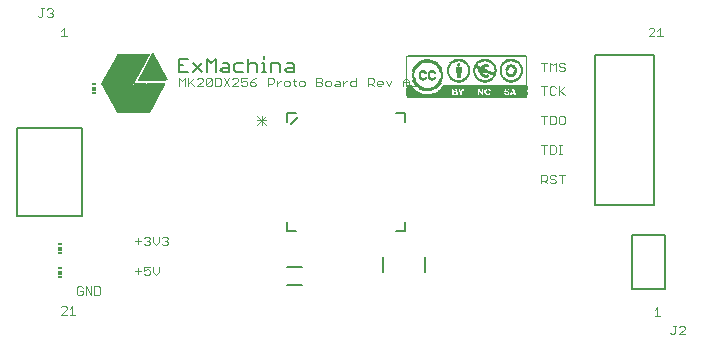
<source format=gto>
G75*
%MOIN*%
%OFA0B0*%
%FSLAX25Y25*%
%IPPOS*%
%LPD*%
%AMOC8*
5,1,8,0,0,1.08239X$1,22.5*
%
%ADD10C,0.00300*%
%ADD11C,0.00500*%
%ADD12C,0.00600*%
%ADD13C,0.00800*%
%ADD14R,0.01181X0.00591*%
%ADD15R,0.01181X0.01181*%
%ADD16C,0.00004*%
%ADD17R,0.40100X0.00100*%
%ADD18R,0.40300X0.00100*%
%ADD19R,0.15200X0.00100*%
%ADD20R,0.01300X0.00100*%
%ADD21R,0.05300X0.00100*%
%ADD22R,0.00800X0.00100*%
%ADD23R,0.00900X0.00100*%
%ADD24R,0.05400X0.00100*%
%ADD25R,0.00400X0.00100*%
%ADD26R,0.01100X0.00100*%
%ADD27R,0.03600X0.00100*%
%ADD28R,0.00700X0.00100*%
%ADD29R,0.05000X0.00100*%
%ADD30R,0.00200X0.00100*%
%ADD31R,0.00600X0.00100*%
%ADD32R,0.04800X0.00100*%
%ADD33R,0.06200X0.00100*%
%ADD34R,0.07300X0.00100*%
%ADD35R,0.00500X0.00100*%
%ADD36R,0.04600X0.00100*%
%ADD37R,0.00100X0.00100*%
%ADD38R,0.03700X0.00100*%
%ADD39R,0.05600X0.00100*%
%ADD40R,0.06800X0.00100*%
%ADD41R,0.04500X0.00100*%
%ADD42R,0.06400X0.00100*%
%ADD43R,0.04400X0.00100*%
%ADD44R,0.03800X0.00100*%
%ADD45R,0.06100X0.00100*%
%ADD46R,0.00300X0.00100*%
%ADD47R,0.04300X0.00100*%
%ADD48R,0.04700X0.00100*%
%ADD49R,0.05900X0.00100*%
%ADD50R,0.03900X0.00100*%
%ADD51R,0.05200X0.00100*%
%ADD52R,0.04100X0.00100*%
%ADD53R,0.06500X0.00100*%
%ADD54R,0.05100X0.00100*%
%ADD55R,0.04000X0.00100*%
%ADD56R,0.04900X0.00100*%
%ADD57R,0.06000X0.00100*%
%ADD58R,0.03500X0.00100*%
%ADD59R,0.03300X0.00100*%
%ADD60R,0.01400X0.00100*%
%ADD61R,0.01600X0.00100*%
%ADD62R,0.03200X0.00100*%
%ADD63R,0.02400X0.00100*%
%ADD64R,0.04200X0.00100*%
%ADD65R,0.03100X0.00100*%
%ADD66R,0.03000X0.00100*%
%ADD67R,0.02900X0.00100*%
%ADD68R,0.02800X0.00100*%
%ADD69R,0.02700X0.00100*%
%ADD70R,0.01000X0.00100*%
%ADD71R,0.02600X0.00100*%
%ADD72R,0.02500X0.00100*%
%ADD73R,0.05700X0.00100*%
%ADD74R,0.02300X0.00100*%
%ADD75R,0.28700X0.00100*%
%ADD76R,0.02000X0.00100*%
%ADD77R,0.01900X0.00100*%
%ADD78R,0.28600X0.00100*%
%ADD79R,0.02200X0.00100*%
%ADD80R,0.01800X0.00100*%
%ADD81R,0.28500X0.00100*%
%ADD82R,0.01700X0.00100*%
%ADD83R,0.28400X0.00100*%
%ADD84R,0.02100X0.00100*%
%ADD85R,0.01500X0.00100*%
%ADD86R,0.28300X0.00100*%
%ADD87R,0.28200X0.00100*%
%ADD88R,0.28100X0.00100*%
%ADD89R,0.01200X0.00100*%
%ADD90R,0.03400X0.00100*%
%ADD91R,0.39900X0.00100*%
%ADD92R,0.39500X0.00100*%
%ADD93R,0.39100X0.00100*%
D10*
X0018378Y0016617D02*
X0020313Y0018552D01*
X0020313Y0019036D01*
X0019829Y0019520D01*
X0018862Y0019520D01*
X0018378Y0019036D01*
X0018378Y0016617D02*
X0020313Y0016617D01*
X0021325Y0016617D02*
X0023260Y0016617D01*
X0022292Y0016617D02*
X0022292Y0019520D01*
X0021325Y0018552D01*
X0024216Y0023137D02*
X0025184Y0023137D01*
X0025667Y0023621D01*
X0025667Y0024588D01*
X0024700Y0024588D01*
X0023732Y0025556D02*
X0023732Y0023621D01*
X0024216Y0023137D01*
X0026679Y0023137D02*
X0026679Y0026039D01*
X0028614Y0023137D01*
X0028614Y0026039D01*
X0029625Y0026039D02*
X0031077Y0026039D01*
X0031560Y0025556D01*
X0031560Y0023621D01*
X0031077Y0023137D01*
X0029625Y0023137D01*
X0029625Y0026039D01*
X0025667Y0025556D02*
X0025184Y0026039D01*
X0024216Y0026039D01*
X0023732Y0025556D01*
X0043232Y0031151D02*
X0045167Y0031151D01*
X0046179Y0031151D02*
X0047146Y0031635D01*
X0047630Y0031635D01*
X0048114Y0031151D01*
X0048114Y0030184D01*
X0047630Y0029700D01*
X0046663Y0029700D01*
X0046179Y0030184D01*
X0046179Y0031151D02*
X0046179Y0032602D01*
X0048114Y0032602D01*
X0049125Y0032602D02*
X0049125Y0030667D01*
X0050093Y0029700D01*
X0051060Y0030667D01*
X0051060Y0032602D01*
X0044200Y0032119D02*
X0044200Y0030184D01*
X0046663Y0039700D02*
X0046179Y0040184D01*
X0046663Y0039700D02*
X0047630Y0039700D01*
X0048114Y0040184D01*
X0048114Y0040667D01*
X0047630Y0041151D01*
X0047146Y0041151D01*
X0047630Y0041151D02*
X0048114Y0041635D01*
X0048114Y0042119D01*
X0047630Y0042602D01*
X0046663Y0042602D01*
X0046179Y0042119D01*
X0045167Y0041151D02*
X0043232Y0041151D01*
X0044200Y0042119D02*
X0044200Y0040184D01*
X0049125Y0040667D02*
X0049125Y0042602D01*
X0051060Y0042602D02*
X0051060Y0040667D01*
X0050093Y0039700D01*
X0049125Y0040667D01*
X0052072Y0040184D02*
X0052556Y0039700D01*
X0053523Y0039700D01*
X0054007Y0040184D01*
X0054007Y0040667D01*
X0053523Y0041151D01*
X0053039Y0041151D01*
X0053523Y0041151D02*
X0054007Y0041635D01*
X0054007Y0042119D01*
X0053523Y0042602D01*
X0052556Y0042602D01*
X0052072Y0042119D01*
X0083763Y0079739D02*
X0086899Y0082875D01*
X0086899Y0081307D02*
X0083763Y0081307D01*
X0083763Y0082875D02*
X0086899Y0079739D01*
X0085331Y0079739D02*
X0085331Y0082875D01*
X0087398Y0092637D02*
X0087398Y0095539D01*
X0088850Y0095539D01*
X0089333Y0095056D01*
X0089333Y0094088D01*
X0088850Y0093604D01*
X0087398Y0093604D01*
X0090345Y0093604D02*
X0091312Y0094572D01*
X0091796Y0094572D01*
X0092800Y0094088D02*
X0092800Y0093121D01*
X0093284Y0092637D01*
X0094252Y0092637D01*
X0094735Y0093121D01*
X0094735Y0094088D01*
X0094252Y0094572D01*
X0093284Y0094572D01*
X0092800Y0094088D01*
X0090345Y0094572D02*
X0090345Y0092637D01*
X0095747Y0094572D02*
X0096714Y0094572D01*
X0096231Y0095056D02*
X0096231Y0093121D01*
X0096714Y0092637D01*
X0097711Y0093121D02*
X0098195Y0092637D01*
X0099162Y0092637D01*
X0099646Y0093121D01*
X0099646Y0094088D01*
X0099162Y0094572D01*
X0098195Y0094572D01*
X0097711Y0094088D01*
X0097711Y0093121D01*
X0103604Y0092637D02*
X0105055Y0092637D01*
X0105539Y0093121D01*
X0105539Y0093604D01*
X0105055Y0094088D01*
X0103604Y0094088D01*
X0103604Y0092637D02*
X0103604Y0095539D01*
X0105055Y0095539D01*
X0105539Y0095056D01*
X0105539Y0094572D01*
X0105055Y0094088D01*
X0106551Y0094088D02*
X0106551Y0093121D01*
X0107034Y0092637D01*
X0108002Y0092637D01*
X0108486Y0093121D01*
X0108486Y0094088D01*
X0108002Y0094572D01*
X0107034Y0094572D01*
X0106551Y0094088D01*
X0109497Y0093121D02*
X0109981Y0093604D01*
X0111432Y0093604D01*
X0111432Y0094088D02*
X0111432Y0092637D01*
X0109981Y0092637D01*
X0109497Y0093121D01*
X0109981Y0094572D02*
X0110948Y0094572D01*
X0111432Y0094088D01*
X0112444Y0093604D02*
X0113411Y0094572D01*
X0113895Y0094572D01*
X0114899Y0094088D02*
X0115383Y0094572D01*
X0116834Y0094572D01*
X0116834Y0095539D02*
X0116834Y0092637D01*
X0115383Y0092637D01*
X0114899Y0093121D01*
X0114899Y0094088D01*
X0112444Y0094572D02*
X0112444Y0092637D01*
X0120792Y0092637D02*
X0120792Y0095539D01*
X0122243Y0095539D01*
X0122727Y0095056D01*
X0122727Y0094088D01*
X0122243Y0093604D01*
X0120792Y0093604D01*
X0121760Y0093604D02*
X0122727Y0092637D01*
X0123739Y0093121D02*
X0123739Y0094088D01*
X0124222Y0094572D01*
X0125190Y0094572D01*
X0125674Y0094088D01*
X0125674Y0093604D01*
X0123739Y0093604D01*
X0123739Y0093121D02*
X0124222Y0092637D01*
X0125190Y0092637D01*
X0126685Y0094572D02*
X0127653Y0092637D01*
X0128620Y0094572D01*
X0132578Y0094572D02*
X0132578Y0092637D01*
X0132578Y0094088D02*
X0134513Y0094088D01*
X0134513Y0094572D02*
X0134513Y0092637D01*
X0135525Y0092637D02*
X0137460Y0092637D01*
X0136492Y0092637D02*
X0136492Y0095539D01*
X0135525Y0094572D01*
X0134513Y0094572D02*
X0133546Y0095539D01*
X0132578Y0094572D01*
X0178524Y0092748D02*
X0180459Y0092748D01*
X0179491Y0092748D02*
X0179491Y0089846D01*
X0181470Y0090329D02*
X0181470Y0092264D01*
X0181954Y0092748D01*
X0182921Y0092748D01*
X0183405Y0092264D01*
X0184417Y0092748D02*
X0184417Y0089846D01*
X0184417Y0090813D02*
X0186352Y0092748D01*
X0184901Y0091297D02*
X0186352Y0089846D01*
X0183405Y0090329D02*
X0182921Y0089846D01*
X0181954Y0089846D01*
X0181470Y0090329D01*
X0181470Y0097720D02*
X0181470Y0100622D01*
X0182438Y0099655D01*
X0183405Y0100622D01*
X0183405Y0097720D01*
X0184417Y0098203D02*
X0184901Y0097720D01*
X0185868Y0097720D01*
X0186352Y0098203D01*
X0186352Y0098687D01*
X0185868Y0099171D01*
X0184901Y0099171D01*
X0184417Y0099655D01*
X0184417Y0100138D01*
X0184901Y0100622D01*
X0185868Y0100622D01*
X0186352Y0100138D01*
X0180459Y0100622D02*
X0178524Y0100622D01*
X0179491Y0100622D02*
X0179491Y0097720D01*
X0179491Y0082906D02*
X0179491Y0080003D01*
X0181470Y0080003D02*
X0182921Y0080003D01*
X0183405Y0080487D01*
X0183405Y0082422D01*
X0182921Y0082906D01*
X0181470Y0082906D01*
X0181470Y0080003D01*
X0184417Y0080487D02*
X0184901Y0080003D01*
X0185868Y0080003D01*
X0186352Y0080487D01*
X0186352Y0082422D01*
X0185868Y0082906D01*
X0184901Y0082906D01*
X0184417Y0082422D01*
X0184417Y0080487D01*
X0180459Y0082906D02*
X0178524Y0082906D01*
X0178524Y0073063D02*
X0180459Y0073063D01*
X0179491Y0073063D02*
X0179491Y0070161D01*
X0181470Y0070161D02*
X0182921Y0070161D01*
X0183405Y0070644D01*
X0183405Y0072579D01*
X0182921Y0073063D01*
X0181470Y0073063D01*
X0181470Y0070161D01*
X0184417Y0070161D02*
X0185384Y0070161D01*
X0184901Y0070161D02*
X0184901Y0073063D01*
X0185384Y0073063D02*
X0184417Y0073063D01*
X0184417Y0063221D02*
X0186352Y0063221D01*
X0185384Y0063221D02*
X0185384Y0060318D01*
X0183405Y0060802D02*
X0182921Y0060318D01*
X0181954Y0060318D01*
X0181470Y0060802D01*
X0181954Y0061769D02*
X0182921Y0061769D01*
X0183405Y0061286D01*
X0183405Y0060802D01*
X0181954Y0061769D02*
X0181470Y0062253D01*
X0181470Y0062737D01*
X0181954Y0063221D01*
X0182921Y0063221D01*
X0183405Y0062737D01*
X0180459Y0062737D02*
X0179975Y0063221D01*
X0178524Y0063221D01*
X0178524Y0060318D01*
X0178524Y0061286D02*
X0179975Y0061286D01*
X0180459Y0061769D01*
X0180459Y0062737D01*
X0179491Y0061286D02*
X0180459Y0060318D01*
X0217294Y0019126D02*
X0216327Y0018159D01*
X0217294Y0019126D02*
X0217294Y0016224D01*
X0216327Y0016224D02*
X0218262Y0016224D01*
X0222538Y0012913D02*
X0223506Y0012913D01*
X0223022Y0012913D02*
X0223022Y0010495D01*
X0222538Y0010011D01*
X0222055Y0010011D01*
X0221571Y0010495D01*
X0224517Y0010011D02*
X0226452Y0011946D01*
X0226452Y0012430D01*
X0225969Y0012913D01*
X0225001Y0012913D01*
X0224517Y0012430D01*
X0224517Y0010011D02*
X0226452Y0010011D01*
X0083440Y0093121D02*
X0083440Y0093604D01*
X0082957Y0094088D01*
X0081505Y0094088D01*
X0081505Y0093121D01*
X0081989Y0092637D01*
X0082957Y0092637D01*
X0083440Y0093121D01*
X0082473Y0095056D02*
X0081505Y0094088D01*
X0080494Y0094088D02*
X0080494Y0093121D01*
X0080010Y0092637D01*
X0079043Y0092637D01*
X0078559Y0093121D01*
X0078559Y0094088D02*
X0079526Y0094572D01*
X0080010Y0094572D01*
X0080494Y0094088D01*
X0080494Y0095539D02*
X0078559Y0095539D01*
X0078559Y0094088D01*
X0077547Y0094572D02*
X0075612Y0092637D01*
X0077547Y0092637D01*
X0077547Y0094572D02*
X0077547Y0095056D01*
X0077064Y0095539D01*
X0076096Y0095539D01*
X0075612Y0095056D01*
X0074601Y0095539D02*
X0072666Y0092637D01*
X0071654Y0093121D02*
X0071654Y0095056D01*
X0071170Y0095539D01*
X0069719Y0095539D01*
X0069719Y0092637D01*
X0071170Y0092637D01*
X0071654Y0093121D01*
X0072666Y0095539D02*
X0074601Y0092637D01*
X0068708Y0093121D02*
X0068708Y0095056D01*
X0066773Y0093121D01*
X0067256Y0092637D01*
X0068224Y0092637D01*
X0068708Y0093121D01*
X0066773Y0093121D02*
X0066773Y0095056D01*
X0067256Y0095539D01*
X0068224Y0095539D01*
X0068708Y0095056D01*
X0065761Y0095056D02*
X0065761Y0094572D01*
X0063826Y0092637D01*
X0065761Y0092637D01*
X0062815Y0092637D02*
X0061363Y0094088D01*
X0060880Y0093604D02*
X0062815Y0095539D01*
X0063826Y0095056D02*
X0064310Y0095539D01*
X0065277Y0095539D01*
X0065761Y0095056D01*
X0060880Y0095539D02*
X0060880Y0092637D01*
X0059868Y0092637D02*
X0059868Y0095539D01*
X0058901Y0094572D01*
X0057933Y0095539D01*
X0057933Y0092637D01*
X0082473Y0095056D02*
X0083440Y0095539D01*
X0020388Y0109350D02*
X0018453Y0109350D01*
X0019420Y0109350D02*
X0019420Y0112252D01*
X0018453Y0111285D01*
X0015213Y0115775D02*
X0014245Y0115775D01*
X0013762Y0116259D01*
X0014729Y0117226D02*
X0015213Y0117226D01*
X0015697Y0116742D01*
X0015697Y0116259D01*
X0015213Y0115775D01*
X0015213Y0117226D02*
X0015697Y0117710D01*
X0015697Y0118194D01*
X0015213Y0118677D01*
X0014245Y0118677D01*
X0013762Y0118194D01*
X0012750Y0118677D02*
X0011783Y0118677D01*
X0012266Y0118677D02*
X0012266Y0116259D01*
X0011783Y0115775D01*
X0011299Y0115775D01*
X0010815Y0116259D01*
X0214327Y0111768D02*
X0214811Y0112252D01*
X0215778Y0112252D01*
X0216262Y0111768D01*
X0216262Y0111285D01*
X0214327Y0109350D01*
X0216262Y0109350D01*
X0217273Y0109350D02*
X0219208Y0109350D01*
X0218241Y0109350D02*
X0218241Y0112252D01*
X0217273Y0111285D01*
D11*
X0216169Y0103278D02*
X0196484Y0103278D01*
X0196484Y0053278D01*
X0216169Y0053278D01*
X0216169Y0103278D01*
X0219909Y0043231D02*
X0208886Y0043231D01*
X0208886Y0025121D01*
X0219909Y0025121D01*
X0219909Y0043231D01*
X0098803Y0032500D02*
X0093803Y0032500D01*
X0093803Y0026600D02*
X0098803Y0026600D01*
X0025618Y0049538D02*
X0025618Y0078672D01*
X0003964Y0078672D01*
X0003964Y0049538D01*
X0025618Y0049538D01*
X0057765Y0097450D02*
X0060768Y0097450D01*
X0062369Y0097450D02*
X0065372Y0100452D01*
X0066973Y0101953D02*
X0068475Y0100452D01*
X0069976Y0101953D01*
X0069976Y0097450D01*
X0071577Y0098200D02*
X0072328Y0098951D01*
X0074580Y0098951D01*
X0074580Y0099702D02*
X0074580Y0097450D01*
X0072328Y0097450D01*
X0071577Y0098200D01*
X0073829Y0100452D02*
X0074580Y0099702D01*
X0073829Y0100452D02*
X0072328Y0100452D01*
X0076181Y0099702D02*
X0076181Y0098200D01*
X0076932Y0097450D01*
X0079184Y0097450D01*
X0080785Y0097450D02*
X0080785Y0101953D01*
X0081536Y0100452D02*
X0083037Y0100452D01*
X0083788Y0099702D01*
X0083788Y0097450D01*
X0085389Y0097450D02*
X0086890Y0097450D01*
X0086140Y0097450D02*
X0086140Y0100452D01*
X0085389Y0100452D01*
X0086140Y0101953D02*
X0086140Y0102704D01*
X0088458Y0100452D02*
X0090710Y0100452D01*
X0091461Y0099702D01*
X0091461Y0097450D01*
X0093062Y0098200D02*
X0093813Y0098951D01*
X0096065Y0098951D01*
X0096065Y0099702D02*
X0096065Y0097450D01*
X0093813Y0097450D01*
X0093062Y0098200D01*
X0095314Y0100452D02*
X0096065Y0099702D01*
X0095314Y0100452D02*
X0093813Y0100452D01*
X0088458Y0100452D02*
X0088458Y0097450D01*
X0081536Y0100452D02*
X0080785Y0099702D01*
X0079184Y0100452D02*
X0076932Y0100452D01*
X0076181Y0099702D01*
X0066973Y0097450D02*
X0066973Y0101953D01*
X0065372Y0097450D02*
X0062369Y0100452D01*
X0060768Y0101953D02*
X0057765Y0101953D01*
X0057765Y0097450D01*
X0057765Y0099702D02*
X0059267Y0099702D01*
D12*
X0093713Y0083805D02*
X0093713Y0080705D01*
X0095113Y0080205D02*
X0097313Y0082405D01*
X0096813Y0083805D02*
X0093713Y0083805D01*
X0130013Y0083805D02*
X0133113Y0083805D01*
X0133113Y0080705D01*
X0133113Y0047505D02*
X0133113Y0044405D01*
X0130013Y0044405D01*
X0096813Y0044405D02*
X0093713Y0044405D01*
X0093713Y0047505D01*
D13*
X0125685Y0035790D02*
X0125685Y0030672D01*
X0139858Y0030672D02*
X0139858Y0035790D01*
D14*
X0029456Y0090479D03*
X0029456Y0093432D03*
X0017992Y0040026D03*
X0017992Y0037074D03*
X0017992Y0031995D03*
X0017992Y0029042D03*
D15*
X0017992Y0030519D03*
X0017992Y0038550D03*
X0029456Y0091956D03*
D16*
X0032132Y0093430D02*
X0041037Y0093430D01*
X0040997Y0093432D02*
X0032130Y0093432D01*
X0032129Y0093435D02*
X0040956Y0093435D01*
X0040915Y0093437D02*
X0032128Y0093437D01*
X0032126Y0093439D02*
X0040875Y0093439D01*
X0040834Y0093442D02*
X0032125Y0093442D01*
X0032124Y0093444D02*
X0040793Y0093444D01*
X0040753Y0093447D02*
X0032122Y0093447D01*
X0032121Y0093449D02*
X0040712Y0093449D01*
X0040671Y0093452D02*
X0032120Y0093452D01*
X0032118Y0093454D02*
X0040631Y0093454D01*
X0040590Y0093457D02*
X0032117Y0093457D01*
X0032116Y0093459D02*
X0040549Y0093459D01*
X0040509Y0093462D02*
X0032114Y0093462D01*
X0032113Y0093464D02*
X0040468Y0093464D01*
X0040427Y0093466D02*
X0032112Y0093466D01*
X0032110Y0093469D02*
X0040387Y0093469D01*
X0040346Y0093471D02*
X0032109Y0093471D01*
X0032108Y0093474D02*
X0040305Y0093474D01*
X0040265Y0093476D02*
X0032106Y0093476D01*
X0032105Y0093479D02*
X0040224Y0093479D01*
X0040183Y0093481D02*
X0032104Y0093481D01*
X0032102Y0093484D02*
X0040143Y0093484D01*
X0040102Y0093486D02*
X0032101Y0093486D01*
X0032099Y0093488D02*
X0040062Y0093488D01*
X0040021Y0093491D02*
X0032098Y0093491D01*
X0032097Y0093493D02*
X0039980Y0093493D01*
X0039940Y0093496D02*
X0032095Y0093496D01*
X0032094Y0093498D02*
X0039899Y0093498D01*
X0039858Y0093501D02*
X0032093Y0093501D01*
X0032091Y0093503D02*
X0039818Y0093503D01*
X0039777Y0093506D02*
X0032090Y0093506D01*
X0032089Y0093508D02*
X0039736Y0093508D01*
X0039696Y0093510D02*
X0032087Y0093510D01*
X0032086Y0093513D02*
X0039655Y0093513D01*
X0039614Y0093515D02*
X0032085Y0093515D01*
X0032083Y0093518D02*
X0039574Y0093518D01*
X0039533Y0093520D02*
X0032082Y0093520D01*
X0032081Y0093523D02*
X0039492Y0093523D01*
X0039452Y0093525D02*
X0032079Y0093525D01*
X0032078Y0093528D02*
X0039411Y0093528D01*
X0039370Y0093530D02*
X0032077Y0093530D01*
X0032075Y0093533D02*
X0039330Y0093533D01*
X0039289Y0093535D02*
X0032074Y0093535D01*
X0032073Y0093537D02*
X0039248Y0093537D01*
X0039208Y0093540D02*
X0032071Y0093540D01*
X0032070Y0093542D02*
X0039167Y0093542D01*
X0039126Y0093545D02*
X0032069Y0093545D01*
X0032067Y0093547D02*
X0039086Y0093547D01*
X0039045Y0093550D02*
X0032066Y0093550D01*
X0032065Y0093552D02*
X0039004Y0093552D01*
X0038964Y0093555D02*
X0032063Y0093555D01*
X0032062Y0093557D02*
X0038923Y0093557D01*
X0038882Y0093559D02*
X0032061Y0093559D01*
X0032059Y0093562D02*
X0038842Y0093562D01*
X0038801Y0093564D02*
X0032058Y0093564D01*
X0032057Y0093567D02*
X0038760Y0093567D01*
X0038720Y0093569D02*
X0032055Y0093569D01*
X0032054Y0093572D02*
X0038679Y0093572D01*
X0038638Y0093574D02*
X0032053Y0093574D01*
X0032051Y0093577D02*
X0038598Y0093577D01*
X0038557Y0093579D02*
X0032050Y0093579D01*
X0032049Y0093581D02*
X0038516Y0093581D01*
X0038476Y0093584D02*
X0032047Y0093584D01*
X0032046Y0093586D02*
X0038435Y0093586D01*
X0038394Y0093589D02*
X0032044Y0093589D01*
X0032043Y0093591D02*
X0038354Y0093591D01*
X0038313Y0093594D02*
X0032042Y0093594D01*
X0032040Y0093596D02*
X0038272Y0093596D01*
X0038232Y0093599D02*
X0032039Y0093599D01*
X0032038Y0093601D02*
X0038191Y0093601D01*
X0038150Y0093604D02*
X0032036Y0093604D01*
X0032035Y0093606D02*
X0038110Y0093606D01*
X0038069Y0093608D02*
X0032034Y0093608D01*
X0032032Y0093611D02*
X0038028Y0093611D01*
X0037988Y0093613D02*
X0032031Y0093613D01*
X0032030Y0093616D02*
X0037947Y0093616D01*
X0037906Y0093618D02*
X0032028Y0093618D01*
X0032027Y0093621D02*
X0037866Y0093621D01*
X0037825Y0093623D02*
X0032026Y0093623D01*
X0032024Y0093626D02*
X0037784Y0093626D01*
X0037744Y0093628D02*
X0032023Y0093628D01*
X0032022Y0093630D02*
X0037703Y0093630D01*
X0037662Y0093633D02*
X0032020Y0093633D01*
X0032019Y0093635D02*
X0037622Y0093635D01*
X0037581Y0093638D02*
X0032018Y0093638D01*
X0032016Y0093640D02*
X0037540Y0093640D01*
X0037500Y0093643D02*
X0032015Y0093643D01*
X0032014Y0093645D02*
X0037459Y0093645D01*
X0037418Y0093648D02*
X0032012Y0093648D01*
X0032011Y0093650D02*
X0037378Y0093650D01*
X0037337Y0093652D02*
X0032010Y0093652D01*
X0032008Y0093655D02*
X0037296Y0093655D01*
X0037256Y0093657D02*
X0032007Y0093657D01*
X0032006Y0093660D02*
X0037215Y0093660D01*
X0037174Y0093662D02*
X0032004Y0093662D01*
X0032003Y0093665D02*
X0037134Y0093665D01*
X0037093Y0093667D02*
X0032002Y0093667D01*
X0032000Y0093670D02*
X0037052Y0093670D01*
X0037012Y0093672D02*
X0031999Y0093672D01*
X0031998Y0093675D02*
X0036971Y0093675D01*
X0036930Y0093677D02*
X0031996Y0093677D01*
X0031995Y0093679D02*
X0036890Y0093679D01*
X0036849Y0093682D02*
X0031994Y0093682D01*
X0031992Y0093684D02*
X0036808Y0093684D01*
X0036768Y0093687D02*
X0031991Y0093687D01*
X0031990Y0093689D02*
X0036727Y0093689D01*
X0036686Y0093692D02*
X0031988Y0093692D01*
X0031987Y0093694D02*
X0036646Y0093694D01*
X0036605Y0093697D02*
X0031985Y0093697D01*
X0031984Y0093699D02*
X0036564Y0093699D01*
X0036524Y0093701D02*
X0031983Y0093701D01*
X0031981Y0093704D02*
X0036483Y0093704D01*
X0036442Y0093706D02*
X0031980Y0093706D01*
X0031979Y0093709D02*
X0036402Y0093709D01*
X0036361Y0093711D02*
X0031977Y0093711D01*
X0031976Y0093714D02*
X0036320Y0093714D01*
X0036280Y0093716D02*
X0031975Y0093716D01*
X0031973Y0093719D02*
X0036239Y0093719D01*
X0036198Y0093721D02*
X0031972Y0093721D01*
X0031971Y0093723D02*
X0036158Y0093723D01*
X0036117Y0093726D02*
X0031969Y0093726D01*
X0031968Y0093728D02*
X0036076Y0093728D01*
X0036036Y0093731D02*
X0031967Y0093731D01*
X0031965Y0093733D02*
X0035995Y0093733D01*
X0035954Y0093736D02*
X0031964Y0093736D01*
X0031963Y0093738D02*
X0035914Y0093738D01*
X0035873Y0093741D02*
X0031961Y0093741D01*
X0031960Y0093743D02*
X0035832Y0093743D01*
X0035792Y0093746D02*
X0031959Y0093746D01*
X0031957Y0093748D02*
X0035751Y0093748D01*
X0035710Y0093750D02*
X0031956Y0093750D01*
X0031955Y0093753D02*
X0035670Y0093753D01*
X0035629Y0093755D02*
X0031953Y0093755D01*
X0031952Y0093758D02*
X0035588Y0093758D01*
X0035548Y0093760D02*
X0031951Y0093760D01*
X0031949Y0093763D02*
X0035507Y0093763D01*
X0035466Y0093765D02*
X0031948Y0093765D01*
X0031947Y0093768D02*
X0035426Y0093768D01*
X0035385Y0093770D02*
X0031946Y0093770D01*
X0031945Y0093770D02*
X0037445Y0103590D01*
X0047785Y0103550D01*
X0042615Y0094100D01*
X0042615Y0094101D02*
X0042616Y0094101D01*
X0042615Y0094100D02*
X0037445Y0103590D01*
X0042025Y0093960D01*
X0034395Y0093830D01*
X0042035Y0093370D01*
X0040405Y0089680D01*
X0042475Y0093220D01*
X0047785Y0084020D01*
X0042915Y0093510D01*
X0052955Y0093810D01*
X0047785Y0084010D01*
X0037275Y0084040D01*
X0047773Y0084040D01*
X0047775Y0084040D02*
X0047802Y0084040D01*
X0047800Y0084038D02*
X0047776Y0084038D01*
X0047775Y0084038D02*
X0037866Y0084038D01*
X0037275Y0084040D02*
X0031945Y0093770D01*
X0031947Y0093772D02*
X0035344Y0093772D01*
X0035304Y0093775D02*
X0031948Y0093775D01*
X0031950Y0093777D02*
X0035263Y0093777D01*
X0035222Y0093780D02*
X0031951Y0093780D01*
X0031953Y0093782D02*
X0035182Y0093782D01*
X0035141Y0093785D02*
X0031954Y0093785D01*
X0031955Y0093787D02*
X0035100Y0093787D01*
X0035060Y0093790D02*
X0031957Y0093790D01*
X0031958Y0093792D02*
X0035019Y0093792D01*
X0034978Y0093795D02*
X0031959Y0093795D01*
X0031961Y0093797D02*
X0034938Y0093797D01*
X0034897Y0093799D02*
X0031962Y0093799D01*
X0031964Y0093802D02*
X0034856Y0093802D01*
X0034816Y0093804D02*
X0031965Y0093804D01*
X0031966Y0093807D02*
X0034775Y0093807D01*
X0034778Y0093836D02*
X0031983Y0093836D01*
X0031984Y0093839D02*
X0034922Y0093839D01*
X0035066Y0093841D02*
X0031985Y0093841D01*
X0031987Y0093843D02*
X0035209Y0093843D01*
X0035353Y0093846D02*
X0031988Y0093846D01*
X0031990Y0093848D02*
X0035497Y0093848D01*
X0035640Y0093851D02*
X0031991Y0093851D01*
X0031992Y0093853D02*
X0035784Y0093853D01*
X0035928Y0093856D02*
X0031994Y0093856D01*
X0031995Y0093858D02*
X0036071Y0093858D01*
X0036215Y0093861D02*
X0031996Y0093861D01*
X0031998Y0093863D02*
X0036359Y0093863D01*
X0036502Y0093866D02*
X0031999Y0093866D01*
X0032001Y0093868D02*
X0036646Y0093868D01*
X0036790Y0093870D02*
X0032002Y0093870D01*
X0032003Y0093873D02*
X0036934Y0093873D01*
X0037077Y0093875D02*
X0032005Y0093875D01*
X0032006Y0093878D02*
X0037221Y0093878D01*
X0037365Y0093880D02*
X0032007Y0093880D01*
X0032009Y0093883D02*
X0037508Y0093883D01*
X0037652Y0093885D02*
X0032010Y0093885D01*
X0032012Y0093888D02*
X0037796Y0093888D01*
X0037939Y0093890D02*
X0032013Y0093890D01*
X0032014Y0093892D02*
X0038083Y0093892D01*
X0038227Y0093895D02*
X0032016Y0093895D01*
X0032017Y0093897D02*
X0038370Y0093897D01*
X0038514Y0093900D02*
X0032018Y0093900D01*
X0032020Y0093902D02*
X0038658Y0093902D01*
X0038801Y0093905D02*
X0032021Y0093905D01*
X0032022Y0093907D02*
X0038945Y0093907D01*
X0039089Y0093910D02*
X0032024Y0093910D01*
X0032025Y0093912D02*
X0039233Y0093912D01*
X0039376Y0093914D02*
X0032027Y0093914D01*
X0032028Y0093917D02*
X0039520Y0093917D01*
X0039664Y0093919D02*
X0032029Y0093919D01*
X0032031Y0093922D02*
X0039807Y0093922D01*
X0039951Y0093924D02*
X0032032Y0093924D01*
X0032033Y0093927D02*
X0040095Y0093927D01*
X0040238Y0093929D02*
X0032035Y0093929D01*
X0032036Y0093932D02*
X0040382Y0093932D01*
X0040526Y0093934D02*
X0032038Y0093934D01*
X0032039Y0093937D02*
X0040669Y0093937D01*
X0040813Y0093939D02*
X0032040Y0093939D01*
X0032042Y0093941D02*
X0040957Y0093941D01*
X0041101Y0093944D02*
X0032043Y0093944D01*
X0032044Y0093946D02*
X0041244Y0093946D01*
X0041388Y0093949D02*
X0032046Y0093949D01*
X0032047Y0093951D02*
X0041532Y0093951D01*
X0041675Y0093954D02*
X0032049Y0093954D01*
X0032050Y0093956D02*
X0041819Y0093956D01*
X0041963Y0093959D02*
X0032051Y0093959D01*
X0032053Y0093961D02*
X0042025Y0093961D01*
X0042024Y0093963D02*
X0032054Y0093963D01*
X0032055Y0093966D02*
X0042022Y0093966D01*
X0042021Y0093968D02*
X0032057Y0093968D01*
X0032058Y0093971D02*
X0042020Y0093971D01*
X0042019Y0093973D02*
X0032059Y0093973D01*
X0032061Y0093976D02*
X0042018Y0093976D01*
X0042017Y0093978D02*
X0032062Y0093978D01*
X0032064Y0093981D02*
X0042015Y0093981D01*
X0042014Y0093983D02*
X0032065Y0093983D01*
X0032066Y0093985D02*
X0042013Y0093985D01*
X0042012Y0093988D02*
X0032068Y0093988D01*
X0032069Y0093990D02*
X0042011Y0093990D01*
X0042010Y0093993D02*
X0032070Y0093993D01*
X0032072Y0093995D02*
X0042009Y0093995D01*
X0042007Y0093998D02*
X0032073Y0093998D01*
X0032075Y0094000D02*
X0042006Y0094000D01*
X0042005Y0094003D02*
X0032076Y0094003D01*
X0032077Y0094005D02*
X0042004Y0094005D01*
X0042003Y0094008D02*
X0032079Y0094008D01*
X0032080Y0094010D02*
X0042002Y0094010D01*
X0042000Y0094012D02*
X0032081Y0094012D01*
X0032083Y0094015D02*
X0041999Y0094015D01*
X0041998Y0094017D02*
X0032084Y0094017D01*
X0032086Y0094020D02*
X0041997Y0094020D01*
X0041996Y0094022D02*
X0032087Y0094022D01*
X0032088Y0094025D02*
X0041995Y0094025D01*
X0041993Y0094027D02*
X0032090Y0094027D01*
X0032091Y0094030D02*
X0041992Y0094030D01*
X0041991Y0094032D02*
X0032092Y0094032D01*
X0032094Y0094034D02*
X0041990Y0094034D01*
X0041989Y0094037D02*
X0032095Y0094037D01*
X0032097Y0094039D02*
X0041988Y0094039D01*
X0041986Y0094042D02*
X0032098Y0094042D01*
X0032099Y0094044D02*
X0041985Y0094044D01*
X0041984Y0094047D02*
X0032101Y0094047D01*
X0032102Y0094049D02*
X0041983Y0094049D01*
X0041982Y0094052D02*
X0032103Y0094052D01*
X0032105Y0094054D02*
X0041981Y0094054D01*
X0041979Y0094056D02*
X0032106Y0094056D01*
X0032107Y0094059D02*
X0041978Y0094059D01*
X0041977Y0094061D02*
X0032109Y0094061D01*
X0032110Y0094064D02*
X0041976Y0094064D01*
X0041975Y0094066D02*
X0032112Y0094066D01*
X0032113Y0094069D02*
X0041974Y0094069D01*
X0041972Y0094071D02*
X0032114Y0094071D01*
X0032116Y0094074D02*
X0041971Y0094074D01*
X0041970Y0094076D02*
X0032117Y0094076D01*
X0032118Y0094079D02*
X0041969Y0094079D01*
X0041968Y0094081D02*
X0032120Y0094081D01*
X0032121Y0094083D02*
X0041967Y0094083D01*
X0041965Y0094086D02*
X0032123Y0094086D01*
X0032124Y0094088D02*
X0041964Y0094088D01*
X0041963Y0094091D02*
X0032125Y0094091D01*
X0032127Y0094093D02*
X0041962Y0094093D01*
X0041961Y0094096D02*
X0032128Y0094096D01*
X0032129Y0094098D02*
X0041960Y0094098D01*
X0041958Y0094101D02*
X0032131Y0094101D01*
X0032132Y0094103D02*
X0041957Y0094103D01*
X0041956Y0094105D02*
X0032134Y0094105D01*
X0032135Y0094108D02*
X0041955Y0094108D01*
X0041954Y0094110D02*
X0032136Y0094110D01*
X0032138Y0094113D02*
X0041953Y0094113D01*
X0041951Y0094115D02*
X0032139Y0094115D01*
X0032140Y0094118D02*
X0041950Y0094118D01*
X0041949Y0094120D02*
X0032142Y0094120D01*
X0032143Y0094123D02*
X0041948Y0094123D01*
X0041947Y0094125D02*
X0032145Y0094125D01*
X0032146Y0094127D02*
X0041946Y0094127D01*
X0041944Y0094130D02*
X0032147Y0094130D01*
X0032149Y0094132D02*
X0041943Y0094132D01*
X0041942Y0094135D02*
X0032150Y0094135D01*
X0032151Y0094137D02*
X0041941Y0094137D01*
X0041940Y0094140D02*
X0032153Y0094140D01*
X0032154Y0094142D02*
X0041939Y0094142D01*
X0041937Y0094145D02*
X0032155Y0094145D01*
X0032157Y0094147D02*
X0041936Y0094147D01*
X0041935Y0094150D02*
X0032158Y0094150D01*
X0032160Y0094152D02*
X0041934Y0094152D01*
X0041933Y0094154D02*
X0032161Y0094154D01*
X0032162Y0094157D02*
X0041932Y0094157D01*
X0041930Y0094159D02*
X0032164Y0094159D01*
X0032165Y0094162D02*
X0041929Y0094162D01*
X0041928Y0094164D02*
X0032166Y0094164D01*
X0032168Y0094167D02*
X0041927Y0094167D01*
X0041926Y0094169D02*
X0032169Y0094169D01*
X0032171Y0094172D02*
X0041925Y0094172D01*
X0041923Y0094174D02*
X0032172Y0094174D01*
X0032173Y0094176D02*
X0041922Y0094176D01*
X0041921Y0094179D02*
X0032175Y0094179D01*
X0032176Y0094181D02*
X0041920Y0094181D01*
X0041919Y0094184D02*
X0032177Y0094184D01*
X0032179Y0094186D02*
X0041918Y0094186D01*
X0041917Y0094189D02*
X0032180Y0094189D01*
X0032182Y0094191D02*
X0041915Y0094191D01*
X0041914Y0094194D02*
X0032183Y0094194D01*
X0032184Y0094196D02*
X0041913Y0094196D01*
X0041912Y0094198D02*
X0032186Y0094198D01*
X0032187Y0094201D02*
X0041911Y0094201D01*
X0041910Y0094203D02*
X0032188Y0094203D01*
X0032190Y0094206D02*
X0041908Y0094206D01*
X0041907Y0094208D02*
X0032191Y0094208D01*
X0032193Y0094211D02*
X0041906Y0094211D01*
X0041905Y0094213D02*
X0032194Y0094213D01*
X0032195Y0094216D02*
X0041904Y0094216D01*
X0041903Y0094218D02*
X0032197Y0094218D01*
X0032198Y0094221D02*
X0041901Y0094221D01*
X0041900Y0094223D02*
X0032199Y0094223D01*
X0032201Y0094225D02*
X0041899Y0094225D01*
X0041898Y0094228D02*
X0032202Y0094228D01*
X0032203Y0094230D02*
X0041897Y0094230D01*
X0041896Y0094233D02*
X0032205Y0094233D01*
X0032206Y0094235D02*
X0041894Y0094235D01*
X0041893Y0094238D02*
X0032208Y0094238D01*
X0032209Y0094240D02*
X0041892Y0094240D01*
X0041891Y0094243D02*
X0032210Y0094243D01*
X0032212Y0094245D02*
X0041890Y0094245D01*
X0041889Y0094247D02*
X0032213Y0094247D01*
X0032214Y0094250D02*
X0041887Y0094250D01*
X0041886Y0094252D02*
X0032216Y0094252D01*
X0032217Y0094255D02*
X0041885Y0094255D01*
X0041884Y0094257D02*
X0032219Y0094257D01*
X0032220Y0094260D02*
X0041883Y0094260D01*
X0041882Y0094262D02*
X0032221Y0094262D01*
X0032223Y0094265D02*
X0041880Y0094265D01*
X0041879Y0094267D02*
X0032224Y0094267D01*
X0032225Y0094269D02*
X0041878Y0094269D01*
X0041877Y0094272D02*
X0032227Y0094272D01*
X0032228Y0094274D02*
X0041876Y0094274D01*
X0041875Y0094277D02*
X0032230Y0094277D01*
X0032231Y0094279D02*
X0041873Y0094279D01*
X0041872Y0094282D02*
X0032232Y0094282D01*
X0032234Y0094284D02*
X0041871Y0094284D01*
X0041870Y0094287D02*
X0032235Y0094287D01*
X0032236Y0094289D02*
X0041869Y0094289D01*
X0041868Y0094292D02*
X0032238Y0094292D01*
X0032239Y0094294D02*
X0041866Y0094294D01*
X0041865Y0094296D02*
X0032241Y0094296D01*
X0032242Y0094299D02*
X0041864Y0094299D01*
X0041863Y0094301D02*
X0032243Y0094301D01*
X0032245Y0094304D02*
X0041862Y0094304D01*
X0041861Y0094306D02*
X0032246Y0094306D01*
X0032247Y0094309D02*
X0041859Y0094309D01*
X0041858Y0094311D02*
X0032249Y0094311D01*
X0032250Y0094314D02*
X0041857Y0094314D01*
X0041856Y0094316D02*
X0032251Y0094316D01*
X0032253Y0094318D02*
X0041855Y0094318D01*
X0041854Y0094321D02*
X0032254Y0094321D01*
X0032256Y0094323D02*
X0041852Y0094323D01*
X0041851Y0094326D02*
X0032257Y0094326D01*
X0032258Y0094328D02*
X0041850Y0094328D01*
X0041849Y0094331D02*
X0032260Y0094331D01*
X0032261Y0094333D02*
X0041848Y0094333D01*
X0041847Y0094336D02*
X0032262Y0094336D01*
X0032264Y0094338D02*
X0041845Y0094338D01*
X0041844Y0094340D02*
X0032265Y0094340D01*
X0032267Y0094343D02*
X0041843Y0094343D01*
X0041842Y0094345D02*
X0032268Y0094345D01*
X0032269Y0094348D02*
X0041841Y0094348D01*
X0041840Y0094350D02*
X0032271Y0094350D01*
X0032272Y0094353D02*
X0041838Y0094353D01*
X0041837Y0094355D02*
X0032273Y0094355D01*
X0032275Y0094358D02*
X0041836Y0094358D01*
X0041835Y0094360D02*
X0032276Y0094360D01*
X0032278Y0094363D02*
X0041834Y0094363D01*
X0041833Y0094365D02*
X0032279Y0094365D01*
X0032280Y0094367D02*
X0041832Y0094367D01*
X0041830Y0094370D02*
X0032282Y0094370D01*
X0032283Y0094372D02*
X0041829Y0094372D01*
X0041828Y0094375D02*
X0032284Y0094375D01*
X0032286Y0094377D02*
X0041827Y0094377D01*
X0041826Y0094380D02*
X0032287Y0094380D01*
X0032288Y0094382D02*
X0041825Y0094382D01*
X0041823Y0094385D02*
X0032290Y0094385D01*
X0032291Y0094387D02*
X0041822Y0094387D01*
X0041821Y0094389D02*
X0032293Y0094389D01*
X0032294Y0094392D02*
X0041820Y0094392D01*
X0041819Y0094394D02*
X0032295Y0094394D01*
X0032297Y0094397D02*
X0041818Y0094397D01*
X0041816Y0094399D02*
X0032298Y0094399D01*
X0032299Y0094402D02*
X0041815Y0094402D01*
X0041814Y0094404D02*
X0032301Y0094404D01*
X0032302Y0094407D02*
X0041813Y0094407D01*
X0041812Y0094409D02*
X0032304Y0094409D01*
X0032305Y0094411D02*
X0041811Y0094411D01*
X0041809Y0094414D02*
X0032306Y0094414D01*
X0032308Y0094416D02*
X0041808Y0094416D01*
X0041807Y0094419D02*
X0032309Y0094419D01*
X0032310Y0094421D02*
X0041806Y0094421D01*
X0041805Y0094424D02*
X0032312Y0094424D01*
X0032313Y0094426D02*
X0041804Y0094426D01*
X0041802Y0094429D02*
X0032315Y0094429D01*
X0032316Y0094431D02*
X0041801Y0094431D01*
X0041800Y0094434D02*
X0032317Y0094434D01*
X0032319Y0094436D02*
X0041799Y0094436D01*
X0041798Y0094438D02*
X0032320Y0094438D01*
X0032321Y0094441D02*
X0041797Y0094441D01*
X0041795Y0094443D02*
X0032323Y0094443D01*
X0032324Y0094446D02*
X0041794Y0094446D01*
X0041793Y0094448D02*
X0032326Y0094448D01*
X0032327Y0094451D02*
X0041792Y0094451D01*
X0041791Y0094453D02*
X0032328Y0094453D01*
X0032330Y0094456D02*
X0041790Y0094456D01*
X0041788Y0094458D02*
X0032331Y0094458D01*
X0032332Y0094460D02*
X0041787Y0094460D01*
X0041786Y0094463D02*
X0032334Y0094463D01*
X0032335Y0094465D02*
X0041785Y0094465D01*
X0041784Y0094468D02*
X0032336Y0094468D01*
X0032338Y0094470D02*
X0041783Y0094470D01*
X0041781Y0094473D02*
X0032339Y0094473D01*
X0032341Y0094475D02*
X0041780Y0094475D01*
X0041779Y0094478D02*
X0032342Y0094478D01*
X0032343Y0094480D02*
X0041778Y0094480D01*
X0041777Y0094482D02*
X0032345Y0094482D01*
X0032346Y0094485D02*
X0041776Y0094485D01*
X0041774Y0094487D02*
X0032347Y0094487D01*
X0032349Y0094490D02*
X0041773Y0094490D01*
X0041772Y0094492D02*
X0032350Y0094492D01*
X0032352Y0094495D02*
X0041771Y0094495D01*
X0041770Y0094497D02*
X0032353Y0094497D01*
X0032354Y0094500D02*
X0041769Y0094500D01*
X0041767Y0094502D02*
X0032356Y0094502D01*
X0032357Y0094505D02*
X0041766Y0094505D01*
X0041765Y0094507D02*
X0032358Y0094507D01*
X0032360Y0094509D02*
X0041764Y0094509D01*
X0041763Y0094512D02*
X0032361Y0094512D01*
X0032363Y0094514D02*
X0041762Y0094514D01*
X0041760Y0094517D02*
X0032364Y0094517D01*
X0032365Y0094519D02*
X0041759Y0094519D01*
X0041758Y0094522D02*
X0032367Y0094522D01*
X0032368Y0094524D02*
X0041757Y0094524D01*
X0041756Y0094527D02*
X0032369Y0094527D01*
X0032371Y0094529D02*
X0041755Y0094529D01*
X0041753Y0094531D02*
X0032372Y0094531D01*
X0032374Y0094534D02*
X0041752Y0094534D01*
X0041751Y0094536D02*
X0032375Y0094536D01*
X0032376Y0094539D02*
X0041750Y0094539D01*
X0041749Y0094541D02*
X0032378Y0094541D01*
X0032379Y0094544D02*
X0041748Y0094544D01*
X0041747Y0094546D02*
X0032380Y0094546D01*
X0032382Y0094549D02*
X0041745Y0094549D01*
X0041744Y0094551D02*
X0032383Y0094551D01*
X0032384Y0094553D02*
X0041743Y0094553D01*
X0041742Y0094556D02*
X0032386Y0094556D01*
X0032387Y0094558D02*
X0041741Y0094558D01*
X0041740Y0094561D02*
X0032389Y0094561D01*
X0032390Y0094563D02*
X0041738Y0094563D01*
X0041737Y0094566D02*
X0032391Y0094566D01*
X0032393Y0094568D02*
X0041736Y0094568D01*
X0041735Y0094571D02*
X0032394Y0094571D01*
X0032395Y0094573D02*
X0041734Y0094573D01*
X0041733Y0094576D02*
X0032397Y0094576D01*
X0032398Y0094578D02*
X0041731Y0094578D01*
X0041730Y0094580D02*
X0032400Y0094580D01*
X0032401Y0094583D02*
X0041729Y0094583D01*
X0041728Y0094585D02*
X0032402Y0094585D01*
X0032404Y0094588D02*
X0041727Y0094588D01*
X0041726Y0094590D02*
X0032405Y0094590D01*
X0032406Y0094593D02*
X0041724Y0094593D01*
X0041723Y0094595D02*
X0032408Y0094595D01*
X0032409Y0094598D02*
X0041722Y0094598D01*
X0041721Y0094600D02*
X0032411Y0094600D01*
X0032412Y0094602D02*
X0041720Y0094602D01*
X0041719Y0094605D02*
X0032413Y0094605D01*
X0032415Y0094607D02*
X0041717Y0094607D01*
X0041716Y0094610D02*
X0032416Y0094610D01*
X0032417Y0094612D02*
X0041715Y0094612D01*
X0041714Y0094615D02*
X0032419Y0094615D01*
X0032420Y0094617D02*
X0041713Y0094617D01*
X0041712Y0094620D02*
X0032422Y0094620D01*
X0032423Y0094622D02*
X0041710Y0094622D01*
X0041709Y0094624D02*
X0032424Y0094624D01*
X0032426Y0094627D02*
X0041708Y0094627D01*
X0041707Y0094629D02*
X0032427Y0094629D01*
X0032428Y0094632D02*
X0041706Y0094632D01*
X0041705Y0094634D02*
X0032430Y0094634D01*
X0032431Y0094637D02*
X0041703Y0094637D01*
X0041702Y0094639D02*
X0032432Y0094639D01*
X0032434Y0094642D02*
X0041701Y0094642D01*
X0041700Y0094644D02*
X0032435Y0094644D01*
X0032437Y0094647D02*
X0041699Y0094647D01*
X0041698Y0094649D02*
X0032438Y0094649D01*
X0032439Y0094651D02*
X0041696Y0094651D01*
X0041695Y0094654D02*
X0032441Y0094654D01*
X0032442Y0094656D02*
X0041694Y0094656D01*
X0041693Y0094659D02*
X0032443Y0094659D01*
X0032445Y0094661D02*
X0041692Y0094661D01*
X0041691Y0094664D02*
X0032446Y0094664D01*
X0032448Y0094666D02*
X0041689Y0094666D01*
X0041688Y0094669D02*
X0032449Y0094669D01*
X0032450Y0094671D02*
X0041687Y0094671D01*
X0041686Y0094673D02*
X0032452Y0094673D01*
X0032453Y0094676D02*
X0041685Y0094676D01*
X0041684Y0094678D02*
X0032454Y0094678D01*
X0032456Y0094681D02*
X0041682Y0094681D01*
X0041681Y0094683D02*
X0032457Y0094683D01*
X0032459Y0094686D02*
X0041680Y0094686D01*
X0041679Y0094688D02*
X0032460Y0094688D01*
X0032461Y0094691D02*
X0041678Y0094691D01*
X0041677Y0094693D02*
X0032463Y0094693D01*
X0032464Y0094695D02*
X0041675Y0094695D01*
X0041674Y0094698D02*
X0032465Y0094698D01*
X0032467Y0094700D02*
X0041673Y0094700D01*
X0041672Y0094703D02*
X0032468Y0094703D01*
X0032470Y0094705D02*
X0041671Y0094705D01*
X0041670Y0094708D02*
X0032471Y0094708D01*
X0032472Y0094710D02*
X0041668Y0094710D01*
X0041667Y0094713D02*
X0032474Y0094713D01*
X0032475Y0094715D02*
X0041666Y0094715D01*
X0041665Y0094718D02*
X0032476Y0094718D01*
X0032478Y0094720D02*
X0041664Y0094720D01*
X0041663Y0094722D02*
X0032479Y0094722D01*
X0032480Y0094725D02*
X0041662Y0094725D01*
X0041660Y0094727D02*
X0032482Y0094727D01*
X0032483Y0094730D02*
X0041659Y0094730D01*
X0041658Y0094732D02*
X0032485Y0094732D01*
X0032486Y0094735D02*
X0041657Y0094735D01*
X0041656Y0094737D02*
X0032487Y0094737D01*
X0032489Y0094740D02*
X0041655Y0094740D01*
X0041653Y0094742D02*
X0032490Y0094742D01*
X0032491Y0094744D02*
X0041652Y0094744D01*
X0041651Y0094747D02*
X0032493Y0094747D01*
X0032494Y0094749D02*
X0041650Y0094749D01*
X0041649Y0094752D02*
X0032496Y0094752D01*
X0032497Y0094754D02*
X0041648Y0094754D01*
X0041646Y0094757D02*
X0032498Y0094757D01*
X0032500Y0094759D02*
X0041645Y0094759D01*
X0041644Y0094762D02*
X0032501Y0094762D01*
X0032502Y0094764D02*
X0041643Y0094764D01*
X0041642Y0094766D02*
X0032504Y0094766D01*
X0032505Y0094769D02*
X0041641Y0094769D01*
X0041639Y0094771D02*
X0032507Y0094771D01*
X0032508Y0094774D02*
X0041638Y0094774D01*
X0041637Y0094776D02*
X0032509Y0094776D01*
X0032511Y0094779D02*
X0041636Y0094779D01*
X0041635Y0094781D02*
X0032512Y0094781D01*
X0032513Y0094784D02*
X0041634Y0094784D01*
X0041632Y0094786D02*
X0032515Y0094786D01*
X0032516Y0094789D02*
X0041631Y0094789D01*
X0041630Y0094791D02*
X0032517Y0094791D01*
X0032519Y0094793D02*
X0041629Y0094793D01*
X0041628Y0094796D02*
X0032520Y0094796D01*
X0032522Y0094798D02*
X0041627Y0094798D01*
X0041625Y0094801D02*
X0032523Y0094801D01*
X0032524Y0094803D02*
X0041624Y0094803D01*
X0041623Y0094806D02*
X0032526Y0094806D01*
X0032527Y0094808D02*
X0041622Y0094808D01*
X0041621Y0094811D02*
X0032528Y0094811D01*
X0032530Y0094813D02*
X0041620Y0094813D01*
X0041618Y0094815D02*
X0032531Y0094815D01*
X0032533Y0094818D02*
X0041617Y0094818D01*
X0041616Y0094820D02*
X0032534Y0094820D01*
X0032535Y0094823D02*
X0041615Y0094823D01*
X0041614Y0094825D02*
X0032537Y0094825D01*
X0032538Y0094828D02*
X0041613Y0094828D01*
X0041611Y0094830D02*
X0032539Y0094830D01*
X0032541Y0094833D02*
X0041610Y0094833D01*
X0041609Y0094835D02*
X0032542Y0094835D01*
X0032544Y0094837D02*
X0041608Y0094837D01*
X0041607Y0094840D02*
X0032545Y0094840D01*
X0032546Y0094842D02*
X0041606Y0094842D01*
X0041604Y0094845D02*
X0032548Y0094845D01*
X0032549Y0094847D02*
X0041603Y0094847D01*
X0041602Y0094850D02*
X0032550Y0094850D01*
X0032552Y0094852D02*
X0041601Y0094852D01*
X0041600Y0094855D02*
X0032553Y0094855D01*
X0032555Y0094857D02*
X0041599Y0094857D01*
X0041597Y0094860D02*
X0032556Y0094860D01*
X0032557Y0094862D02*
X0041596Y0094862D01*
X0041595Y0094864D02*
X0032559Y0094864D01*
X0032560Y0094867D02*
X0041594Y0094867D01*
X0041593Y0094869D02*
X0032561Y0094869D01*
X0032563Y0094872D02*
X0041592Y0094872D01*
X0041590Y0094874D02*
X0032564Y0094874D01*
X0032565Y0094877D02*
X0041589Y0094877D01*
X0041588Y0094879D02*
X0032567Y0094879D01*
X0032568Y0094882D02*
X0041587Y0094882D01*
X0041586Y0094884D02*
X0032570Y0094884D01*
X0032571Y0094886D02*
X0041585Y0094886D01*
X0041583Y0094889D02*
X0032572Y0094889D01*
X0032574Y0094891D02*
X0041582Y0094891D01*
X0041581Y0094894D02*
X0032575Y0094894D01*
X0032576Y0094896D02*
X0041580Y0094896D01*
X0041579Y0094899D02*
X0032578Y0094899D01*
X0032579Y0094901D02*
X0041578Y0094901D01*
X0041577Y0094904D02*
X0032581Y0094904D01*
X0032582Y0094906D02*
X0041575Y0094906D01*
X0041574Y0094908D02*
X0032583Y0094908D01*
X0032585Y0094911D02*
X0041573Y0094911D01*
X0041572Y0094913D02*
X0032586Y0094913D01*
X0032587Y0094916D02*
X0041571Y0094916D01*
X0041570Y0094918D02*
X0032589Y0094918D01*
X0032590Y0094921D02*
X0041568Y0094921D01*
X0041567Y0094923D02*
X0032592Y0094923D01*
X0032593Y0094926D02*
X0041566Y0094926D01*
X0041565Y0094928D02*
X0032594Y0094928D01*
X0032596Y0094931D02*
X0041564Y0094931D01*
X0041563Y0094933D02*
X0032597Y0094933D01*
X0032598Y0094935D02*
X0041561Y0094935D01*
X0041560Y0094938D02*
X0032600Y0094938D01*
X0032601Y0094940D02*
X0041559Y0094940D01*
X0041558Y0094943D02*
X0032603Y0094943D01*
X0032604Y0094945D02*
X0041557Y0094945D01*
X0041556Y0094948D02*
X0032605Y0094948D01*
X0032607Y0094950D02*
X0041554Y0094950D01*
X0041553Y0094953D02*
X0032608Y0094953D01*
X0032609Y0094955D02*
X0041552Y0094955D01*
X0041551Y0094957D02*
X0032611Y0094957D01*
X0032612Y0094960D02*
X0041550Y0094960D01*
X0041549Y0094962D02*
X0032613Y0094962D01*
X0032615Y0094965D02*
X0041547Y0094965D01*
X0041546Y0094967D02*
X0032616Y0094967D01*
X0032618Y0094970D02*
X0041545Y0094970D01*
X0041544Y0094972D02*
X0032619Y0094972D01*
X0032620Y0094975D02*
X0041543Y0094975D01*
X0041542Y0094977D02*
X0032622Y0094977D01*
X0032623Y0094979D02*
X0041540Y0094979D01*
X0041539Y0094982D02*
X0032624Y0094982D01*
X0032626Y0094984D02*
X0041538Y0094984D01*
X0041537Y0094987D02*
X0032627Y0094987D01*
X0032629Y0094989D02*
X0041536Y0094989D01*
X0041535Y0094992D02*
X0032630Y0094992D01*
X0032631Y0094994D02*
X0041533Y0094994D01*
X0041532Y0094997D02*
X0032633Y0094997D01*
X0032634Y0094999D02*
X0041531Y0094999D01*
X0041530Y0095002D02*
X0032635Y0095002D01*
X0032637Y0095004D02*
X0041529Y0095004D01*
X0041528Y0095006D02*
X0032638Y0095006D01*
X0032640Y0095009D02*
X0041526Y0095009D01*
X0041525Y0095011D02*
X0032641Y0095011D01*
X0032642Y0095014D02*
X0041524Y0095014D01*
X0041523Y0095016D02*
X0032644Y0095016D01*
X0032645Y0095019D02*
X0041522Y0095019D01*
X0041521Y0095021D02*
X0032646Y0095021D01*
X0032648Y0095024D02*
X0041519Y0095024D01*
X0041518Y0095026D02*
X0032649Y0095026D01*
X0032651Y0095028D02*
X0041517Y0095028D01*
X0041516Y0095031D02*
X0032652Y0095031D01*
X0032653Y0095033D02*
X0041515Y0095033D01*
X0041514Y0095036D02*
X0032655Y0095036D01*
X0032656Y0095038D02*
X0041512Y0095038D01*
X0041511Y0095041D02*
X0032657Y0095041D01*
X0032659Y0095043D02*
X0041510Y0095043D01*
X0041509Y0095046D02*
X0032660Y0095046D01*
X0032661Y0095048D02*
X0041508Y0095048D01*
X0041507Y0095050D02*
X0032663Y0095050D01*
X0032664Y0095053D02*
X0041505Y0095053D01*
X0041504Y0095055D02*
X0032666Y0095055D01*
X0032667Y0095058D02*
X0041503Y0095058D01*
X0041502Y0095060D02*
X0032668Y0095060D01*
X0032670Y0095063D02*
X0041501Y0095063D01*
X0041500Y0095065D02*
X0032671Y0095065D01*
X0032672Y0095068D02*
X0041498Y0095068D01*
X0041497Y0095070D02*
X0032674Y0095070D01*
X0032675Y0095073D02*
X0041496Y0095073D01*
X0041495Y0095075D02*
X0032677Y0095075D01*
X0032678Y0095077D02*
X0041494Y0095077D01*
X0041493Y0095080D02*
X0032679Y0095080D01*
X0032681Y0095082D02*
X0041491Y0095082D01*
X0041490Y0095085D02*
X0032682Y0095085D01*
X0032683Y0095087D02*
X0041489Y0095087D01*
X0041488Y0095090D02*
X0032685Y0095090D01*
X0032686Y0095092D02*
X0041487Y0095092D01*
X0041486Y0095095D02*
X0032688Y0095095D01*
X0032689Y0095097D02*
X0041485Y0095097D01*
X0041483Y0095099D02*
X0032690Y0095099D01*
X0032692Y0095102D02*
X0041482Y0095102D01*
X0041481Y0095104D02*
X0032693Y0095104D01*
X0032694Y0095107D02*
X0041480Y0095107D01*
X0041479Y0095109D02*
X0032696Y0095109D01*
X0032697Y0095112D02*
X0041478Y0095112D01*
X0041476Y0095114D02*
X0032698Y0095114D01*
X0032700Y0095117D02*
X0041475Y0095117D01*
X0041474Y0095119D02*
X0032701Y0095119D01*
X0032703Y0095121D02*
X0041473Y0095121D01*
X0041472Y0095124D02*
X0032704Y0095124D01*
X0032705Y0095126D02*
X0041471Y0095126D01*
X0041469Y0095129D02*
X0032707Y0095129D01*
X0032708Y0095131D02*
X0041468Y0095131D01*
X0041467Y0095134D02*
X0032709Y0095134D01*
X0032711Y0095136D02*
X0041466Y0095136D01*
X0041465Y0095139D02*
X0032712Y0095139D01*
X0032714Y0095141D02*
X0041464Y0095141D01*
X0041462Y0095144D02*
X0032715Y0095144D01*
X0032716Y0095146D02*
X0041461Y0095146D01*
X0041460Y0095148D02*
X0032718Y0095148D01*
X0032719Y0095151D02*
X0041459Y0095151D01*
X0041458Y0095153D02*
X0032720Y0095153D01*
X0032722Y0095156D02*
X0041457Y0095156D01*
X0041455Y0095158D02*
X0032723Y0095158D01*
X0032725Y0095161D02*
X0041454Y0095161D01*
X0041453Y0095163D02*
X0032726Y0095163D01*
X0032727Y0095166D02*
X0041452Y0095166D01*
X0041451Y0095168D02*
X0032729Y0095168D01*
X0032730Y0095170D02*
X0041450Y0095170D01*
X0041448Y0095173D02*
X0032731Y0095173D01*
X0032733Y0095175D02*
X0041447Y0095175D01*
X0041446Y0095178D02*
X0032734Y0095178D01*
X0032736Y0095180D02*
X0041445Y0095180D01*
X0041444Y0095183D02*
X0032737Y0095183D01*
X0032738Y0095185D02*
X0041443Y0095185D01*
X0041441Y0095188D02*
X0032740Y0095188D01*
X0032741Y0095190D02*
X0041440Y0095190D01*
X0041439Y0095192D02*
X0032742Y0095192D01*
X0032744Y0095195D02*
X0041438Y0095195D01*
X0041437Y0095197D02*
X0032745Y0095197D01*
X0032746Y0095200D02*
X0041436Y0095200D01*
X0041434Y0095202D02*
X0032748Y0095202D01*
X0032749Y0095205D02*
X0041433Y0095205D01*
X0041432Y0095207D02*
X0032751Y0095207D01*
X0032752Y0095210D02*
X0041431Y0095210D01*
X0041430Y0095212D02*
X0032753Y0095212D01*
X0032755Y0095215D02*
X0041429Y0095215D01*
X0041427Y0095217D02*
X0032756Y0095217D01*
X0032757Y0095219D02*
X0041426Y0095219D01*
X0041425Y0095222D02*
X0032759Y0095222D01*
X0032760Y0095224D02*
X0041424Y0095224D01*
X0041423Y0095227D02*
X0032762Y0095227D01*
X0032763Y0095229D02*
X0041422Y0095229D01*
X0041420Y0095232D02*
X0032764Y0095232D01*
X0032766Y0095234D02*
X0041419Y0095234D01*
X0041418Y0095237D02*
X0032767Y0095237D01*
X0032768Y0095239D02*
X0041417Y0095239D01*
X0041416Y0095241D02*
X0032770Y0095241D01*
X0032771Y0095244D02*
X0041415Y0095244D01*
X0041413Y0095246D02*
X0032773Y0095246D01*
X0032774Y0095249D02*
X0041412Y0095249D01*
X0041411Y0095251D02*
X0032775Y0095251D01*
X0032777Y0095254D02*
X0041410Y0095254D01*
X0041409Y0095256D02*
X0032778Y0095256D01*
X0032779Y0095259D02*
X0041408Y0095259D01*
X0041406Y0095261D02*
X0032781Y0095261D01*
X0032782Y0095263D02*
X0041405Y0095263D01*
X0041404Y0095266D02*
X0032784Y0095266D01*
X0032785Y0095268D02*
X0041403Y0095268D01*
X0041402Y0095271D02*
X0032786Y0095271D01*
X0032788Y0095273D02*
X0041401Y0095273D01*
X0041400Y0095276D02*
X0032789Y0095276D01*
X0032790Y0095278D02*
X0041398Y0095278D01*
X0041397Y0095281D02*
X0032792Y0095281D01*
X0032793Y0095283D02*
X0041396Y0095283D01*
X0041395Y0095286D02*
X0032794Y0095286D01*
X0032796Y0095288D02*
X0041394Y0095288D01*
X0041393Y0095290D02*
X0032797Y0095290D01*
X0032799Y0095293D02*
X0041391Y0095293D01*
X0041390Y0095295D02*
X0032800Y0095295D01*
X0032801Y0095298D02*
X0041389Y0095298D01*
X0041388Y0095300D02*
X0032803Y0095300D01*
X0032804Y0095303D02*
X0041387Y0095303D01*
X0041386Y0095305D02*
X0032805Y0095305D01*
X0032807Y0095308D02*
X0041384Y0095308D01*
X0041383Y0095310D02*
X0032808Y0095310D01*
X0032810Y0095312D02*
X0041382Y0095312D01*
X0041381Y0095315D02*
X0032811Y0095315D01*
X0032812Y0095317D02*
X0041380Y0095317D01*
X0041379Y0095320D02*
X0032814Y0095320D01*
X0032815Y0095322D02*
X0041377Y0095322D01*
X0041376Y0095325D02*
X0032816Y0095325D01*
X0032818Y0095327D02*
X0041375Y0095327D01*
X0041374Y0095330D02*
X0032819Y0095330D01*
X0032821Y0095332D02*
X0041373Y0095332D01*
X0041372Y0095334D02*
X0032822Y0095334D01*
X0032823Y0095337D02*
X0041370Y0095337D01*
X0041369Y0095339D02*
X0032825Y0095339D01*
X0032826Y0095342D02*
X0041368Y0095342D01*
X0041367Y0095344D02*
X0032827Y0095344D01*
X0032829Y0095347D02*
X0041366Y0095347D01*
X0041365Y0095349D02*
X0032830Y0095349D01*
X0032832Y0095352D02*
X0041363Y0095352D01*
X0041362Y0095354D02*
X0032833Y0095354D01*
X0032834Y0095357D02*
X0041361Y0095357D01*
X0041360Y0095359D02*
X0032836Y0095359D01*
X0032837Y0095361D02*
X0041359Y0095361D01*
X0041358Y0095364D02*
X0032838Y0095364D01*
X0032840Y0095366D02*
X0041356Y0095366D01*
X0041355Y0095369D02*
X0032841Y0095369D01*
X0032842Y0095371D02*
X0041354Y0095371D01*
X0041353Y0095374D02*
X0032844Y0095374D01*
X0032845Y0095376D02*
X0041352Y0095376D01*
X0041351Y0095379D02*
X0032847Y0095379D01*
X0032848Y0095381D02*
X0041349Y0095381D01*
X0041348Y0095383D02*
X0032849Y0095383D01*
X0032851Y0095386D02*
X0041347Y0095386D01*
X0041346Y0095388D02*
X0032852Y0095388D01*
X0032853Y0095391D02*
X0041345Y0095391D01*
X0041344Y0095393D02*
X0032855Y0095393D01*
X0032856Y0095396D02*
X0041342Y0095396D01*
X0041341Y0095398D02*
X0032858Y0095398D01*
X0032859Y0095401D02*
X0041340Y0095401D01*
X0041339Y0095403D02*
X0032860Y0095403D01*
X0032862Y0095405D02*
X0041338Y0095405D01*
X0041337Y0095408D02*
X0032863Y0095408D01*
X0032864Y0095410D02*
X0041335Y0095410D01*
X0041334Y0095413D02*
X0032866Y0095413D01*
X0032867Y0095415D02*
X0041333Y0095415D01*
X0041332Y0095418D02*
X0032869Y0095418D01*
X0032870Y0095420D02*
X0041331Y0095420D01*
X0041330Y0095423D02*
X0032871Y0095423D01*
X0032873Y0095425D02*
X0041328Y0095425D01*
X0041327Y0095428D02*
X0032874Y0095428D01*
X0032875Y0095430D02*
X0041326Y0095430D01*
X0041325Y0095432D02*
X0032877Y0095432D01*
X0032878Y0095435D02*
X0041324Y0095435D01*
X0041323Y0095437D02*
X0032880Y0095437D01*
X0032881Y0095440D02*
X0041321Y0095440D01*
X0041320Y0095442D02*
X0032882Y0095442D01*
X0032884Y0095445D02*
X0041319Y0095445D01*
X0041318Y0095447D02*
X0032885Y0095447D01*
X0032886Y0095450D02*
X0041317Y0095450D01*
X0041316Y0095452D02*
X0032888Y0095452D01*
X0032889Y0095454D02*
X0041315Y0095454D01*
X0041313Y0095457D02*
X0032890Y0095457D01*
X0032892Y0095459D02*
X0041312Y0095459D01*
X0041311Y0095462D02*
X0032893Y0095462D01*
X0032895Y0095464D02*
X0041310Y0095464D01*
X0041309Y0095467D02*
X0032896Y0095467D01*
X0032897Y0095469D02*
X0041308Y0095469D01*
X0041306Y0095472D02*
X0032899Y0095472D01*
X0032900Y0095474D02*
X0041305Y0095474D01*
X0041304Y0095477D02*
X0032901Y0095477D01*
X0032903Y0095479D02*
X0041303Y0095479D01*
X0041302Y0095481D02*
X0032904Y0095481D01*
X0032906Y0095484D02*
X0041301Y0095484D01*
X0041299Y0095486D02*
X0032907Y0095486D01*
X0032908Y0095489D02*
X0041298Y0095489D01*
X0041297Y0095491D02*
X0032910Y0095491D01*
X0032911Y0095494D02*
X0041296Y0095494D01*
X0041295Y0095496D02*
X0032912Y0095496D01*
X0032914Y0095499D02*
X0041294Y0095499D01*
X0041292Y0095501D02*
X0032915Y0095501D01*
X0032917Y0095503D02*
X0041291Y0095503D01*
X0041290Y0095506D02*
X0032918Y0095506D01*
X0032919Y0095508D02*
X0041289Y0095508D01*
X0041288Y0095511D02*
X0032921Y0095511D01*
X0032922Y0095513D02*
X0041287Y0095513D01*
X0041285Y0095516D02*
X0032923Y0095516D01*
X0032925Y0095518D02*
X0041284Y0095518D01*
X0041283Y0095521D02*
X0032926Y0095521D01*
X0032928Y0095523D02*
X0041282Y0095523D01*
X0041281Y0095525D02*
X0032929Y0095525D01*
X0032930Y0095528D02*
X0041280Y0095528D01*
X0041278Y0095530D02*
X0032932Y0095530D01*
X0032933Y0095533D02*
X0041277Y0095533D01*
X0041276Y0095535D02*
X0032934Y0095535D01*
X0032936Y0095538D02*
X0041275Y0095538D01*
X0041274Y0095540D02*
X0032937Y0095540D01*
X0032938Y0095543D02*
X0041273Y0095543D01*
X0041271Y0095545D02*
X0032940Y0095545D01*
X0032941Y0095548D02*
X0041270Y0095548D01*
X0041269Y0095550D02*
X0032943Y0095550D01*
X0032944Y0095552D02*
X0041268Y0095552D01*
X0041267Y0095555D02*
X0032945Y0095555D01*
X0032947Y0095557D02*
X0041266Y0095557D01*
X0041264Y0095560D02*
X0032948Y0095560D01*
X0032949Y0095562D02*
X0041263Y0095562D01*
X0041262Y0095565D02*
X0032951Y0095565D01*
X0032952Y0095567D02*
X0041261Y0095567D01*
X0041260Y0095570D02*
X0032954Y0095570D01*
X0032955Y0095572D02*
X0041259Y0095572D01*
X0041257Y0095574D02*
X0032956Y0095574D01*
X0032958Y0095577D02*
X0041256Y0095577D01*
X0041255Y0095579D02*
X0032959Y0095579D01*
X0032960Y0095582D02*
X0041254Y0095582D01*
X0041253Y0095584D02*
X0032962Y0095584D01*
X0032963Y0095587D02*
X0041252Y0095587D01*
X0041250Y0095589D02*
X0032965Y0095589D01*
X0032966Y0095592D02*
X0041249Y0095592D01*
X0041248Y0095594D02*
X0032967Y0095594D01*
X0032969Y0095596D02*
X0041247Y0095596D01*
X0041246Y0095599D02*
X0032970Y0095599D01*
X0032971Y0095601D02*
X0041245Y0095601D01*
X0041243Y0095604D02*
X0032973Y0095604D01*
X0032974Y0095606D02*
X0041242Y0095606D01*
X0041241Y0095609D02*
X0032976Y0095609D01*
X0032977Y0095611D02*
X0041240Y0095611D01*
X0041239Y0095614D02*
X0032978Y0095614D01*
X0032980Y0095616D02*
X0041238Y0095616D01*
X0041236Y0095619D02*
X0032981Y0095619D01*
X0032982Y0095621D02*
X0041235Y0095621D01*
X0041234Y0095623D02*
X0032984Y0095623D01*
X0032985Y0095626D02*
X0041233Y0095626D01*
X0041232Y0095628D02*
X0032986Y0095628D01*
X0032988Y0095631D02*
X0041231Y0095631D01*
X0041230Y0095633D02*
X0032989Y0095633D01*
X0032991Y0095636D02*
X0041228Y0095636D01*
X0041227Y0095638D02*
X0032992Y0095638D01*
X0032993Y0095641D02*
X0041226Y0095641D01*
X0041225Y0095643D02*
X0032995Y0095643D01*
X0032996Y0095645D02*
X0041224Y0095645D01*
X0041223Y0095648D02*
X0032997Y0095648D01*
X0032999Y0095650D02*
X0041221Y0095650D01*
X0041220Y0095653D02*
X0033000Y0095653D01*
X0033002Y0095655D02*
X0041219Y0095655D01*
X0041218Y0095658D02*
X0033003Y0095658D01*
X0033004Y0095660D02*
X0041217Y0095660D01*
X0041216Y0095663D02*
X0033006Y0095663D01*
X0033007Y0095665D02*
X0041214Y0095665D01*
X0041213Y0095667D02*
X0033008Y0095667D01*
X0033010Y0095670D02*
X0041212Y0095670D01*
X0041211Y0095672D02*
X0033011Y0095672D01*
X0033013Y0095675D02*
X0041210Y0095675D01*
X0041209Y0095677D02*
X0033014Y0095677D01*
X0033015Y0095680D02*
X0041207Y0095680D01*
X0041206Y0095682D02*
X0033017Y0095682D01*
X0033018Y0095685D02*
X0041205Y0095685D01*
X0041204Y0095687D02*
X0033019Y0095687D01*
X0033021Y0095690D02*
X0041203Y0095690D01*
X0041202Y0095692D02*
X0033022Y0095692D01*
X0033023Y0095694D02*
X0041200Y0095694D01*
X0041199Y0095697D02*
X0033025Y0095697D01*
X0033026Y0095699D02*
X0041198Y0095699D01*
X0041197Y0095702D02*
X0033028Y0095702D01*
X0033029Y0095704D02*
X0041196Y0095704D01*
X0041195Y0095707D02*
X0033030Y0095707D01*
X0033032Y0095709D02*
X0041193Y0095709D01*
X0041192Y0095712D02*
X0033033Y0095712D01*
X0033034Y0095714D02*
X0041191Y0095714D01*
X0041190Y0095716D02*
X0033036Y0095716D01*
X0033037Y0095719D02*
X0041189Y0095719D01*
X0041188Y0095721D02*
X0033039Y0095721D01*
X0033040Y0095724D02*
X0041186Y0095724D01*
X0041185Y0095726D02*
X0033041Y0095726D01*
X0033043Y0095729D02*
X0041184Y0095729D01*
X0041183Y0095731D02*
X0033044Y0095731D01*
X0033045Y0095734D02*
X0041182Y0095734D01*
X0041181Y0095736D02*
X0033047Y0095736D01*
X0033048Y0095738D02*
X0041179Y0095738D01*
X0041178Y0095741D02*
X0033050Y0095741D01*
X0033051Y0095743D02*
X0041177Y0095743D01*
X0041176Y0095746D02*
X0033052Y0095746D01*
X0033054Y0095748D02*
X0041175Y0095748D01*
X0041174Y0095751D02*
X0033055Y0095751D01*
X0033056Y0095753D02*
X0041172Y0095753D01*
X0041171Y0095756D02*
X0033058Y0095756D01*
X0033059Y0095758D02*
X0041170Y0095758D01*
X0041169Y0095761D02*
X0033061Y0095761D01*
X0033062Y0095763D02*
X0041168Y0095763D01*
X0041167Y0095765D02*
X0033063Y0095765D01*
X0033065Y0095768D02*
X0041165Y0095768D01*
X0041164Y0095770D02*
X0033066Y0095770D01*
X0033067Y0095773D02*
X0041163Y0095773D01*
X0041162Y0095775D02*
X0033069Y0095775D01*
X0033070Y0095778D02*
X0041161Y0095778D01*
X0041160Y0095780D02*
X0033071Y0095780D01*
X0033073Y0095783D02*
X0041158Y0095783D01*
X0041157Y0095785D02*
X0033074Y0095785D01*
X0033076Y0095787D02*
X0041156Y0095787D01*
X0041155Y0095790D02*
X0033077Y0095790D01*
X0033078Y0095792D02*
X0041154Y0095792D01*
X0041153Y0095795D02*
X0033080Y0095795D01*
X0033081Y0095797D02*
X0041151Y0095797D01*
X0041150Y0095800D02*
X0033082Y0095800D01*
X0033084Y0095802D02*
X0041149Y0095802D01*
X0041148Y0095805D02*
X0033085Y0095805D01*
X0033087Y0095807D02*
X0041147Y0095807D01*
X0041146Y0095809D02*
X0033088Y0095809D01*
X0033089Y0095812D02*
X0041145Y0095812D01*
X0041143Y0095814D02*
X0033091Y0095814D01*
X0033092Y0095817D02*
X0041142Y0095817D01*
X0041141Y0095819D02*
X0033093Y0095819D01*
X0033095Y0095822D02*
X0041140Y0095822D01*
X0041139Y0095824D02*
X0033096Y0095824D01*
X0033098Y0095827D02*
X0041138Y0095827D01*
X0041136Y0095829D02*
X0033099Y0095829D01*
X0033100Y0095832D02*
X0041135Y0095832D01*
X0041134Y0095834D02*
X0033102Y0095834D01*
X0033103Y0095836D02*
X0041133Y0095836D01*
X0041132Y0095839D02*
X0033104Y0095839D01*
X0033106Y0095841D02*
X0041131Y0095841D01*
X0041129Y0095844D02*
X0033107Y0095844D01*
X0033109Y0095846D02*
X0041128Y0095846D01*
X0041127Y0095849D02*
X0033110Y0095849D01*
X0033111Y0095851D02*
X0041126Y0095851D01*
X0041125Y0095854D02*
X0033113Y0095854D01*
X0033114Y0095856D02*
X0041124Y0095856D01*
X0041122Y0095858D02*
X0033115Y0095858D01*
X0033117Y0095861D02*
X0041121Y0095861D01*
X0041120Y0095863D02*
X0033118Y0095863D01*
X0033119Y0095866D02*
X0041119Y0095866D01*
X0041118Y0095868D02*
X0033121Y0095868D01*
X0033122Y0095871D02*
X0041117Y0095871D01*
X0041115Y0095873D02*
X0033124Y0095873D01*
X0033125Y0095876D02*
X0041114Y0095876D01*
X0041113Y0095878D02*
X0033126Y0095878D01*
X0033128Y0095880D02*
X0041112Y0095880D01*
X0041111Y0095883D02*
X0033129Y0095883D01*
X0033130Y0095885D02*
X0041110Y0095885D01*
X0041108Y0095888D02*
X0033132Y0095888D01*
X0033133Y0095890D02*
X0041107Y0095890D01*
X0041106Y0095893D02*
X0033135Y0095893D01*
X0033136Y0095895D02*
X0041105Y0095895D01*
X0041104Y0095898D02*
X0033137Y0095898D01*
X0033139Y0095900D02*
X0041103Y0095900D01*
X0041101Y0095903D02*
X0033140Y0095903D01*
X0033141Y0095905D02*
X0041100Y0095905D01*
X0041099Y0095907D02*
X0033143Y0095907D01*
X0033144Y0095910D02*
X0041098Y0095910D01*
X0041097Y0095912D02*
X0033146Y0095912D01*
X0033147Y0095915D02*
X0041096Y0095915D01*
X0041094Y0095917D02*
X0033148Y0095917D01*
X0033150Y0095920D02*
X0041093Y0095920D01*
X0041092Y0095922D02*
X0033151Y0095922D01*
X0033152Y0095925D02*
X0041091Y0095925D01*
X0041090Y0095927D02*
X0033154Y0095927D01*
X0033155Y0095929D02*
X0041089Y0095929D01*
X0041087Y0095932D02*
X0033157Y0095932D01*
X0033158Y0095934D02*
X0041086Y0095934D01*
X0041085Y0095937D02*
X0033159Y0095937D01*
X0033161Y0095939D02*
X0041084Y0095939D01*
X0041083Y0095942D02*
X0033162Y0095942D01*
X0033163Y0095944D02*
X0041082Y0095944D01*
X0041080Y0095947D02*
X0033165Y0095947D01*
X0033166Y0095949D02*
X0041079Y0095949D01*
X0041078Y0095951D02*
X0033167Y0095951D01*
X0033169Y0095954D02*
X0041077Y0095954D01*
X0041076Y0095956D02*
X0033170Y0095956D01*
X0033172Y0095959D02*
X0041075Y0095959D01*
X0041073Y0095961D02*
X0033173Y0095961D01*
X0033174Y0095964D02*
X0041072Y0095964D01*
X0041071Y0095966D02*
X0033176Y0095966D01*
X0033177Y0095969D02*
X0041070Y0095969D01*
X0041069Y0095971D02*
X0033178Y0095971D01*
X0033180Y0095974D02*
X0041068Y0095974D01*
X0041066Y0095976D02*
X0033181Y0095976D01*
X0033183Y0095978D02*
X0041065Y0095978D01*
X0041064Y0095981D02*
X0033184Y0095981D01*
X0033185Y0095983D02*
X0041063Y0095983D01*
X0041062Y0095986D02*
X0033187Y0095986D01*
X0033188Y0095988D02*
X0041061Y0095988D01*
X0041060Y0095991D02*
X0033189Y0095991D01*
X0033191Y0095993D02*
X0041058Y0095993D01*
X0041057Y0095996D02*
X0033192Y0095996D01*
X0033194Y0095998D02*
X0041056Y0095998D01*
X0041055Y0096000D02*
X0033195Y0096000D01*
X0033196Y0096003D02*
X0041054Y0096003D01*
X0041053Y0096005D02*
X0033198Y0096005D01*
X0033199Y0096008D02*
X0041051Y0096008D01*
X0041050Y0096010D02*
X0033200Y0096010D01*
X0033202Y0096013D02*
X0041049Y0096013D01*
X0041048Y0096015D02*
X0033203Y0096015D01*
X0033205Y0096018D02*
X0041047Y0096018D01*
X0041046Y0096020D02*
X0033206Y0096020D01*
X0033207Y0096022D02*
X0041044Y0096022D01*
X0041043Y0096025D02*
X0033209Y0096025D01*
X0033210Y0096027D02*
X0041042Y0096027D01*
X0041041Y0096030D02*
X0033211Y0096030D01*
X0033213Y0096032D02*
X0041040Y0096032D01*
X0041039Y0096035D02*
X0033214Y0096035D01*
X0033215Y0096037D02*
X0041037Y0096037D01*
X0041036Y0096040D02*
X0033217Y0096040D01*
X0033218Y0096042D02*
X0041035Y0096042D01*
X0041034Y0096045D02*
X0033220Y0096045D01*
X0033221Y0096047D02*
X0041033Y0096047D01*
X0041032Y0096049D02*
X0033222Y0096049D01*
X0033224Y0096052D02*
X0041030Y0096052D01*
X0041029Y0096054D02*
X0033225Y0096054D01*
X0033226Y0096057D02*
X0041028Y0096057D01*
X0041027Y0096059D02*
X0033228Y0096059D01*
X0033229Y0096062D02*
X0041026Y0096062D01*
X0041025Y0096064D02*
X0033231Y0096064D01*
X0033232Y0096067D02*
X0041023Y0096067D01*
X0041022Y0096069D02*
X0033233Y0096069D01*
X0033235Y0096071D02*
X0041021Y0096071D01*
X0041020Y0096074D02*
X0033236Y0096074D01*
X0033237Y0096076D02*
X0041019Y0096076D01*
X0041018Y0096079D02*
X0033239Y0096079D01*
X0033240Y0096081D02*
X0041016Y0096081D01*
X0041015Y0096084D02*
X0033242Y0096084D01*
X0033243Y0096086D02*
X0041014Y0096086D01*
X0041013Y0096089D02*
X0033244Y0096089D01*
X0033246Y0096091D02*
X0041012Y0096091D01*
X0041011Y0096093D02*
X0033247Y0096093D01*
X0033248Y0096096D02*
X0041009Y0096096D01*
X0041008Y0096098D02*
X0033250Y0096098D01*
X0033251Y0096101D02*
X0041007Y0096101D01*
X0041006Y0096103D02*
X0033252Y0096103D01*
X0033254Y0096106D02*
X0041005Y0096106D01*
X0041004Y0096108D02*
X0033255Y0096108D01*
X0033257Y0096111D02*
X0041002Y0096111D01*
X0041001Y0096113D02*
X0033258Y0096113D01*
X0033259Y0096116D02*
X0041000Y0096116D01*
X0040999Y0096118D02*
X0033261Y0096118D01*
X0033262Y0096120D02*
X0040998Y0096120D01*
X0040997Y0096123D02*
X0033263Y0096123D01*
X0033265Y0096125D02*
X0040995Y0096125D01*
X0040994Y0096128D02*
X0033266Y0096128D01*
X0033268Y0096130D02*
X0040993Y0096130D01*
X0040992Y0096133D02*
X0033269Y0096133D01*
X0033270Y0096135D02*
X0040991Y0096135D01*
X0040990Y0096138D02*
X0033272Y0096138D01*
X0033273Y0096140D02*
X0040988Y0096140D01*
X0040987Y0096142D02*
X0033274Y0096142D01*
X0033276Y0096145D02*
X0040986Y0096145D01*
X0040985Y0096147D02*
X0033277Y0096147D01*
X0033279Y0096150D02*
X0040984Y0096150D01*
X0040983Y0096152D02*
X0033280Y0096152D01*
X0033281Y0096155D02*
X0040981Y0096155D01*
X0040980Y0096157D02*
X0033283Y0096157D01*
X0033284Y0096160D02*
X0040979Y0096160D01*
X0040978Y0096162D02*
X0033285Y0096162D01*
X0033287Y0096164D02*
X0040977Y0096164D01*
X0040976Y0096167D02*
X0033288Y0096167D01*
X0033290Y0096169D02*
X0040975Y0096169D01*
X0040973Y0096172D02*
X0033291Y0096172D01*
X0033292Y0096174D02*
X0040972Y0096174D01*
X0040971Y0096177D02*
X0033294Y0096177D01*
X0033295Y0096179D02*
X0040970Y0096179D01*
X0040969Y0096182D02*
X0033296Y0096182D01*
X0033298Y0096184D02*
X0040968Y0096184D01*
X0040966Y0096187D02*
X0033299Y0096187D01*
X0033300Y0096189D02*
X0040965Y0096189D01*
X0040964Y0096191D02*
X0033302Y0096191D01*
X0033303Y0096194D02*
X0040963Y0096194D01*
X0040962Y0096196D02*
X0033305Y0096196D01*
X0033306Y0096199D02*
X0040961Y0096199D01*
X0040959Y0096201D02*
X0033307Y0096201D01*
X0033309Y0096204D02*
X0040958Y0096204D01*
X0040957Y0096206D02*
X0033310Y0096206D01*
X0033311Y0096209D02*
X0040956Y0096209D01*
X0040955Y0096211D02*
X0033313Y0096211D01*
X0033314Y0096213D02*
X0040954Y0096213D01*
X0040952Y0096216D02*
X0033316Y0096216D01*
X0033317Y0096218D02*
X0040951Y0096218D01*
X0040950Y0096221D02*
X0033318Y0096221D01*
X0033320Y0096223D02*
X0040949Y0096223D01*
X0040948Y0096226D02*
X0033321Y0096226D01*
X0033322Y0096228D02*
X0040947Y0096228D01*
X0040945Y0096231D02*
X0033324Y0096231D01*
X0033325Y0096233D02*
X0040944Y0096233D01*
X0040943Y0096235D02*
X0033327Y0096235D01*
X0033328Y0096238D02*
X0040942Y0096238D01*
X0040941Y0096240D02*
X0033329Y0096240D01*
X0033331Y0096243D02*
X0040940Y0096243D01*
X0040938Y0096245D02*
X0033332Y0096245D01*
X0033333Y0096248D02*
X0040937Y0096248D01*
X0040936Y0096250D02*
X0033335Y0096250D01*
X0033336Y0096253D02*
X0040935Y0096253D01*
X0040934Y0096255D02*
X0033338Y0096255D01*
X0033339Y0096258D02*
X0040933Y0096258D01*
X0040931Y0096260D02*
X0033340Y0096260D01*
X0033342Y0096262D02*
X0040930Y0096262D01*
X0040929Y0096265D02*
X0033343Y0096265D01*
X0033344Y0096267D02*
X0040928Y0096267D01*
X0040927Y0096270D02*
X0033346Y0096270D01*
X0033347Y0096272D02*
X0040926Y0096272D01*
X0040924Y0096275D02*
X0033348Y0096275D01*
X0033350Y0096277D02*
X0040923Y0096277D01*
X0040922Y0096280D02*
X0033351Y0096280D01*
X0033353Y0096282D02*
X0040921Y0096282D01*
X0040920Y0096284D02*
X0033354Y0096284D01*
X0033355Y0096287D02*
X0040919Y0096287D01*
X0040917Y0096289D02*
X0033357Y0096289D01*
X0033358Y0096292D02*
X0040916Y0096292D01*
X0040915Y0096294D02*
X0033359Y0096294D01*
X0033361Y0096297D02*
X0040914Y0096297D01*
X0040913Y0096299D02*
X0033362Y0096299D01*
X0033364Y0096302D02*
X0040912Y0096302D01*
X0040910Y0096304D02*
X0033365Y0096304D01*
X0033366Y0096306D02*
X0040909Y0096306D01*
X0040908Y0096309D02*
X0033368Y0096309D01*
X0033369Y0096311D02*
X0040907Y0096311D01*
X0040906Y0096314D02*
X0033370Y0096314D01*
X0033372Y0096316D02*
X0040905Y0096316D01*
X0040903Y0096319D02*
X0033373Y0096319D01*
X0033375Y0096321D02*
X0040902Y0096321D01*
X0040901Y0096324D02*
X0033376Y0096324D01*
X0033377Y0096326D02*
X0040900Y0096326D01*
X0040899Y0096329D02*
X0033379Y0096329D01*
X0033380Y0096331D02*
X0040898Y0096331D01*
X0040896Y0096333D02*
X0033381Y0096333D01*
X0033383Y0096336D02*
X0040895Y0096336D01*
X0040894Y0096338D02*
X0033384Y0096338D01*
X0033386Y0096341D02*
X0040893Y0096341D01*
X0040892Y0096343D02*
X0033387Y0096343D01*
X0033388Y0096346D02*
X0040891Y0096346D01*
X0040890Y0096348D02*
X0033390Y0096348D01*
X0033391Y0096351D02*
X0040888Y0096351D01*
X0040887Y0096353D02*
X0033392Y0096353D01*
X0033394Y0096355D02*
X0040886Y0096355D01*
X0040885Y0096358D02*
X0033395Y0096358D01*
X0033396Y0096360D02*
X0040884Y0096360D01*
X0040883Y0096363D02*
X0033398Y0096363D01*
X0033399Y0096365D02*
X0040881Y0096365D01*
X0040880Y0096368D02*
X0033401Y0096368D01*
X0033402Y0096370D02*
X0040879Y0096370D01*
X0040878Y0096373D02*
X0033403Y0096373D01*
X0033405Y0096375D02*
X0040877Y0096375D01*
X0040876Y0096377D02*
X0033406Y0096377D01*
X0033407Y0096380D02*
X0040874Y0096380D01*
X0040873Y0096382D02*
X0033409Y0096382D01*
X0033410Y0096385D02*
X0040872Y0096385D01*
X0040871Y0096387D02*
X0033412Y0096387D01*
X0033413Y0096390D02*
X0040870Y0096390D01*
X0040869Y0096392D02*
X0033414Y0096392D01*
X0033416Y0096395D02*
X0040867Y0096395D01*
X0040866Y0096397D02*
X0033417Y0096397D01*
X0033418Y0096400D02*
X0040865Y0096400D01*
X0040864Y0096402D02*
X0033420Y0096402D01*
X0033421Y0096404D02*
X0040863Y0096404D01*
X0040862Y0096407D02*
X0033423Y0096407D01*
X0033424Y0096409D02*
X0040860Y0096409D01*
X0040859Y0096412D02*
X0033425Y0096412D01*
X0033427Y0096414D02*
X0040858Y0096414D01*
X0040857Y0096417D02*
X0033428Y0096417D01*
X0033429Y0096419D02*
X0040856Y0096419D01*
X0040855Y0096422D02*
X0033431Y0096422D01*
X0033432Y0096424D02*
X0040853Y0096424D01*
X0040852Y0096426D02*
X0033434Y0096426D01*
X0033435Y0096429D02*
X0040851Y0096429D01*
X0040850Y0096431D02*
X0033436Y0096431D01*
X0033438Y0096434D02*
X0040849Y0096434D01*
X0040848Y0096436D02*
X0033439Y0096436D01*
X0033440Y0096439D02*
X0040846Y0096439D01*
X0040845Y0096441D02*
X0033442Y0096441D01*
X0033443Y0096444D02*
X0040844Y0096444D01*
X0040843Y0096446D02*
X0033444Y0096446D01*
X0033446Y0096448D02*
X0040842Y0096448D01*
X0040841Y0096451D02*
X0033447Y0096451D01*
X0033449Y0096453D02*
X0040839Y0096453D01*
X0040838Y0096456D02*
X0033450Y0096456D01*
X0033451Y0096458D02*
X0040837Y0096458D01*
X0040836Y0096461D02*
X0033453Y0096461D01*
X0033454Y0096463D02*
X0040835Y0096463D01*
X0040834Y0096466D02*
X0033455Y0096466D01*
X0033457Y0096468D02*
X0040832Y0096468D01*
X0040831Y0096471D02*
X0033458Y0096471D01*
X0033460Y0096473D02*
X0040830Y0096473D01*
X0040829Y0096475D02*
X0033461Y0096475D01*
X0033462Y0096478D02*
X0040828Y0096478D01*
X0040827Y0096480D02*
X0033464Y0096480D01*
X0033465Y0096483D02*
X0040825Y0096483D01*
X0040824Y0096485D02*
X0033466Y0096485D01*
X0033468Y0096488D02*
X0040823Y0096488D01*
X0040822Y0096490D02*
X0033469Y0096490D01*
X0033471Y0096493D02*
X0040821Y0096493D01*
X0040820Y0096495D02*
X0033472Y0096495D01*
X0033473Y0096497D02*
X0040818Y0096497D01*
X0040817Y0096500D02*
X0033475Y0096500D01*
X0033476Y0096502D02*
X0040816Y0096502D01*
X0040815Y0096505D02*
X0033477Y0096505D01*
X0033479Y0096507D02*
X0040814Y0096507D01*
X0040813Y0096510D02*
X0033480Y0096510D01*
X0033481Y0096512D02*
X0040811Y0096512D01*
X0040810Y0096515D02*
X0033483Y0096515D01*
X0033484Y0096517D02*
X0040809Y0096517D01*
X0040808Y0096519D02*
X0033486Y0096519D01*
X0033487Y0096522D02*
X0040807Y0096522D01*
X0040806Y0096524D02*
X0033488Y0096524D01*
X0033490Y0096527D02*
X0040805Y0096527D01*
X0040803Y0096529D02*
X0033491Y0096529D01*
X0033492Y0096532D02*
X0040802Y0096532D01*
X0040801Y0096534D02*
X0033494Y0096534D01*
X0033495Y0096537D02*
X0040800Y0096537D01*
X0040799Y0096539D02*
X0033497Y0096539D01*
X0033498Y0096542D02*
X0040798Y0096542D01*
X0040796Y0096544D02*
X0033499Y0096544D01*
X0033501Y0096546D02*
X0040795Y0096546D01*
X0040794Y0096549D02*
X0033502Y0096549D01*
X0033503Y0096551D02*
X0040793Y0096551D01*
X0040792Y0096554D02*
X0033505Y0096554D01*
X0033506Y0096556D02*
X0040791Y0096556D01*
X0040789Y0096559D02*
X0033508Y0096559D01*
X0033509Y0096561D02*
X0040788Y0096561D01*
X0040787Y0096564D02*
X0033510Y0096564D01*
X0033512Y0096566D02*
X0040786Y0096566D01*
X0040785Y0096568D02*
X0033513Y0096568D01*
X0033514Y0096571D02*
X0040784Y0096571D01*
X0040782Y0096573D02*
X0033516Y0096573D01*
X0033517Y0096576D02*
X0040781Y0096576D01*
X0040780Y0096578D02*
X0033519Y0096578D01*
X0033520Y0096581D02*
X0040779Y0096581D01*
X0040778Y0096583D02*
X0033521Y0096583D01*
X0033523Y0096586D02*
X0040777Y0096586D01*
X0040775Y0096588D02*
X0033524Y0096588D01*
X0033525Y0096590D02*
X0040774Y0096590D01*
X0040773Y0096593D02*
X0033527Y0096593D01*
X0033528Y0096595D02*
X0040772Y0096595D01*
X0040771Y0096598D02*
X0033529Y0096598D01*
X0033531Y0096600D02*
X0040770Y0096600D01*
X0040768Y0096603D02*
X0033532Y0096603D01*
X0033534Y0096605D02*
X0040767Y0096605D01*
X0040766Y0096608D02*
X0033535Y0096608D01*
X0033536Y0096610D02*
X0040765Y0096610D01*
X0040764Y0096613D02*
X0033538Y0096613D01*
X0033539Y0096615D02*
X0040763Y0096615D01*
X0040761Y0096617D02*
X0033540Y0096617D01*
X0033542Y0096620D02*
X0040760Y0096620D01*
X0040759Y0096622D02*
X0033543Y0096622D01*
X0033545Y0096625D02*
X0040758Y0096625D01*
X0040757Y0096627D02*
X0033546Y0096627D01*
X0033547Y0096630D02*
X0040756Y0096630D01*
X0040754Y0096632D02*
X0033549Y0096632D01*
X0033550Y0096635D02*
X0040753Y0096635D01*
X0040752Y0096637D02*
X0033551Y0096637D01*
X0033553Y0096639D02*
X0040751Y0096639D01*
X0040750Y0096642D02*
X0033554Y0096642D01*
X0033556Y0096644D02*
X0040749Y0096644D01*
X0040747Y0096647D02*
X0033557Y0096647D01*
X0033558Y0096649D02*
X0040746Y0096649D01*
X0040745Y0096652D02*
X0033560Y0096652D01*
X0033561Y0096654D02*
X0040744Y0096654D01*
X0040743Y0096657D02*
X0033562Y0096657D01*
X0033564Y0096659D02*
X0040742Y0096659D01*
X0040740Y0096661D02*
X0033565Y0096661D01*
X0033567Y0096664D02*
X0040739Y0096664D01*
X0040738Y0096666D02*
X0033568Y0096666D01*
X0033569Y0096669D02*
X0040737Y0096669D01*
X0040736Y0096671D02*
X0033571Y0096671D01*
X0033572Y0096674D02*
X0040735Y0096674D01*
X0040733Y0096676D02*
X0033573Y0096676D01*
X0033575Y0096679D02*
X0040732Y0096679D01*
X0040731Y0096681D02*
X0033576Y0096681D01*
X0033577Y0096684D02*
X0040730Y0096684D01*
X0040729Y0096686D02*
X0033579Y0096686D01*
X0033580Y0096688D02*
X0040728Y0096688D01*
X0040726Y0096691D02*
X0033582Y0096691D01*
X0033583Y0096693D02*
X0040725Y0096693D01*
X0040724Y0096696D02*
X0033584Y0096696D01*
X0033586Y0096698D02*
X0040723Y0096698D01*
X0040722Y0096701D02*
X0033587Y0096701D01*
X0033588Y0096703D02*
X0040721Y0096703D01*
X0040720Y0096706D02*
X0033590Y0096706D01*
X0033591Y0096708D02*
X0040718Y0096708D01*
X0040717Y0096710D02*
X0033593Y0096710D01*
X0033594Y0096713D02*
X0040716Y0096713D01*
X0040715Y0096715D02*
X0033595Y0096715D01*
X0033597Y0096718D02*
X0040714Y0096718D01*
X0040713Y0096720D02*
X0033598Y0096720D01*
X0033599Y0096723D02*
X0040711Y0096723D01*
X0040710Y0096725D02*
X0033601Y0096725D01*
X0033602Y0096728D02*
X0040709Y0096728D01*
X0040708Y0096730D02*
X0033604Y0096730D01*
X0033605Y0096732D02*
X0040707Y0096732D01*
X0040706Y0096735D02*
X0033606Y0096735D01*
X0033608Y0096737D02*
X0040704Y0096737D01*
X0040703Y0096740D02*
X0033609Y0096740D01*
X0033610Y0096742D02*
X0040702Y0096742D01*
X0040701Y0096745D02*
X0033612Y0096745D01*
X0033613Y0096747D02*
X0040700Y0096747D01*
X0040699Y0096750D02*
X0033615Y0096750D01*
X0033616Y0096752D02*
X0040697Y0096752D01*
X0040696Y0096755D02*
X0033617Y0096755D01*
X0033619Y0096757D02*
X0040695Y0096757D01*
X0040694Y0096759D02*
X0033620Y0096759D01*
X0033621Y0096762D02*
X0040693Y0096762D01*
X0040692Y0096764D02*
X0033623Y0096764D01*
X0033624Y0096767D02*
X0040690Y0096767D01*
X0040689Y0096769D02*
X0033625Y0096769D01*
X0033627Y0096772D02*
X0040688Y0096772D01*
X0040687Y0096774D02*
X0033628Y0096774D01*
X0033630Y0096777D02*
X0040686Y0096777D01*
X0040685Y0096779D02*
X0033631Y0096779D01*
X0033632Y0096781D02*
X0040683Y0096781D01*
X0040682Y0096784D02*
X0033634Y0096784D01*
X0033635Y0096786D02*
X0040681Y0096786D01*
X0040680Y0096789D02*
X0033636Y0096789D01*
X0033638Y0096791D02*
X0040679Y0096791D01*
X0040678Y0096794D02*
X0033639Y0096794D01*
X0033641Y0096796D02*
X0040676Y0096796D01*
X0040675Y0096799D02*
X0033642Y0096799D01*
X0033643Y0096801D02*
X0040674Y0096801D01*
X0040673Y0096803D02*
X0033645Y0096803D01*
X0033646Y0096806D02*
X0040672Y0096806D01*
X0040671Y0096808D02*
X0033647Y0096808D01*
X0033649Y0096811D02*
X0040669Y0096811D01*
X0040668Y0096813D02*
X0033650Y0096813D01*
X0033652Y0096816D02*
X0040667Y0096816D01*
X0040666Y0096818D02*
X0033653Y0096818D01*
X0033654Y0096821D02*
X0040665Y0096821D01*
X0040664Y0096823D02*
X0033656Y0096823D01*
X0033657Y0096826D02*
X0040662Y0096826D01*
X0040661Y0096828D02*
X0033658Y0096828D01*
X0033660Y0096830D02*
X0040660Y0096830D01*
X0040659Y0096833D02*
X0033661Y0096833D01*
X0033663Y0096835D02*
X0040658Y0096835D01*
X0040657Y0096838D02*
X0033664Y0096838D01*
X0033665Y0096840D02*
X0040655Y0096840D01*
X0040654Y0096843D02*
X0033667Y0096843D01*
X0033668Y0096845D02*
X0040653Y0096845D01*
X0040652Y0096848D02*
X0033669Y0096848D01*
X0033671Y0096850D02*
X0040651Y0096850D01*
X0040650Y0096852D02*
X0033672Y0096852D01*
X0033673Y0096855D02*
X0040648Y0096855D01*
X0040647Y0096857D02*
X0033675Y0096857D01*
X0033676Y0096860D02*
X0040646Y0096860D01*
X0040645Y0096862D02*
X0033678Y0096862D01*
X0033679Y0096865D02*
X0040644Y0096865D01*
X0040643Y0096867D02*
X0033680Y0096867D01*
X0033682Y0096870D02*
X0040641Y0096870D01*
X0040640Y0096872D02*
X0033683Y0096872D01*
X0033684Y0096874D02*
X0040639Y0096874D01*
X0040638Y0096877D02*
X0033686Y0096877D01*
X0033687Y0096879D02*
X0040637Y0096879D01*
X0040636Y0096882D02*
X0033689Y0096882D01*
X0033690Y0096884D02*
X0040634Y0096884D01*
X0040633Y0096887D02*
X0033691Y0096887D01*
X0033693Y0096889D02*
X0040632Y0096889D01*
X0040631Y0096892D02*
X0033694Y0096892D01*
X0033695Y0096894D02*
X0040630Y0096894D01*
X0040629Y0096897D02*
X0033697Y0096897D01*
X0033698Y0096899D02*
X0040628Y0096899D01*
X0040626Y0096901D02*
X0033700Y0096901D01*
X0033701Y0096904D02*
X0040625Y0096904D01*
X0040624Y0096906D02*
X0033702Y0096906D01*
X0033704Y0096909D02*
X0040623Y0096909D01*
X0040622Y0096911D02*
X0033705Y0096911D01*
X0033706Y0096914D02*
X0040621Y0096914D01*
X0040619Y0096916D02*
X0033708Y0096916D01*
X0033709Y0096919D02*
X0040618Y0096919D01*
X0040617Y0096921D02*
X0033710Y0096921D01*
X0033712Y0096923D02*
X0040616Y0096923D01*
X0040615Y0096926D02*
X0033713Y0096926D01*
X0033715Y0096928D02*
X0040614Y0096928D01*
X0040612Y0096931D02*
X0033716Y0096931D01*
X0033717Y0096933D02*
X0040611Y0096933D01*
X0040610Y0096936D02*
X0033719Y0096936D01*
X0033720Y0096938D02*
X0040609Y0096938D01*
X0040608Y0096941D02*
X0033721Y0096941D01*
X0033723Y0096943D02*
X0040607Y0096943D01*
X0040605Y0096945D02*
X0033724Y0096945D01*
X0033726Y0096948D02*
X0040604Y0096948D01*
X0040603Y0096950D02*
X0033727Y0096950D01*
X0033728Y0096953D02*
X0040602Y0096953D01*
X0040601Y0096955D02*
X0033730Y0096955D01*
X0033731Y0096958D02*
X0040600Y0096958D01*
X0040598Y0096960D02*
X0033732Y0096960D01*
X0033734Y0096963D02*
X0040597Y0096963D01*
X0040596Y0096965D02*
X0033735Y0096965D01*
X0033737Y0096968D02*
X0040595Y0096968D01*
X0040594Y0096970D02*
X0033738Y0096970D01*
X0033739Y0096972D02*
X0040593Y0096972D01*
X0040591Y0096975D02*
X0033741Y0096975D01*
X0033742Y0096977D02*
X0040590Y0096977D01*
X0040589Y0096980D02*
X0033743Y0096980D01*
X0033745Y0096982D02*
X0040588Y0096982D01*
X0040587Y0096985D02*
X0033746Y0096985D01*
X0033748Y0096987D02*
X0040586Y0096987D01*
X0040584Y0096990D02*
X0033749Y0096990D01*
X0033750Y0096992D02*
X0040583Y0096992D01*
X0040582Y0096994D02*
X0033752Y0096994D01*
X0033753Y0096997D02*
X0040581Y0096997D01*
X0040580Y0096999D02*
X0033754Y0096999D01*
X0033756Y0097002D02*
X0040579Y0097002D01*
X0040577Y0097004D02*
X0033757Y0097004D01*
X0033758Y0097007D02*
X0040576Y0097007D01*
X0040575Y0097009D02*
X0033760Y0097009D01*
X0033761Y0097012D02*
X0040574Y0097012D01*
X0040573Y0097014D02*
X0033763Y0097014D01*
X0033764Y0097016D02*
X0040572Y0097016D01*
X0040570Y0097019D02*
X0033765Y0097019D01*
X0033767Y0097021D02*
X0040569Y0097021D01*
X0040568Y0097024D02*
X0033768Y0097024D01*
X0033769Y0097026D02*
X0040567Y0097026D01*
X0040566Y0097029D02*
X0033771Y0097029D01*
X0033772Y0097031D02*
X0040565Y0097031D01*
X0040563Y0097034D02*
X0033774Y0097034D01*
X0033775Y0097036D02*
X0040562Y0097036D01*
X0040561Y0097039D02*
X0033776Y0097039D01*
X0033778Y0097041D02*
X0040560Y0097041D01*
X0040559Y0097043D02*
X0033779Y0097043D01*
X0033780Y0097046D02*
X0040558Y0097046D01*
X0040556Y0097048D02*
X0033782Y0097048D01*
X0033783Y0097051D02*
X0040555Y0097051D01*
X0040554Y0097053D02*
X0033785Y0097053D01*
X0033786Y0097056D02*
X0040553Y0097056D01*
X0040552Y0097058D02*
X0033787Y0097058D01*
X0033789Y0097061D02*
X0040551Y0097061D01*
X0040549Y0097063D02*
X0033790Y0097063D01*
X0033791Y0097065D02*
X0040548Y0097065D01*
X0040547Y0097068D02*
X0033793Y0097068D01*
X0033794Y0097070D02*
X0040546Y0097070D01*
X0040545Y0097073D02*
X0033796Y0097073D01*
X0033797Y0097075D02*
X0040544Y0097075D01*
X0040543Y0097078D02*
X0033798Y0097078D01*
X0033800Y0097080D02*
X0040541Y0097080D01*
X0040540Y0097083D02*
X0033801Y0097083D01*
X0033802Y0097085D02*
X0040539Y0097085D01*
X0040538Y0097087D02*
X0033804Y0097087D01*
X0033805Y0097090D02*
X0040537Y0097090D01*
X0040536Y0097092D02*
X0033806Y0097092D01*
X0033808Y0097095D02*
X0040534Y0097095D01*
X0040533Y0097097D02*
X0033809Y0097097D01*
X0033811Y0097100D02*
X0040532Y0097100D01*
X0040531Y0097102D02*
X0033812Y0097102D01*
X0033813Y0097105D02*
X0040530Y0097105D01*
X0040529Y0097107D02*
X0033815Y0097107D01*
X0033816Y0097110D02*
X0040527Y0097110D01*
X0040526Y0097112D02*
X0033817Y0097112D01*
X0033819Y0097114D02*
X0040525Y0097114D01*
X0040524Y0097117D02*
X0033820Y0097117D01*
X0033822Y0097119D02*
X0040523Y0097119D01*
X0040522Y0097122D02*
X0033823Y0097122D01*
X0033824Y0097124D02*
X0040520Y0097124D01*
X0040519Y0097127D02*
X0033826Y0097127D01*
X0033827Y0097129D02*
X0040518Y0097129D01*
X0040517Y0097132D02*
X0033828Y0097132D01*
X0033830Y0097134D02*
X0040516Y0097134D01*
X0040515Y0097136D02*
X0033831Y0097136D01*
X0033833Y0097139D02*
X0040513Y0097139D01*
X0040512Y0097141D02*
X0033834Y0097141D01*
X0033835Y0097144D02*
X0040511Y0097144D01*
X0040510Y0097146D02*
X0033837Y0097146D01*
X0033838Y0097149D02*
X0040509Y0097149D01*
X0040508Y0097151D02*
X0033839Y0097151D01*
X0033841Y0097154D02*
X0040506Y0097154D01*
X0040505Y0097156D02*
X0033842Y0097156D01*
X0033844Y0097159D02*
X0040504Y0097159D01*
X0040503Y0097161D02*
X0033845Y0097161D01*
X0033846Y0097163D02*
X0040502Y0097163D01*
X0040501Y0097166D02*
X0033848Y0097166D01*
X0033849Y0097168D02*
X0040499Y0097168D01*
X0040498Y0097171D02*
X0033850Y0097171D01*
X0033852Y0097173D02*
X0040497Y0097173D01*
X0040496Y0097176D02*
X0033853Y0097176D01*
X0033854Y0097178D02*
X0040495Y0097178D01*
X0040494Y0097181D02*
X0033856Y0097181D01*
X0033857Y0097183D02*
X0040492Y0097183D01*
X0040491Y0097185D02*
X0033859Y0097185D01*
X0033860Y0097188D02*
X0040490Y0097188D01*
X0040489Y0097190D02*
X0033861Y0097190D01*
X0033863Y0097193D02*
X0040488Y0097193D01*
X0040487Y0097195D02*
X0033864Y0097195D01*
X0033865Y0097198D02*
X0040485Y0097198D01*
X0040484Y0097200D02*
X0033867Y0097200D01*
X0033868Y0097203D02*
X0040483Y0097203D01*
X0040482Y0097205D02*
X0033870Y0097205D01*
X0033871Y0097207D02*
X0040481Y0097207D01*
X0040480Y0097210D02*
X0033872Y0097210D01*
X0033874Y0097212D02*
X0040478Y0097212D01*
X0040477Y0097215D02*
X0033875Y0097215D01*
X0033876Y0097217D02*
X0040476Y0097217D01*
X0040475Y0097220D02*
X0033878Y0097220D01*
X0033879Y0097222D02*
X0040474Y0097222D01*
X0040473Y0097225D02*
X0033881Y0097225D01*
X0033882Y0097227D02*
X0040471Y0097227D01*
X0040470Y0097230D02*
X0033883Y0097230D01*
X0033885Y0097232D02*
X0040469Y0097232D01*
X0040468Y0097234D02*
X0033886Y0097234D01*
X0033887Y0097237D02*
X0040467Y0097237D01*
X0040466Y0097239D02*
X0033889Y0097239D01*
X0033890Y0097242D02*
X0040464Y0097242D01*
X0040463Y0097244D02*
X0033891Y0097244D01*
X0033893Y0097247D02*
X0040462Y0097247D01*
X0040461Y0097249D02*
X0033894Y0097249D01*
X0033896Y0097252D02*
X0040460Y0097252D01*
X0040459Y0097254D02*
X0033897Y0097254D01*
X0033898Y0097256D02*
X0040458Y0097256D01*
X0040456Y0097259D02*
X0033900Y0097259D01*
X0033901Y0097261D02*
X0040455Y0097261D01*
X0040454Y0097264D02*
X0033902Y0097264D01*
X0033904Y0097266D02*
X0040453Y0097266D01*
X0040452Y0097269D02*
X0033905Y0097269D01*
X0033907Y0097271D02*
X0040451Y0097271D01*
X0040449Y0097274D02*
X0033908Y0097274D01*
X0033909Y0097276D02*
X0040448Y0097276D01*
X0040447Y0097278D02*
X0033911Y0097278D01*
X0033912Y0097281D02*
X0040446Y0097281D01*
X0040445Y0097283D02*
X0033913Y0097283D01*
X0033915Y0097286D02*
X0040444Y0097286D01*
X0040442Y0097288D02*
X0033916Y0097288D01*
X0033918Y0097291D02*
X0040441Y0097291D01*
X0040440Y0097293D02*
X0033919Y0097293D01*
X0033920Y0097296D02*
X0040439Y0097296D01*
X0040438Y0097298D02*
X0033922Y0097298D01*
X0033923Y0097301D02*
X0040437Y0097301D01*
X0040435Y0097303D02*
X0033924Y0097303D01*
X0033926Y0097305D02*
X0040434Y0097305D01*
X0040433Y0097308D02*
X0033927Y0097308D01*
X0033929Y0097310D02*
X0040432Y0097310D01*
X0040431Y0097313D02*
X0033930Y0097313D01*
X0033931Y0097315D02*
X0040430Y0097315D01*
X0040428Y0097318D02*
X0033933Y0097318D01*
X0033934Y0097320D02*
X0040427Y0097320D01*
X0040426Y0097323D02*
X0033935Y0097323D01*
X0033937Y0097325D02*
X0040425Y0097325D01*
X0040424Y0097327D02*
X0033938Y0097327D01*
X0033939Y0097330D02*
X0040423Y0097330D01*
X0040421Y0097332D02*
X0033941Y0097332D01*
X0033942Y0097335D02*
X0040420Y0097335D01*
X0040419Y0097337D02*
X0033944Y0097337D01*
X0033945Y0097340D02*
X0040418Y0097340D01*
X0040417Y0097342D02*
X0033946Y0097342D01*
X0033948Y0097345D02*
X0040416Y0097345D01*
X0040414Y0097347D02*
X0033949Y0097347D01*
X0033950Y0097349D02*
X0040413Y0097349D01*
X0040412Y0097352D02*
X0033952Y0097352D01*
X0033953Y0097354D02*
X0040411Y0097354D01*
X0040410Y0097357D02*
X0033955Y0097357D01*
X0033956Y0097359D02*
X0040409Y0097359D01*
X0040407Y0097362D02*
X0033957Y0097362D01*
X0033959Y0097364D02*
X0040406Y0097364D01*
X0040405Y0097367D02*
X0033960Y0097367D01*
X0033961Y0097369D02*
X0040404Y0097369D01*
X0040403Y0097372D02*
X0033963Y0097372D01*
X0033964Y0097374D02*
X0040402Y0097374D01*
X0040400Y0097376D02*
X0033966Y0097376D01*
X0033967Y0097379D02*
X0040399Y0097379D01*
X0040398Y0097381D02*
X0033968Y0097381D01*
X0033970Y0097384D02*
X0040397Y0097384D01*
X0040396Y0097386D02*
X0033971Y0097386D01*
X0033972Y0097389D02*
X0040395Y0097389D01*
X0040393Y0097391D02*
X0033974Y0097391D01*
X0033975Y0097394D02*
X0040392Y0097394D01*
X0040391Y0097396D02*
X0033977Y0097396D01*
X0033978Y0097398D02*
X0040390Y0097398D01*
X0040389Y0097401D02*
X0033979Y0097401D01*
X0033981Y0097403D02*
X0040388Y0097403D01*
X0040386Y0097406D02*
X0033982Y0097406D01*
X0033983Y0097408D02*
X0040385Y0097408D01*
X0040384Y0097411D02*
X0033985Y0097411D01*
X0033986Y0097413D02*
X0040383Y0097413D01*
X0040382Y0097416D02*
X0033987Y0097416D01*
X0033989Y0097418D02*
X0040381Y0097418D01*
X0040379Y0097420D02*
X0033990Y0097420D01*
X0033992Y0097423D02*
X0040378Y0097423D01*
X0040377Y0097425D02*
X0033993Y0097425D01*
X0033994Y0097428D02*
X0040376Y0097428D01*
X0040375Y0097430D02*
X0033996Y0097430D01*
X0033997Y0097433D02*
X0040374Y0097433D01*
X0040373Y0097435D02*
X0033998Y0097435D01*
X0034000Y0097438D02*
X0040371Y0097438D01*
X0040370Y0097440D02*
X0034001Y0097440D01*
X0034003Y0097443D02*
X0040369Y0097443D01*
X0040368Y0097445D02*
X0034004Y0097445D01*
X0034005Y0097447D02*
X0040367Y0097447D01*
X0040366Y0097450D02*
X0034007Y0097450D01*
X0034008Y0097452D02*
X0040364Y0097452D01*
X0040363Y0097455D02*
X0034009Y0097455D01*
X0034011Y0097457D02*
X0040362Y0097457D01*
X0040361Y0097460D02*
X0034012Y0097460D01*
X0034014Y0097462D02*
X0040360Y0097462D01*
X0040359Y0097465D02*
X0034015Y0097465D01*
X0034016Y0097467D02*
X0040357Y0097467D01*
X0040356Y0097469D02*
X0034018Y0097469D01*
X0034019Y0097472D02*
X0040355Y0097472D01*
X0040354Y0097474D02*
X0034020Y0097474D01*
X0034022Y0097477D02*
X0040353Y0097477D01*
X0040352Y0097479D02*
X0034023Y0097479D01*
X0034025Y0097482D02*
X0040350Y0097482D01*
X0040349Y0097484D02*
X0034026Y0097484D01*
X0034027Y0097487D02*
X0040348Y0097487D01*
X0040347Y0097489D02*
X0034029Y0097489D01*
X0034030Y0097491D02*
X0040346Y0097491D01*
X0040345Y0097494D02*
X0034031Y0097494D01*
X0034033Y0097496D02*
X0040343Y0097496D01*
X0040342Y0097499D02*
X0034034Y0097499D01*
X0034035Y0097501D02*
X0040341Y0097501D01*
X0040340Y0097504D02*
X0034037Y0097504D01*
X0034038Y0097506D02*
X0040339Y0097506D01*
X0040338Y0097509D02*
X0034040Y0097509D01*
X0034041Y0097511D02*
X0040336Y0097511D01*
X0040335Y0097514D02*
X0034042Y0097514D01*
X0034044Y0097516D02*
X0040334Y0097516D01*
X0040333Y0097518D02*
X0034045Y0097518D01*
X0034046Y0097521D02*
X0040332Y0097521D01*
X0040331Y0097523D02*
X0034048Y0097523D01*
X0034049Y0097526D02*
X0040329Y0097526D01*
X0040328Y0097528D02*
X0034051Y0097528D01*
X0034052Y0097531D02*
X0040327Y0097531D01*
X0040326Y0097533D02*
X0034053Y0097533D01*
X0034055Y0097536D02*
X0040325Y0097536D01*
X0040324Y0097538D02*
X0034056Y0097538D01*
X0034057Y0097540D02*
X0040322Y0097540D01*
X0040321Y0097543D02*
X0034059Y0097543D01*
X0034060Y0097545D02*
X0040320Y0097545D01*
X0040319Y0097548D02*
X0034062Y0097548D01*
X0034063Y0097550D02*
X0040318Y0097550D01*
X0040317Y0097553D02*
X0034064Y0097553D01*
X0034066Y0097555D02*
X0040315Y0097555D01*
X0040314Y0097558D02*
X0034067Y0097558D01*
X0034068Y0097560D02*
X0040313Y0097560D01*
X0040312Y0097562D02*
X0034070Y0097562D01*
X0034071Y0097565D02*
X0040311Y0097565D01*
X0040310Y0097567D02*
X0034073Y0097567D01*
X0034074Y0097570D02*
X0040308Y0097570D01*
X0040307Y0097572D02*
X0034075Y0097572D01*
X0034077Y0097575D02*
X0040306Y0097575D01*
X0040305Y0097577D02*
X0034078Y0097577D01*
X0034079Y0097580D02*
X0040304Y0097580D01*
X0040303Y0097582D02*
X0034081Y0097582D01*
X0034082Y0097585D02*
X0040301Y0097585D01*
X0040300Y0097587D02*
X0034083Y0097587D01*
X0034085Y0097589D02*
X0040299Y0097589D01*
X0040298Y0097592D02*
X0034086Y0097592D01*
X0034088Y0097594D02*
X0040297Y0097594D01*
X0040296Y0097597D02*
X0034089Y0097597D01*
X0034090Y0097599D02*
X0040294Y0097599D01*
X0040293Y0097602D02*
X0034092Y0097602D01*
X0034093Y0097604D02*
X0040292Y0097604D01*
X0040291Y0097607D02*
X0034094Y0097607D01*
X0034096Y0097609D02*
X0040290Y0097609D01*
X0040289Y0097611D02*
X0034097Y0097611D01*
X0034099Y0097614D02*
X0040288Y0097614D01*
X0040286Y0097616D02*
X0034100Y0097616D01*
X0034101Y0097619D02*
X0040285Y0097619D01*
X0040284Y0097621D02*
X0034103Y0097621D01*
X0034104Y0097624D02*
X0040283Y0097624D01*
X0040282Y0097626D02*
X0034105Y0097626D01*
X0034107Y0097629D02*
X0040281Y0097629D01*
X0040279Y0097631D02*
X0034108Y0097631D01*
X0034110Y0097633D02*
X0040278Y0097633D01*
X0040277Y0097636D02*
X0034111Y0097636D01*
X0034112Y0097638D02*
X0040276Y0097638D01*
X0040275Y0097641D02*
X0034114Y0097641D01*
X0034115Y0097643D02*
X0040274Y0097643D01*
X0040272Y0097646D02*
X0034116Y0097646D01*
X0034118Y0097648D02*
X0040271Y0097648D01*
X0040270Y0097651D02*
X0034119Y0097651D01*
X0034121Y0097653D02*
X0040269Y0097653D01*
X0040268Y0097656D02*
X0034122Y0097656D01*
X0034123Y0097658D02*
X0040267Y0097658D01*
X0040265Y0097660D02*
X0034125Y0097660D01*
X0034126Y0097663D02*
X0040264Y0097663D01*
X0040263Y0097665D02*
X0034127Y0097665D01*
X0034129Y0097668D02*
X0040262Y0097668D01*
X0040261Y0097670D02*
X0034130Y0097670D01*
X0034131Y0097673D02*
X0040260Y0097673D01*
X0040258Y0097675D02*
X0034133Y0097675D01*
X0034134Y0097678D02*
X0040257Y0097678D01*
X0040256Y0097680D02*
X0034136Y0097680D01*
X0034137Y0097682D02*
X0040255Y0097682D01*
X0040254Y0097685D02*
X0034138Y0097685D01*
X0034140Y0097687D02*
X0040253Y0097687D01*
X0040251Y0097690D02*
X0034141Y0097690D01*
X0034142Y0097692D02*
X0040250Y0097692D01*
X0040249Y0097695D02*
X0034144Y0097695D01*
X0034145Y0097697D02*
X0040248Y0097697D01*
X0040247Y0097700D02*
X0034147Y0097700D01*
X0034148Y0097702D02*
X0040246Y0097702D01*
X0040244Y0097704D02*
X0034149Y0097704D01*
X0034151Y0097707D02*
X0040243Y0097707D01*
X0040242Y0097709D02*
X0034152Y0097709D01*
X0034153Y0097712D02*
X0040241Y0097712D01*
X0040240Y0097714D02*
X0034155Y0097714D01*
X0034156Y0097717D02*
X0040239Y0097717D01*
X0040237Y0097719D02*
X0034158Y0097719D01*
X0034159Y0097722D02*
X0040236Y0097722D01*
X0040235Y0097724D02*
X0034160Y0097724D01*
X0034162Y0097727D02*
X0040234Y0097727D01*
X0040233Y0097729D02*
X0034163Y0097729D01*
X0034164Y0097731D02*
X0040232Y0097731D01*
X0040230Y0097734D02*
X0034166Y0097734D01*
X0034167Y0097736D02*
X0040229Y0097736D01*
X0040228Y0097739D02*
X0034169Y0097739D01*
X0034170Y0097741D02*
X0040227Y0097741D01*
X0040226Y0097744D02*
X0034171Y0097744D01*
X0034173Y0097746D02*
X0040225Y0097746D01*
X0040223Y0097749D02*
X0034174Y0097749D01*
X0034175Y0097751D02*
X0040222Y0097751D01*
X0040221Y0097753D02*
X0034177Y0097753D01*
X0034178Y0097756D02*
X0040220Y0097756D01*
X0040219Y0097758D02*
X0034179Y0097758D01*
X0034181Y0097761D02*
X0040218Y0097761D01*
X0040216Y0097763D02*
X0034182Y0097763D01*
X0034184Y0097766D02*
X0040215Y0097766D01*
X0040214Y0097768D02*
X0034185Y0097768D01*
X0034186Y0097771D02*
X0040213Y0097771D01*
X0040212Y0097773D02*
X0034188Y0097773D01*
X0034189Y0097775D02*
X0040211Y0097775D01*
X0040209Y0097778D02*
X0034190Y0097778D01*
X0034192Y0097780D02*
X0040208Y0097780D01*
X0040207Y0097783D02*
X0034193Y0097783D01*
X0034195Y0097785D02*
X0040206Y0097785D01*
X0040205Y0097788D02*
X0034196Y0097788D01*
X0034197Y0097790D02*
X0040204Y0097790D01*
X0040202Y0097793D02*
X0034199Y0097793D01*
X0034200Y0097795D02*
X0040201Y0097795D01*
X0040200Y0097798D02*
X0034201Y0097798D01*
X0034203Y0097800D02*
X0040199Y0097800D01*
X0040198Y0097802D02*
X0034204Y0097802D01*
X0034206Y0097805D02*
X0040197Y0097805D01*
X0040196Y0097807D02*
X0034207Y0097807D01*
X0034208Y0097810D02*
X0040194Y0097810D01*
X0040193Y0097812D02*
X0034210Y0097812D01*
X0034211Y0097815D02*
X0040192Y0097815D01*
X0040191Y0097817D02*
X0034212Y0097817D01*
X0034214Y0097820D02*
X0040190Y0097820D01*
X0040189Y0097822D02*
X0034215Y0097822D01*
X0034216Y0097824D02*
X0040187Y0097824D01*
X0040186Y0097827D02*
X0034218Y0097827D01*
X0034219Y0097829D02*
X0040185Y0097829D01*
X0040184Y0097832D02*
X0034221Y0097832D01*
X0034222Y0097834D02*
X0040183Y0097834D01*
X0040182Y0097837D02*
X0034223Y0097837D01*
X0034225Y0097839D02*
X0040180Y0097839D01*
X0040179Y0097842D02*
X0034226Y0097842D01*
X0034227Y0097844D02*
X0040178Y0097844D01*
X0040177Y0097846D02*
X0034229Y0097846D01*
X0034230Y0097849D02*
X0040176Y0097849D01*
X0040175Y0097851D02*
X0034232Y0097851D01*
X0034233Y0097854D02*
X0040173Y0097854D01*
X0040172Y0097856D02*
X0034234Y0097856D01*
X0034236Y0097859D02*
X0040171Y0097859D01*
X0040170Y0097861D02*
X0034237Y0097861D01*
X0034238Y0097864D02*
X0040169Y0097864D01*
X0040168Y0097866D02*
X0034240Y0097866D01*
X0034241Y0097869D02*
X0040166Y0097869D01*
X0040165Y0097871D02*
X0034243Y0097871D01*
X0034244Y0097873D02*
X0040164Y0097873D01*
X0040163Y0097876D02*
X0034245Y0097876D01*
X0034247Y0097878D02*
X0040162Y0097878D01*
X0040161Y0097881D02*
X0034248Y0097881D01*
X0034249Y0097883D02*
X0040159Y0097883D01*
X0040158Y0097886D02*
X0034251Y0097886D01*
X0034252Y0097888D02*
X0040157Y0097888D01*
X0040156Y0097891D02*
X0034254Y0097891D01*
X0034255Y0097893D02*
X0040155Y0097893D01*
X0040154Y0097895D02*
X0034256Y0097895D01*
X0034258Y0097898D02*
X0040152Y0097898D01*
X0040151Y0097900D02*
X0034259Y0097900D01*
X0034260Y0097903D02*
X0040150Y0097903D01*
X0040149Y0097905D02*
X0034262Y0097905D01*
X0034263Y0097908D02*
X0040148Y0097908D01*
X0040147Y0097910D02*
X0034264Y0097910D01*
X0034266Y0097913D02*
X0040145Y0097913D01*
X0040144Y0097915D02*
X0034267Y0097915D01*
X0034269Y0097917D02*
X0040143Y0097917D01*
X0040142Y0097920D02*
X0034270Y0097920D01*
X0034271Y0097922D02*
X0040141Y0097922D01*
X0040140Y0097925D02*
X0034273Y0097925D01*
X0034274Y0097927D02*
X0040138Y0097927D01*
X0040137Y0097930D02*
X0034275Y0097930D01*
X0034277Y0097932D02*
X0040136Y0097932D01*
X0040135Y0097935D02*
X0034278Y0097935D01*
X0034280Y0097937D02*
X0040134Y0097937D01*
X0040133Y0097940D02*
X0034281Y0097940D01*
X0034282Y0097942D02*
X0040131Y0097942D01*
X0040130Y0097944D02*
X0034284Y0097944D01*
X0034285Y0097947D02*
X0040129Y0097947D01*
X0040128Y0097949D02*
X0034286Y0097949D01*
X0034288Y0097952D02*
X0040127Y0097952D01*
X0040126Y0097954D02*
X0034289Y0097954D01*
X0034291Y0097957D02*
X0040124Y0097957D01*
X0040123Y0097959D02*
X0034292Y0097959D01*
X0034293Y0097962D02*
X0040122Y0097962D01*
X0040121Y0097964D02*
X0034295Y0097964D01*
X0034296Y0097966D02*
X0040120Y0097966D01*
X0040119Y0097969D02*
X0034297Y0097969D01*
X0034299Y0097971D02*
X0040117Y0097971D01*
X0040116Y0097974D02*
X0034300Y0097974D01*
X0034302Y0097976D02*
X0040115Y0097976D01*
X0040114Y0097979D02*
X0034303Y0097979D01*
X0034304Y0097981D02*
X0040113Y0097981D01*
X0040112Y0097984D02*
X0034306Y0097984D01*
X0034307Y0097986D02*
X0040111Y0097986D01*
X0040109Y0097988D02*
X0034308Y0097988D01*
X0034310Y0097991D02*
X0040108Y0097991D01*
X0040107Y0097993D02*
X0034311Y0097993D01*
X0034312Y0097996D02*
X0040106Y0097996D01*
X0040105Y0097998D02*
X0034314Y0097998D01*
X0034315Y0098001D02*
X0040104Y0098001D01*
X0040102Y0098003D02*
X0034317Y0098003D01*
X0034318Y0098006D02*
X0040101Y0098006D01*
X0040100Y0098008D02*
X0034319Y0098008D01*
X0034321Y0098011D02*
X0040099Y0098011D01*
X0040098Y0098013D02*
X0034322Y0098013D01*
X0034323Y0098015D02*
X0040097Y0098015D01*
X0040095Y0098018D02*
X0034325Y0098018D01*
X0034326Y0098020D02*
X0040094Y0098020D01*
X0040093Y0098023D02*
X0034328Y0098023D01*
X0034329Y0098025D02*
X0040092Y0098025D01*
X0040091Y0098028D02*
X0034330Y0098028D01*
X0034332Y0098030D02*
X0040090Y0098030D01*
X0040088Y0098033D02*
X0034333Y0098033D01*
X0034334Y0098035D02*
X0040087Y0098035D01*
X0040086Y0098037D02*
X0034336Y0098037D01*
X0034337Y0098040D02*
X0040085Y0098040D01*
X0040084Y0098042D02*
X0034339Y0098042D01*
X0034340Y0098045D02*
X0040083Y0098045D01*
X0040081Y0098047D02*
X0034341Y0098047D01*
X0034343Y0098050D02*
X0040080Y0098050D01*
X0040079Y0098052D02*
X0034344Y0098052D01*
X0034345Y0098055D02*
X0040078Y0098055D01*
X0040077Y0098057D02*
X0034347Y0098057D01*
X0034348Y0098059D02*
X0040076Y0098059D01*
X0040074Y0098062D02*
X0034350Y0098062D01*
X0034351Y0098064D02*
X0040073Y0098064D01*
X0040072Y0098067D02*
X0034352Y0098067D01*
X0034354Y0098069D02*
X0040071Y0098069D01*
X0040070Y0098072D02*
X0034355Y0098072D01*
X0034356Y0098074D02*
X0040069Y0098074D01*
X0040067Y0098077D02*
X0034358Y0098077D01*
X0034359Y0098079D02*
X0040066Y0098079D01*
X0040065Y0098082D02*
X0034360Y0098082D01*
X0034362Y0098084D02*
X0040064Y0098084D01*
X0040063Y0098086D02*
X0034363Y0098086D01*
X0034365Y0098089D02*
X0040062Y0098089D01*
X0040060Y0098091D02*
X0034366Y0098091D01*
X0034367Y0098094D02*
X0040059Y0098094D01*
X0040058Y0098096D02*
X0034369Y0098096D01*
X0034370Y0098099D02*
X0040057Y0098099D01*
X0040056Y0098101D02*
X0034371Y0098101D01*
X0034373Y0098104D02*
X0040055Y0098104D01*
X0040053Y0098106D02*
X0034374Y0098106D01*
X0034376Y0098108D02*
X0040052Y0098108D01*
X0040051Y0098111D02*
X0034377Y0098111D01*
X0034378Y0098113D02*
X0040050Y0098113D01*
X0040049Y0098116D02*
X0034380Y0098116D01*
X0034381Y0098118D02*
X0040048Y0098118D01*
X0040046Y0098121D02*
X0034382Y0098121D01*
X0034384Y0098123D02*
X0040045Y0098123D01*
X0040044Y0098126D02*
X0034385Y0098126D01*
X0034387Y0098128D02*
X0040043Y0098128D01*
X0040042Y0098130D02*
X0034388Y0098130D01*
X0034389Y0098133D02*
X0040041Y0098133D01*
X0040039Y0098135D02*
X0034391Y0098135D01*
X0034392Y0098138D02*
X0040038Y0098138D01*
X0040037Y0098140D02*
X0034393Y0098140D01*
X0034395Y0098143D02*
X0040036Y0098143D01*
X0040035Y0098145D02*
X0034396Y0098145D01*
X0034398Y0098148D02*
X0040034Y0098148D01*
X0040032Y0098150D02*
X0034399Y0098150D01*
X0034400Y0098153D02*
X0040031Y0098153D01*
X0040030Y0098155D02*
X0034402Y0098155D01*
X0034403Y0098157D02*
X0040029Y0098157D01*
X0040028Y0098160D02*
X0034404Y0098160D01*
X0034406Y0098162D02*
X0040027Y0098162D01*
X0040026Y0098165D02*
X0034407Y0098165D01*
X0034408Y0098167D02*
X0040024Y0098167D01*
X0040023Y0098170D02*
X0034410Y0098170D01*
X0034411Y0098172D02*
X0040022Y0098172D01*
X0040021Y0098175D02*
X0034413Y0098175D01*
X0034414Y0098177D02*
X0040020Y0098177D01*
X0040019Y0098179D02*
X0034415Y0098179D01*
X0034417Y0098182D02*
X0040017Y0098182D01*
X0040016Y0098184D02*
X0034418Y0098184D01*
X0034419Y0098187D02*
X0040015Y0098187D01*
X0040014Y0098189D02*
X0034421Y0098189D01*
X0034422Y0098192D02*
X0040013Y0098192D01*
X0040012Y0098194D02*
X0034424Y0098194D01*
X0034425Y0098197D02*
X0040010Y0098197D01*
X0040009Y0098199D02*
X0034426Y0098199D01*
X0034428Y0098201D02*
X0040008Y0098201D01*
X0040007Y0098204D02*
X0034429Y0098204D01*
X0034430Y0098206D02*
X0040006Y0098206D01*
X0040005Y0098209D02*
X0034432Y0098209D01*
X0034433Y0098211D02*
X0040003Y0098211D01*
X0040002Y0098214D02*
X0034435Y0098214D01*
X0034436Y0098216D02*
X0040001Y0098216D01*
X0040000Y0098219D02*
X0034437Y0098219D01*
X0034439Y0098221D02*
X0039999Y0098221D01*
X0039998Y0098224D02*
X0034440Y0098224D01*
X0034441Y0098226D02*
X0039996Y0098226D01*
X0039995Y0098228D02*
X0034443Y0098228D01*
X0034444Y0098231D02*
X0039994Y0098231D01*
X0039993Y0098233D02*
X0034445Y0098233D01*
X0034447Y0098236D02*
X0039992Y0098236D01*
X0039991Y0098238D02*
X0034448Y0098238D01*
X0034450Y0098241D02*
X0039989Y0098241D01*
X0039988Y0098243D02*
X0034451Y0098243D01*
X0034452Y0098246D02*
X0039987Y0098246D01*
X0039986Y0098248D02*
X0034454Y0098248D01*
X0034455Y0098250D02*
X0039985Y0098250D01*
X0039984Y0098253D02*
X0034456Y0098253D01*
X0034458Y0098255D02*
X0039982Y0098255D01*
X0039981Y0098258D02*
X0034459Y0098258D01*
X0034461Y0098260D02*
X0039980Y0098260D01*
X0039979Y0098263D02*
X0034462Y0098263D01*
X0034463Y0098265D02*
X0039978Y0098265D01*
X0039977Y0098268D02*
X0034465Y0098268D01*
X0034466Y0098270D02*
X0039975Y0098270D01*
X0039974Y0098272D02*
X0034467Y0098272D01*
X0034469Y0098275D02*
X0039973Y0098275D01*
X0039972Y0098277D02*
X0034470Y0098277D01*
X0034472Y0098280D02*
X0039971Y0098280D01*
X0039970Y0098282D02*
X0034473Y0098282D01*
X0034474Y0098285D02*
X0039968Y0098285D01*
X0039967Y0098287D02*
X0034476Y0098287D01*
X0034477Y0098290D02*
X0039966Y0098290D01*
X0039965Y0098292D02*
X0034478Y0098292D01*
X0034480Y0098295D02*
X0039964Y0098295D01*
X0039963Y0098297D02*
X0034481Y0098297D01*
X0034483Y0098299D02*
X0039961Y0098299D01*
X0039960Y0098302D02*
X0034484Y0098302D01*
X0034485Y0098304D02*
X0039959Y0098304D01*
X0039958Y0098307D02*
X0034487Y0098307D01*
X0034488Y0098309D02*
X0039957Y0098309D01*
X0039956Y0098312D02*
X0034489Y0098312D01*
X0034491Y0098314D02*
X0039954Y0098314D01*
X0039953Y0098317D02*
X0034492Y0098317D01*
X0034493Y0098319D02*
X0039952Y0098319D01*
X0039951Y0098321D02*
X0034495Y0098321D01*
X0034496Y0098324D02*
X0039950Y0098324D01*
X0039949Y0098326D02*
X0034498Y0098326D01*
X0034499Y0098329D02*
X0039947Y0098329D01*
X0039946Y0098331D02*
X0034500Y0098331D01*
X0034502Y0098334D02*
X0039945Y0098334D01*
X0039944Y0098336D02*
X0034503Y0098336D01*
X0034504Y0098339D02*
X0039943Y0098339D01*
X0039942Y0098341D02*
X0034506Y0098341D01*
X0034507Y0098343D02*
X0039941Y0098343D01*
X0039939Y0098346D02*
X0034509Y0098346D01*
X0034510Y0098348D02*
X0039938Y0098348D01*
X0039937Y0098351D02*
X0034511Y0098351D01*
X0034513Y0098353D02*
X0039936Y0098353D01*
X0039935Y0098356D02*
X0034514Y0098356D01*
X0034515Y0098358D02*
X0039934Y0098358D01*
X0039932Y0098361D02*
X0034517Y0098361D01*
X0034518Y0098363D02*
X0039931Y0098363D01*
X0039930Y0098366D02*
X0034520Y0098366D01*
X0034521Y0098368D02*
X0039929Y0098368D01*
X0039928Y0098370D02*
X0034522Y0098370D01*
X0034524Y0098373D02*
X0039927Y0098373D01*
X0039925Y0098375D02*
X0034525Y0098375D01*
X0034526Y0098378D02*
X0039924Y0098378D01*
X0039923Y0098380D02*
X0034528Y0098380D01*
X0034529Y0098383D02*
X0039922Y0098383D01*
X0039921Y0098385D02*
X0034531Y0098385D01*
X0034532Y0098388D02*
X0039920Y0098388D01*
X0039918Y0098390D02*
X0034533Y0098390D01*
X0034535Y0098392D02*
X0039917Y0098392D01*
X0039916Y0098395D02*
X0034536Y0098395D01*
X0034537Y0098397D02*
X0039915Y0098397D01*
X0039914Y0098400D02*
X0034539Y0098400D01*
X0034540Y0098402D02*
X0039913Y0098402D01*
X0039911Y0098405D02*
X0034541Y0098405D01*
X0034543Y0098407D02*
X0039910Y0098407D01*
X0039909Y0098410D02*
X0034544Y0098410D01*
X0034546Y0098412D02*
X0039908Y0098412D01*
X0039907Y0098414D02*
X0034547Y0098414D01*
X0034548Y0098417D02*
X0039906Y0098417D01*
X0039904Y0098419D02*
X0034550Y0098419D01*
X0034551Y0098422D02*
X0039903Y0098422D01*
X0039902Y0098424D02*
X0034552Y0098424D01*
X0034554Y0098427D02*
X0039901Y0098427D01*
X0039900Y0098429D02*
X0034555Y0098429D01*
X0034557Y0098432D02*
X0039899Y0098432D01*
X0039897Y0098434D02*
X0034558Y0098434D01*
X0034559Y0098437D02*
X0039896Y0098437D01*
X0039895Y0098439D02*
X0034561Y0098439D01*
X0034562Y0098441D02*
X0039894Y0098441D01*
X0039893Y0098444D02*
X0034563Y0098444D01*
X0034565Y0098446D02*
X0039892Y0098446D01*
X0039890Y0098449D02*
X0034566Y0098449D01*
X0034568Y0098451D02*
X0039889Y0098451D01*
X0039888Y0098454D02*
X0034569Y0098454D01*
X0034570Y0098456D02*
X0039887Y0098456D01*
X0039886Y0098459D02*
X0034572Y0098459D01*
X0034573Y0098461D02*
X0039885Y0098461D01*
X0039883Y0098463D02*
X0034574Y0098463D01*
X0034576Y0098466D02*
X0039882Y0098466D01*
X0039881Y0098468D02*
X0034577Y0098468D01*
X0034579Y0098471D02*
X0039880Y0098471D01*
X0039879Y0098473D02*
X0034580Y0098473D01*
X0034581Y0098476D02*
X0039878Y0098476D01*
X0039876Y0098478D02*
X0034583Y0098478D01*
X0034584Y0098481D02*
X0039875Y0098481D01*
X0039874Y0098483D02*
X0034585Y0098483D01*
X0034587Y0098485D02*
X0039873Y0098485D01*
X0039872Y0098488D02*
X0034588Y0098488D01*
X0034589Y0098490D02*
X0039871Y0098490D01*
X0039869Y0098493D02*
X0034591Y0098493D01*
X0034592Y0098495D02*
X0039868Y0098495D01*
X0039867Y0098498D02*
X0034594Y0098498D01*
X0034595Y0098500D02*
X0039866Y0098500D01*
X0039865Y0098503D02*
X0034596Y0098503D01*
X0034598Y0098505D02*
X0039864Y0098505D01*
X0039862Y0098508D02*
X0034599Y0098508D01*
X0034600Y0098510D02*
X0039861Y0098510D01*
X0039860Y0098512D02*
X0034602Y0098512D01*
X0034603Y0098515D02*
X0039859Y0098515D01*
X0039858Y0098517D02*
X0034605Y0098517D01*
X0034606Y0098520D02*
X0039857Y0098520D01*
X0039855Y0098522D02*
X0034607Y0098522D01*
X0034609Y0098525D02*
X0039854Y0098525D01*
X0039853Y0098527D02*
X0034610Y0098527D01*
X0034611Y0098530D02*
X0039852Y0098530D01*
X0039851Y0098532D02*
X0034613Y0098532D01*
X0034614Y0098534D02*
X0039850Y0098534D01*
X0039849Y0098537D02*
X0034616Y0098537D01*
X0034617Y0098539D02*
X0039847Y0098539D01*
X0039846Y0098542D02*
X0034618Y0098542D01*
X0034620Y0098544D02*
X0039845Y0098544D01*
X0039844Y0098547D02*
X0034621Y0098547D01*
X0034622Y0098549D02*
X0039843Y0098549D01*
X0039842Y0098552D02*
X0034624Y0098552D01*
X0034625Y0098554D02*
X0039840Y0098554D01*
X0039839Y0098556D02*
X0034627Y0098556D01*
X0034628Y0098559D02*
X0039838Y0098559D01*
X0039837Y0098561D02*
X0034629Y0098561D01*
X0034631Y0098564D02*
X0039836Y0098564D01*
X0039835Y0098566D02*
X0034632Y0098566D01*
X0034633Y0098569D02*
X0039833Y0098569D01*
X0039832Y0098571D02*
X0034635Y0098571D01*
X0034636Y0098574D02*
X0039831Y0098574D01*
X0039830Y0098576D02*
X0034637Y0098576D01*
X0034639Y0098579D02*
X0039829Y0098579D01*
X0039828Y0098581D02*
X0034640Y0098581D01*
X0034642Y0098583D02*
X0039826Y0098583D01*
X0039825Y0098586D02*
X0034643Y0098586D01*
X0034644Y0098588D02*
X0039824Y0098588D01*
X0039823Y0098591D02*
X0034646Y0098591D01*
X0034647Y0098593D02*
X0039822Y0098593D01*
X0039821Y0098596D02*
X0034648Y0098596D01*
X0034650Y0098598D02*
X0039819Y0098598D01*
X0039818Y0098601D02*
X0034651Y0098601D01*
X0034653Y0098603D02*
X0039817Y0098603D01*
X0039816Y0098605D02*
X0034654Y0098605D01*
X0034655Y0098608D02*
X0039815Y0098608D01*
X0039814Y0098610D02*
X0034657Y0098610D01*
X0034658Y0098613D02*
X0039812Y0098613D01*
X0039811Y0098615D02*
X0034659Y0098615D01*
X0034661Y0098618D02*
X0039810Y0098618D01*
X0039809Y0098620D02*
X0034662Y0098620D01*
X0034664Y0098623D02*
X0039808Y0098623D01*
X0039807Y0098625D02*
X0034665Y0098625D01*
X0034666Y0098627D02*
X0039805Y0098627D01*
X0039804Y0098630D02*
X0034668Y0098630D01*
X0034669Y0098632D02*
X0039803Y0098632D01*
X0039802Y0098635D02*
X0034670Y0098635D01*
X0034672Y0098637D02*
X0039801Y0098637D01*
X0039800Y0098640D02*
X0034673Y0098640D01*
X0034674Y0098642D02*
X0039798Y0098642D01*
X0039797Y0098645D02*
X0034676Y0098645D01*
X0034677Y0098647D02*
X0039796Y0098647D01*
X0039795Y0098650D02*
X0034679Y0098650D01*
X0034680Y0098652D02*
X0039794Y0098652D01*
X0039793Y0098654D02*
X0034681Y0098654D01*
X0034683Y0098657D02*
X0039791Y0098657D01*
X0039790Y0098659D02*
X0034684Y0098659D01*
X0034685Y0098662D02*
X0039789Y0098662D01*
X0039788Y0098664D02*
X0034687Y0098664D01*
X0034688Y0098667D02*
X0039787Y0098667D01*
X0039786Y0098669D02*
X0034690Y0098669D01*
X0034691Y0098672D02*
X0039784Y0098672D01*
X0039783Y0098674D02*
X0034692Y0098674D01*
X0034694Y0098676D02*
X0039782Y0098676D01*
X0039781Y0098679D02*
X0034695Y0098679D01*
X0034696Y0098681D02*
X0039780Y0098681D01*
X0039779Y0098684D02*
X0034698Y0098684D01*
X0034699Y0098686D02*
X0039777Y0098686D01*
X0039776Y0098689D02*
X0034701Y0098689D01*
X0034702Y0098691D02*
X0039775Y0098691D01*
X0039774Y0098694D02*
X0034703Y0098694D01*
X0034705Y0098696D02*
X0039773Y0098696D01*
X0039772Y0098698D02*
X0034706Y0098698D01*
X0034707Y0098701D02*
X0039770Y0098701D01*
X0039769Y0098703D02*
X0034709Y0098703D01*
X0034710Y0098706D02*
X0039768Y0098706D01*
X0039767Y0098708D02*
X0034712Y0098708D01*
X0034713Y0098711D02*
X0039766Y0098711D01*
X0039765Y0098713D02*
X0034714Y0098713D01*
X0034716Y0098716D02*
X0039764Y0098716D01*
X0039762Y0098718D02*
X0034717Y0098718D01*
X0034718Y0098721D02*
X0039761Y0098721D01*
X0039760Y0098723D02*
X0034720Y0098723D01*
X0034721Y0098725D02*
X0039759Y0098725D01*
X0039758Y0098728D02*
X0034722Y0098728D01*
X0034724Y0098730D02*
X0039757Y0098730D01*
X0039755Y0098733D02*
X0034725Y0098733D01*
X0034727Y0098735D02*
X0039754Y0098735D01*
X0039753Y0098738D02*
X0034728Y0098738D01*
X0034729Y0098740D02*
X0039752Y0098740D01*
X0039751Y0098743D02*
X0034731Y0098743D01*
X0034732Y0098745D02*
X0039750Y0098745D01*
X0039748Y0098747D02*
X0034733Y0098747D01*
X0034735Y0098750D02*
X0039747Y0098750D01*
X0039746Y0098752D02*
X0034736Y0098752D01*
X0034738Y0098755D02*
X0039745Y0098755D01*
X0039744Y0098757D02*
X0034739Y0098757D01*
X0034740Y0098760D02*
X0039743Y0098760D01*
X0039741Y0098762D02*
X0034742Y0098762D01*
X0034743Y0098765D02*
X0039740Y0098765D01*
X0039739Y0098767D02*
X0034744Y0098767D01*
X0034746Y0098770D02*
X0039738Y0098770D01*
X0039737Y0098772D02*
X0034747Y0098772D01*
X0034749Y0098774D02*
X0039736Y0098774D01*
X0039734Y0098777D02*
X0034750Y0098777D01*
X0034751Y0098779D02*
X0039733Y0098779D01*
X0039732Y0098782D02*
X0034753Y0098782D01*
X0034754Y0098784D02*
X0039731Y0098784D01*
X0039730Y0098787D02*
X0034755Y0098787D01*
X0034757Y0098789D02*
X0039729Y0098789D01*
X0039727Y0098792D02*
X0034758Y0098792D01*
X0034760Y0098794D02*
X0039726Y0098794D01*
X0039725Y0098796D02*
X0034761Y0098796D01*
X0034762Y0098799D02*
X0039724Y0098799D01*
X0039723Y0098801D02*
X0034764Y0098801D01*
X0034765Y0098804D02*
X0039722Y0098804D01*
X0039720Y0098806D02*
X0034766Y0098806D01*
X0034768Y0098809D02*
X0039719Y0098809D01*
X0039718Y0098811D02*
X0034769Y0098811D01*
X0034770Y0098814D02*
X0039717Y0098814D01*
X0039716Y0098816D02*
X0034772Y0098816D01*
X0034773Y0098818D02*
X0039715Y0098818D01*
X0039713Y0098821D02*
X0034775Y0098821D01*
X0034776Y0098823D02*
X0039712Y0098823D01*
X0039711Y0098826D02*
X0034777Y0098826D01*
X0034779Y0098828D02*
X0039710Y0098828D01*
X0039709Y0098831D02*
X0034780Y0098831D01*
X0034781Y0098833D02*
X0039708Y0098833D01*
X0039706Y0098836D02*
X0034783Y0098836D01*
X0034784Y0098838D02*
X0039705Y0098838D01*
X0039704Y0098841D02*
X0034786Y0098841D01*
X0034787Y0098843D02*
X0039703Y0098843D01*
X0039702Y0098845D02*
X0034788Y0098845D01*
X0034790Y0098848D02*
X0039701Y0098848D01*
X0039699Y0098850D02*
X0034791Y0098850D01*
X0034792Y0098853D02*
X0039698Y0098853D01*
X0039697Y0098855D02*
X0034794Y0098855D01*
X0034795Y0098858D02*
X0039696Y0098858D01*
X0039695Y0098860D02*
X0034797Y0098860D01*
X0034798Y0098863D02*
X0039694Y0098863D01*
X0039692Y0098865D02*
X0034799Y0098865D01*
X0034801Y0098867D02*
X0039691Y0098867D01*
X0039690Y0098870D02*
X0034802Y0098870D01*
X0034803Y0098872D02*
X0039689Y0098872D01*
X0039688Y0098875D02*
X0034805Y0098875D01*
X0034806Y0098877D02*
X0039687Y0098877D01*
X0039685Y0098880D02*
X0034808Y0098880D01*
X0034809Y0098882D02*
X0039684Y0098882D01*
X0039683Y0098885D02*
X0034810Y0098885D01*
X0034812Y0098887D02*
X0039682Y0098887D01*
X0039681Y0098889D02*
X0034813Y0098889D01*
X0034814Y0098892D02*
X0039680Y0098892D01*
X0039679Y0098894D02*
X0034816Y0098894D01*
X0034817Y0098897D02*
X0039677Y0098897D01*
X0039676Y0098899D02*
X0034818Y0098899D01*
X0034820Y0098902D02*
X0039675Y0098902D01*
X0039674Y0098904D02*
X0034821Y0098904D01*
X0034823Y0098907D02*
X0039673Y0098907D01*
X0039672Y0098909D02*
X0034824Y0098909D01*
X0034825Y0098912D02*
X0039670Y0098912D01*
X0039669Y0098914D02*
X0034827Y0098914D01*
X0034828Y0098916D02*
X0039668Y0098916D01*
X0039667Y0098919D02*
X0034829Y0098919D01*
X0034831Y0098921D02*
X0039666Y0098921D01*
X0039665Y0098924D02*
X0034832Y0098924D01*
X0034834Y0098926D02*
X0039663Y0098926D01*
X0039662Y0098929D02*
X0034835Y0098929D01*
X0034836Y0098931D02*
X0039661Y0098931D01*
X0039660Y0098934D02*
X0034838Y0098934D01*
X0034839Y0098936D02*
X0039659Y0098936D01*
X0039658Y0098938D02*
X0034840Y0098938D01*
X0034842Y0098941D02*
X0039656Y0098941D01*
X0039655Y0098943D02*
X0034843Y0098943D01*
X0034845Y0098946D02*
X0039654Y0098946D01*
X0039653Y0098948D02*
X0034846Y0098948D01*
X0034847Y0098951D02*
X0039652Y0098951D01*
X0039651Y0098953D02*
X0034849Y0098953D01*
X0034850Y0098956D02*
X0039649Y0098956D01*
X0039648Y0098958D02*
X0034851Y0098958D01*
X0034853Y0098960D02*
X0039647Y0098960D01*
X0039646Y0098963D02*
X0034854Y0098963D01*
X0034855Y0098965D02*
X0039645Y0098965D01*
X0039644Y0098968D02*
X0034857Y0098968D01*
X0034858Y0098970D02*
X0039642Y0098970D01*
X0039641Y0098973D02*
X0034860Y0098973D01*
X0034861Y0098975D02*
X0039640Y0098975D01*
X0039639Y0098978D02*
X0034862Y0098978D01*
X0034864Y0098980D02*
X0039638Y0098980D01*
X0039637Y0098983D02*
X0034865Y0098983D01*
X0034866Y0098985D02*
X0039635Y0098985D01*
X0039634Y0098987D02*
X0034868Y0098987D01*
X0034869Y0098990D02*
X0039633Y0098990D01*
X0039632Y0098992D02*
X0034871Y0098992D01*
X0034872Y0098995D02*
X0039631Y0098995D01*
X0039630Y0098997D02*
X0034873Y0098997D01*
X0034875Y0099000D02*
X0039628Y0099000D01*
X0039627Y0099002D02*
X0034876Y0099002D01*
X0034877Y0099005D02*
X0039626Y0099005D01*
X0039625Y0099007D02*
X0034879Y0099007D01*
X0034880Y0099009D02*
X0039624Y0099009D01*
X0039623Y0099012D02*
X0034882Y0099012D01*
X0034883Y0099014D02*
X0039621Y0099014D01*
X0039620Y0099017D02*
X0034884Y0099017D01*
X0034886Y0099019D02*
X0039619Y0099019D01*
X0039618Y0099022D02*
X0034887Y0099022D01*
X0034888Y0099024D02*
X0039617Y0099024D01*
X0039616Y0099027D02*
X0034890Y0099027D01*
X0034891Y0099029D02*
X0039614Y0099029D01*
X0039613Y0099031D02*
X0034893Y0099031D01*
X0034894Y0099034D02*
X0039612Y0099034D01*
X0039611Y0099036D02*
X0034895Y0099036D01*
X0034897Y0099039D02*
X0039610Y0099039D01*
X0039609Y0099041D02*
X0034898Y0099041D01*
X0034899Y0099044D02*
X0039607Y0099044D01*
X0039606Y0099046D02*
X0034901Y0099046D01*
X0034902Y0099049D02*
X0039605Y0099049D01*
X0039604Y0099051D02*
X0034903Y0099051D01*
X0034905Y0099054D02*
X0039603Y0099054D01*
X0039602Y0099056D02*
X0034906Y0099056D01*
X0034908Y0099058D02*
X0039600Y0099058D01*
X0039599Y0099061D02*
X0034909Y0099061D01*
X0034910Y0099063D02*
X0039598Y0099063D01*
X0039597Y0099066D02*
X0034912Y0099066D01*
X0034913Y0099068D02*
X0039596Y0099068D01*
X0039595Y0099071D02*
X0034914Y0099071D01*
X0034916Y0099073D02*
X0039594Y0099073D01*
X0039592Y0099076D02*
X0034917Y0099076D01*
X0034919Y0099078D02*
X0039591Y0099078D01*
X0039590Y0099080D02*
X0034920Y0099080D01*
X0034921Y0099083D02*
X0039589Y0099083D01*
X0039588Y0099085D02*
X0034923Y0099085D01*
X0034924Y0099088D02*
X0039587Y0099088D01*
X0039585Y0099090D02*
X0034925Y0099090D01*
X0034927Y0099093D02*
X0039584Y0099093D01*
X0039583Y0099095D02*
X0034928Y0099095D01*
X0034930Y0099098D02*
X0039582Y0099098D01*
X0039581Y0099100D02*
X0034931Y0099100D01*
X0034932Y0099102D02*
X0039580Y0099102D01*
X0039578Y0099105D02*
X0034934Y0099105D01*
X0034935Y0099107D02*
X0039577Y0099107D01*
X0039576Y0099110D02*
X0034936Y0099110D01*
X0034938Y0099112D02*
X0039575Y0099112D01*
X0039574Y0099115D02*
X0034939Y0099115D01*
X0034941Y0099117D02*
X0039573Y0099117D01*
X0039571Y0099120D02*
X0034942Y0099120D01*
X0034943Y0099122D02*
X0039570Y0099122D01*
X0039569Y0099125D02*
X0034945Y0099125D01*
X0034946Y0099127D02*
X0039568Y0099127D01*
X0039567Y0099129D02*
X0034947Y0099129D01*
X0034949Y0099132D02*
X0039566Y0099132D01*
X0039564Y0099134D02*
X0034950Y0099134D01*
X0034951Y0099137D02*
X0039563Y0099137D01*
X0039562Y0099139D02*
X0034953Y0099139D01*
X0034954Y0099142D02*
X0039561Y0099142D01*
X0039560Y0099144D02*
X0034956Y0099144D01*
X0034957Y0099147D02*
X0039559Y0099147D01*
X0039557Y0099149D02*
X0034958Y0099149D01*
X0034960Y0099151D02*
X0039556Y0099151D01*
X0039555Y0099154D02*
X0034961Y0099154D01*
X0034962Y0099156D02*
X0039554Y0099156D01*
X0039553Y0099159D02*
X0034964Y0099159D01*
X0034965Y0099161D02*
X0039552Y0099161D01*
X0039550Y0099164D02*
X0034967Y0099164D01*
X0034968Y0099166D02*
X0039549Y0099166D01*
X0039548Y0099169D02*
X0034969Y0099169D01*
X0034971Y0099171D02*
X0039547Y0099171D01*
X0039546Y0099173D02*
X0034972Y0099173D01*
X0034973Y0099176D02*
X0039545Y0099176D01*
X0039543Y0099178D02*
X0034975Y0099178D01*
X0034976Y0099181D02*
X0039542Y0099181D01*
X0039541Y0099183D02*
X0034978Y0099183D01*
X0034979Y0099186D02*
X0039540Y0099186D01*
X0039539Y0099188D02*
X0034980Y0099188D01*
X0034982Y0099191D02*
X0039538Y0099191D01*
X0039536Y0099193D02*
X0034983Y0099193D01*
X0034984Y0099196D02*
X0039535Y0099196D01*
X0039534Y0099198D02*
X0034986Y0099198D01*
X0034987Y0099200D02*
X0039533Y0099200D01*
X0039532Y0099203D02*
X0034989Y0099203D01*
X0034990Y0099205D02*
X0039531Y0099205D01*
X0039529Y0099208D02*
X0034991Y0099208D01*
X0034993Y0099210D02*
X0039528Y0099210D01*
X0039527Y0099213D02*
X0034994Y0099213D01*
X0034995Y0099215D02*
X0039526Y0099215D01*
X0039525Y0099218D02*
X0034997Y0099218D01*
X0034998Y0099220D02*
X0039524Y0099220D01*
X0039522Y0099222D02*
X0034999Y0099222D01*
X0035001Y0099225D02*
X0039521Y0099225D01*
X0039520Y0099227D02*
X0035002Y0099227D01*
X0035004Y0099230D02*
X0039519Y0099230D01*
X0039518Y0099232D02*
X0035005Y0099232D01*
X0035006Y0099235D02*
X0039517Y0099235D01*
X0039515Y0099237D02*
X0035008Y0099237D01*
X0035009Y0099240D02*
X0039514Y0099240D01*
X0039513Y0099242D02*
X0035010Y0099242D01*
X0035012Y0099244D02*
X0039512Y0099244D01*
X0039511Y0099247D02*
X0035013Y0099247D01*
X0035015Y0099249D02*
X0039510Y0099249D01*
X0039509Y0099252D02*
X0035016Y0099252D01*
X0035017Y0099254D02*
X0039507Y0099254D01*
X0039506Y0099257D02*
X0035019Y0099257D01*
X0035020Y0099259D02*
X0039505Y0099259D01*
X0039504Y0099262D02*
X0035021Y0099262D01*
X0035023Y0099264D02*
X0039503Y0099264D01*
X0039502Y0099267D02*
X0035024Y0099267D01*
X0035026Y0099269D02*
X0039500Y0099269D01*
X0039499Y0099271D02*
X0035027Y0099271D01*
X0035028Y0099274D02*
X0039498Y0099274D01*
X0039497Y0099276D02*
X0035030Y0099276D01*
X0035031Y0099279D02*
X0039496Y0099279D01*
X0039495Y0099281D02*
X0035032Y0099281D01*
X0035034Y0099284D02*
X0039493Y0099284D01*
X0039492Y0099286D02*
X0035035Y0099286D01*
X0035037Y0099289D02*
X0039491Y0099289D01*
X0039490Y0099291D02*
X0035038Y0099291D01*
X0035039Y0099293D02*
X0039489Y0099293D01*
X0039488Y0099296D02*
X0035041Y0099296D01*
X0035042Y0099298D02*
X0039486Y0099298D01*
X0039485Y0099301D02*
X0035043Y0099301D01*
X0035045Y0099303D02*
X0039484Y0099303D01*
X0039483Y0099306D02*
X0035046Y0099306D01*
X0035047Y0099308D02*
X0039482Y0099308D01*
X0039481Y0099311D02*
X0035049Y0099311D01*
X0035050Y0099313D02*
X0039479Y0099313D01*
X0039478Y0099315D02*
X0035052Y0099315D01*
X0035053Y0099318D02*
X0039477Y0099318D01*
X0039476Y0099320D02*
X0035054Y0099320D01*
X0035056Y0099323D02*
X0039475Y0099323D01*
X0039474Y0099325D02*
X0035057Y0099325D01*
X0035058Y0099328D02*
X0039472Y0099328D01*
X0039471Y0099330D02*
X0035060Y0099330D01*
X0035061Y0099333D02*
X0039470Y0099333D01*
X0039469Y0099335D02*
X0035063Y0099335D01*
X0035064Y0099338D02*
X0039468Y0099338D01*
X0039467Y0099340D02*
X0035065Y0099340D01*
X0035067Y0099342D02*
X0039465Y0099342D01*
X0039464Y0099345D02*
X0035068Y0099345D01*
X0035069Y0099347D02*
X0039463Y0099347D01*
X0039462Y0099350D02*
X0035071Y0099350D01*
X0035072Y0099352D02*
X0039461Y0099352D01*
X0039460Y0099355D02*
X0035074Y0099355D01*
X0035075Y0099357D02*
X0039458Y0099357D01*
X0039457Y0099360D02*
X0035076Y0099360D01*
X0035078Y0099362D02*
X0039456Y0099362D01*
X0039455Y0099364D02*
X0035079Y0099364D01*
X0035080Y0099367D02*
X0039454Y0099367D01*
X0039453Y0099369D02*
X0035082Y0099369D01*
X0035083Y0099372D02*
X0039451Y0099372D01*
X0039450Y0099374D02*
X0035084Y0099374D01*
X0035086Y0099377D02*
X0039449Y0099377D01*
X0039448Y0099379D02*
X0035087Y0099379D01*
X0035089Y0099382D02*
X0039447Y0099382D01*
X0039446Y0099384D02*
X0035090Y0099384D01*
X0035091Y0099386D02*
X0039444Y0099386D01*
X0039443Y0099389D02*
X0035093Y0099389D01*
X0035094Y0099391D02*
X0039442Y0099391D01*
X0039441Y0099394D02*
X0035095Y0099394D01*
X0035097Y0099396D02*
X0039440Y0099396D01*
X0039439Y0099399D02*
X0035098Y0099399D01*
X0035100Y0099401D02*
X0039437Y0099401D01*
X0039436Y0099404D02*
X0035101Y0099404D01*
X0035102Y0099406D02*
X0039435Y0099406D01*
X0039434Y0099409D02*
X0035104Y0099409D01*
X0035105Y0099411D02*
X0039433Y0099411D01*
X0039432Y0099413D02*
X0035106Y0099413D01*
X0035108Y0099416D02*
X0039430Y0099416D01*
X0039429Y0099418D02*
X0035109Y0099418D01*
X0035111Y0099421D02*
X0039428Y0099421D01*
X0039427Y0099423D02*
X0035112Y0099423D01*
X0035113Y0099426D02*
X0039426Y0099426D01*
X0039425Y0099428D02*
X0035115Y0099428D01*
X0035116Y0099431D02*
X0039423Y0099431D01*
X0039422Y0099433D02*
X0035117Y0099433D01*
X0035119Y0099435D02*
X0039421Y0099435D01*
X0039420Y0099438D02*
X0035120Y0099438D01*
X0035122Y0099440D02*
X0039419Y0099440D01*
X0039418Y0099443D02*
X0035123Y0099443D01*
X0035124Y0099445D02*
X0039417Y0099445D01*
X0039415Y0099448D02*
X0035126Y0099448D01*
X0035127Y0099450D02*
X0039414Y0099450D01*
X0039413Y0099453D02*
X0035128Y0099453D01*
X0035130Y0099455D02*
X0039412Y0099455D01*
X0039411Y0099457D02*
X0035131Y0099457D01*
X0035132Y0099460D02*
X0039410Y0099460D01*
X0039408Y0099462D02*
X0035134Y0099462D01*
X0035135Y0099465D02*
X0039407Y0099465D01*
X0039406Y0099467D02*
X0035137Y0099467D01*
X0035138Y0099470D02*
X0039405Y0099470D01*
X0039404Y0099472D02*
X0035139Y0099472D01*
X0035141Y0099475D02*
X0039403Y0099475D01*
X0039401Y0099477D02*
X0035142Y0099477D01*
X0035143Y0099480D02*
X0039400Y0099480D01*
X0039399Y0099482D02*
X0035145Y0099482D01*
X0035146Y0099484D02*
X0039398Y0099484D01*
X0039397Y0099487D02*
X0035148Y0099487D01*
X0035149Y0099489D02*
X0039396Y0099489D01*
X0039394Y0099492D02*
X0035150Y0099492D01*
X0035152Y0099494D02*
X0039393Y0099494D01*
X0039392Y0099497D02*
X0035153Y0099497D01*
X0035154Y0099499D02*
X0039391Y0099499D01*
X0039390Y0099502D02*
X0035156Y0099502D01*
X0035157Y0099504D02*
X0039389Y0099504D01*
X0039387Y0099506D02*
X0035159Y0099506D01*
X0035160Y0099509D02*
X0039386Y0099509D01*
X0039385Y0099511D02*
X0035161Y0099511D01*
X0035163Y0099514D02*
X0039384Y0099514D01*
X0039383Y0099516D02*
X0035164Y0099516D01*
X0035165Y0099519D02*
X0039382Y0099519D01*
X0039380Y0099521D02*
X0035167Y0099521D01*
X0035168Y0099524D02*
X0039379Y0099524D01*
X0039378Y0099526D02*
X0035170Y0099526D01*
X0035171Y0099528D02*
X0039377Y0099528D01*
X0039376Y0099531D02*
X0035172Y0099531D01*
X0035174Y0099533D02*
X0039375Y0099533D01*
X0039373Y0099536D02*
X0035175Y0099536D01*
X0035176Y0099538D02*
X0039372Y0099538D01*
X0039371Y0099541D02*
X0035178Y0099541D01*
X0035179Y0099543D02*
X0039370Y0099543D01*
X0039369Y0099546D02*
X0035180Y0099546D01*
X0035182Y0099548D02*
X0039368Y0099548D01*
X0039366Y0099551D02*
X0035183Y0099551D01*
X0035185Y0099553D02*
X0039365Y0099553D01*
X0039364Y0099555D02*
X0035186Y0099555D01*
X0035187Y0099558D02*
X0039363Y0099558D01*
X0039362Y0099560D02*
X0035189Y0099560D01*
X0035190Y0099563D02*
X0039361Y0099563D01*
X0039359Y0099565D02*
X0035191Y0099565D01*
X0035193Y0099568D02*
X0039358Y0099568D01*
X0039357Y0099570D02*
X0035194Y0099570D01*
X0035196Y0099573D02*
X0039356Y0099573D01*
X0039355Y0099575D02*
X0035197Y0099575D01*
X0035198Y0099577D02*
X0039354Y0099577D01*
X0039352Y0099580D02*
X0035200Y0099580D01*
X0035201Y0099582D02*
X0039351Y0099582D01*
X0039350Y0099585D02*
X0035202Y0099585D01*
X0035204Y0099587D02*
X0039349Y0099587D01*
X0039348Y0099590D02*
X0035205Y0099590D01*
X0035207Y0099592D02*
X0039347Y0099592D01*
X0039345Y0099595D02*
X0035208Y0099595D01*
X0035209Y0099597D02*
X0039344Y0099597D01*
X0039343Y0099599D02*
X0035211Y0099599D01*
X0035212Y0099602D02*
X0039342Y0099602D01*
X0039341Y0099604D02*
X0035213Y0099604D01*
X0035215Y0099607D02*
X0039340Y0099607D01*
X0039338Y0099609D02*
X0035216Y0099609D01*
X0035218Y0099612D02*
X0039337Y0099612D01*
X0039336Y0099614D02*
X0035219Y0099614D01*
X0035220Y0099617D02*
X0039335Y0099617D01*
X0039334Y0099619D02*
X0035222Y0099619D01*
X0035223Y0099622D02*
X0039333Y0099622D01*
X0039332Y0099624D02*
X0035224Y0099624D01*
X0035226Y0099626D02*
X0039330Y0099626D01*
X0039329Y0099629D02*
X0035227Y0099629D01*
X0035228Y0099631D02*
X0039328Y0099631D01*
X0039327Y0099634D02*
X0035230Y0099634D01*
X0035231Y0099636D02*
X0039326Y0099636D01*
X0039325Y0099639D02*
X0035233Y0099639D01*
X0035234Y0099641D02*
X0039323Y0099641D01*
X0039322Y0099644D02*
X0035235Y0099644D01*
X0035237Y0099646D02*
X0039321Y0099646D01*
X0039320Y0099648D02*
X0035238Y0099648D01*
X0035239Y0099651D02*
X0039319Y0099651D01*
X0039318Y0099653D02*
X0035241Y0099653D01*
X0035242Y0099656D02*
X0039316Y0099656D01*
X0039315Y0099658D02*
X0035244Y0099658D01*
X0035245Y0099661D02*
X0039314Y0099661D01*
X0039313Y0099663D02*
X0035246Y0099663D01*
X0035248Y0099666D02*
X0039312Y0099666D01*
X0039311Y0099668D02*
X0035249Y0099668D01*
X0035250Y0099670D02*
X0039309Y0099670D01*
X0039308Y0099673D02*
X0035252Y0099673D01*
X0035253Y0099675D02*
X0039307Y0099675D01*
X0039306Y0099678D02*
X0035255Y0099678D01*
X0035256Y0099680D02*
X0039305Y0099680D01*
X0039304Y0099683D02*
X0035257Y0099683D01*
X0035259Y0099685D02*
X0039302Y0099685D01*
X0039301Y0099688D02*
X0035260Y0099688D01*
X0035261Y0099690D02*
X0039300Y0099690D01*
X0039299Y0099693D02*
X0035263Y0099693D01*
X0035264Y0099695D02*
X0039298Y0099695D01*
X0039297Y0099697D02*
X0035266Y0099697D01*
X0035267Y0099700D02*
X0039295Y0099700D01*
X0039294Y0099702D02*
X0035268Y0099702D01*
X0035270Y0099705D02*
X0039293Y0099705D01*
X0039292Y0099707D02*
X0035271Y0099707D01*
X0035272Y0099710D02*
X0039291Y0099710D01*
X0039290Y0099712D02*
X0035274Y0099712D01*
X0035275Y0099715D02*
X0039288Y0099715D01*
X0039287Y0099717D02*
X0035276Y0099717D01*
X0035278Y0099719D02*
X0039286Y0099719D01*
X0039285Y0099722D02*
X0035279Y0099722D01*
X0035281Y0099724D02*
X0039284Y0099724D01*
X0039283Y0099727D02*
X0035282Y0099727D01*
X0035283Y0099729D02*
X0039281Y0099729D01*
X0039280Y0099732D02*
X0035285Y0099732D01*
X0035286Y0099734D02*
X0039279Y0099734D01*
X0039278Y0099737D02*
X0035287Y0099737D01*
X0035289Y0099739D02*
X0039277Y0099739D01*
X0039276Y0099741D02*
X0035290Y0099741D01*
X0035292Y0099744D02*
X0039274Y0099744D01*
X0039273Y0099746D02*
X0035293Y0099746D01*
X0035294Y0099749D02*
X0039272Y0099749D01*
X0039271Y0099751D02*
X0035296Y0099751D01*
X0035297Y0099754D02*
X0039270Y0099754D01*
X0039269Y0099756D02*
X0035298Y0099756D01*
X0035300Y0099759D02*
X0039267Y0099759D01*
X0039266Y0099761D02*
X0035301Y0099761D01*
X0035303Y0099764D02*
X0039265Y0099764D01*
X0039264Y0099766D02*
X0035304Y0099766D01*
X0035305Y0099768D02*
X0039263Y0099768D01*
X0039262Y0099771D02*
X0035307Y0099771D01*
X0035308Y0099773D02*
X0039260Y0099773D01*
X0039259Y0099776D02*
X0035309Y0099776D01*
X0035311Y0099778D02*
X0039258Y0099778D01*
X0039257Y0099781D02*
X0035312Y0099781D01*
X0035314Y0099783D02*
X0039256Y0099783D01*
X0039255Y0099786D02*
X0035315Y0099786D01*
X0035316Y0099788D02*
X0039253Y0099788D01*
X0039252Y0099790D02*
X0035318Y0099790D01*
X0035319Y0099793D02*
X0039251Y0099793D01*
X0039250Y0099795D02*
X0035320Y0099795D01*
X0035322Y0099798D02*
X0039249Y0099798D01*
X0039248Y0099800D02*
X0035323Y0099800D01*
X0035324Y0099803D02*
X0039247Y0099803D01*
X0039245Y0099805D02*
X0035326Y0099805D01*
X0035327Y0099808D02*
X0039244Y0099808D01*
X0039243Y0099810D02*
X0035329Y0099810D01*
X0035330Y0099812D02*
X0039242Y0099812D01*
X0039241Y0099815D02*
X0035331Y0099815D01*
X0035333Y0099817D02*
X0039240Y0099817D01*
X0039238Y0099820D02*
X0035334Y0099820D01*
X0035335Y0099822D02*
X0039237Y0099822D01*
X0039236Y0099825D02*
X0035337Y0099825D01*
X0035338Y0099827D02*
X0039235Y0099827D01*
X0039234Y0099830D02*
X0035340Y0099830D01*
X0035341Y0099832D02*
X0039233Y0099832D01*
X0039231Y0099835D02*
X0035342Y0099835D01*
X0035344Y0099837D02*
X0039230Y0099837D01*
X0039229Y0099839D02*
X0035345Y0099839D01*
X0035346Y0099842D02*
X0039228Y0099842D01*
X0039227Y0099844D02*
X0035348Y0099844D01*
X0035349Y0099847D02*
X0039226Y0099847D01*
X0039224Y0099849D02*
X0035351Y0099849D01*
X0035352Y0099852D02*
X0039223Y0099852D01*
X0039222Y0099854D02*
X0035353Y0099854D01*
X0035355Y0099857D02*
X0039221Y0099857D01*
X0039220Y0099859D02*
X0035356Y0099859D01*
X0035357Y0099861D02*
X0039219Y0099861D01*
X0039217Y0099864D02*
X0035359Y0099864D01*
X0035360Y0099866D02*
X0039216Y0099866D01*
X0039215Y0099869D02*
X0035362Y0099869D01*
X0035363Y0099871D02*
X0039214Y0099871D01*
X0039213Y0099874D02*
X0035364Y0099874D01*
X0035366Y0099876D02*
X0039212Y0099876D01*
X0039210Y0099879D02*
X0035367Y0099879D01*
X0035368Y0099881D02*
X0039209Y0099881D01*
X0039208Y0099883D02*
X0035370Y0099883D01*
X0035371Y0099886D02*
X0039207Y0099886D01*
X0039206Y0099888D02*
X0035372Y0099888D01*
X0035374Y0099891D02*
X0039205Y0099891D01*
X0039203Y0099893D02*
X0035375Y0099893D01*
X0035377Y0099896D02*
X0039202Y0099896D01*
X0039201Y0099898D02*
X0035378Y0099898D01*
X0035379Y0099901D02*
X0039200Y0099901D01*
X0039199Y0099903D02*
X0035381Y0099903D01*
X0035382Y0099906D02*
X0039198Y0099906D01*
X0039196Y0099908D02*
X0035383Y0099908D01*
X0035385Y0099910D02*
X0039195Y0099910D01*
X0039194Y0099913D02*
X0035386Y0099913D01*
X0035388Y0099915D02*
X0039193Y0099915D01*
X0039192Y0099918D02*
X0035389Y0099918D01*
X0035390Y0099920D02*
X0039191Y0099920D01*
X0039189Y0099923D02*
X0035392Y0099923D01*
X0035393Y0099925D02*
X0039188Y0099925D01*
X0039187Y0099928D02*
X0035394Y0099928D01*
X0035396Y0099930D02*
X0039186Y0099930D01*
X0039185Y0099932D02*
X0035397Y0099932D01*
X0035399Y0099935D02*
X0039184Y0099935D01*
X0039182Y0099937D02*
X0035400Y0099937D01*
X0035401Y0099940D02*
X0039181Y0099940D01*
X0039180Y0099942D02*
X0035403Y0099942D01*
X0035404Y0099945D02*
X0039179Y0099945D01*
X0039178Y0099947D02*
X0035405Y0099947D01*
X0035407Y0099950D02*
X0039177Y0099950D01*
X0039175Y0099952D02*
X0035408Y0099952D01*
X0035409Y0099954D02*
X0039174Y0099954D01*
X0039173Y0099957D02*
X0035411Y0099957D01*
X0035412Y0099959D02*
X0039172Y0099959D01*
X0039171Y0099962D02*
X0035414Y0099962D01*
X0035415Y0099964D02*
X0039170Y0099964D01*
X0039168Y0099967D02*
X0035416Y0099967D01*
X0035418Y0099969D02*
X0039167Y0099969D01*
X0039166Y0099972D02*
X0035419Y0099972D01*
X0035420Y0099974D02*
X0039165Y0099974D01*
X0039164Y0099977D02*
X0035422Y0099977D01*
X0035423Y0099979D02*
X0039163Y0099979D01*
X0039162Y0099981D02*
X0035425Y0099981D01*
X0035426Y0099984D02*
X0039160Y0099984D01*
X0039159Y0099986D02*
X0035427Y0099986D01*
X0035429Y0099989D02*
X0039158Y0099989D01*
X0039157Y0099991D02*
X0035430Y0099991D01*
X0035431Y0099994D02*
X0039156Y0099994D01*
X0039155Y0099996D02*
X0035433Y0099996D01*
X0035434Y0099999D02*
X0039153Y0099999D01*
X0039152Y0100001D02*
X0035436Y0100001D01*
X0035437Y0100003D02*
X0039151Y0100003D01*
X0039150Y0100006D02*
X0035438Y0100006D01*
X0035440Y0100008D02*
X0039149Y0100008D01*
X0039148Y0100011D02*
X0035441Y0100011D01*
X0035442Y0100013D02*
X0039146Y0100013D01*
X0039145Y0100016D02*
X0035444Y0100016D01*
X0035445Y0100018D02*
X0039144Y0100018D01*
X0039143Y0100021D02*
X0035447Y0100021D01*
X0035448Y0100023D02*
X0039142Y0100023D01*
X0039141Y0100025D02*
X0035449Y0100025D01*
X0035451Y0100028D02*
X0039139Y0100028D01*
X0039138Y0100030D02*
X0035452Y0100030D01*
X0035453Y0100033D02*
X0039137Y0100033D01*
X0039136Y0100035D02*
X0035455Y0100035D01*
X0035456Y0100038D02*
X0039135Y0100038D01*
X0039134Y0100040D02*
X0035457Y0100040D01*
X0035459Y0100043D02*
X0039132Y0100043D01*
X0039131Y0100045D02*
X0035460Y0100045D01*
X0035462Y0100048D02*
X0039130Y0100048D01*
X0039129Y0100050D02*
X0035463Y0100050D01*
X0035464Y0100052D02*
X0039128Y0100052D01*
X0039127Y0100055D02*
X0035466Y0100055D01*
X0035467Y0100057D02*
X0039125Y0100057D01*
X0039124Y0100060D02*
X0035468Y0100060D01*
X0035470Y0100062D02*
X0039123Y0100062D01*
X0039122Y0100065D02*
X0035471Y0100065D01*
X0035473Y0100067D02*
X0039121Y0100067D01*
X0039120Y0100070D02*
X0035474Y0100070D01*
X0035475Y0100072D02*
X0039118Y0100072D01*
X0039117Y0100074D02*
X0035477Y0100074D01*
X0035478Y0100077D02*
X0039116Y0100077D01*
X0039115Y0100079D02*
X0035479Y0100079D01*
X0035481Y0100082D02*
X0039114Y0100082D01*
X0039113Y0100084D02*
X0035482Y0100084D01*
X0035484Y0100087D02*
X0039111Y0100087D01*
X0039110Y0100089D02*
X0035485Y0100089D01*
X0035486Y0100092D02*
X0039109Y0100092D01*
X0039108Y0100094D02*
X0035488Y0100094D01*
X0035489Y0100096D02*
X0039107Y0100096D01*
X0039106Y0100099D02*
X0035490Y0100099D01*
X0035492Y0100101D02*
X0039104Y0100101D01*
X0039103Y0100104D02*
X0035493Y0100104D01*
X0035495Y0100106D02*
X0039102Y0100106D01*
X0039101Y0100109D02*
X0035496Y0100109D01*
X0035497Y0100111D02*
X0039100Y0100111D01*
X0039099Y0100114D02*
X0035499Y0100114D01*
X0035500Y0100116D02*
X0039097Y0100116D01*
X0039096Y0100119D02*
X0035501Y0100119D01*
X0035503Y0100121D02*
X0039095Y0100121D01*
X0039094Y0100123D02*
X0035504Y0100123D01*
X0035505Y0100126D02*
X0039093Y0100126D01*
X0039092Y0100128D02*
X0035507Y0100128D01*
X0035508Y0100131D02*
X0039090Y0100131D01*
X0039089Y0100133D02*
X0035510Y0100133D01*
X0035511Y0100136D02*
X0039088Y0100136D01*
X0039087Y0100138D02*
X0035512Y0100138D01*
X0035514Y0100141D02*
X0039086Y0100141D01*
X0039085Y0100143D02*
X0035515Y0100143D01*
X0035516Y0100145D02*
X0039083Y0100145D01*
X0039082Y0100148D02*
X0035518Y0100148D01*
X0035519Y0100150D02*
X0039081Y0100150D01*
X0039080Y0100153D02*
X0035521Y0100153D01*
X0035522Y0100155D02*
X0039079Y0100155D01*
X0039078Y0100158D02*
X0035523Y0100158D01*
X0035525Y0100160D02*
X0039077Y0100160D01*
X0039075Y0100163D02*
X0035526Y0100163D01*
X0035527Y0100165D02*
X0039074Y0100165D01*
X0039073Y0100167D02*
X0035529Y0100167D01*
X0035530Y0100170D02*
X0039072Y0100170D01*
X0039071Y0100172D02*
X0035532Y0100172D01*
X0035533Y0100175D02*
X0039070Y0100175D01*
X0039068Y0100177D02*
X0035534Y0100177D01*
X0035536Y0100180D02*
X0039067Y0100180D01*
X0039066Y0100182D02*
X0035537Y0100182D01*
X0035538Y0100185D02*
X0039065Y0100185D01*
X0039064Y0100187D02*
X0035540Y0100187D01*
X0035541Y0100190D02*
X0039063Y0100190D01*
X0039061Y0100192D02*
X0035543Y0100192D01*
X0035544Y0100194D02*
X0039060Y0100194D01*
X0039059Y0100197D02*
X0035545Y0100197D01*
X0035547Y0100199D02*
X0039058Y0100199D01*
X0039057Y0100202D02*
X0035548Y0100202D01*
X0035549Y0100204D02*
X0039056Y0100204D01*
X0039054Y0100207D02*
X0035551Y0100207D01*
X0035552Y0100209D02*
X0039053Y0100209D01*
X0039052Y0100212D02*
X0035553Y0100212D01*
X0035555Y0100214D02*
X0039051Y0100214D01*
X0039050Y0100216D02*
X0035556Y0100216D01*
X0035558Y0100219D02*
X0039049Y0100219D01*
X0039047Y0100221D02*
X0035559Y0100221D01*
X0035560Y0100224D02*
X0039046Y0100224D01*
X0039045Y0100226D02*
X0035562Y0100226D01*
X0035563Y0100229D02*
X0039044Y0100229D01*
X0039043Y0100231D02*
X0035564Y0100231D01*
X0035566Y0100234D02*
X0039042Y0100234D01*
X0039040Y0100236D02*
X0035567Y0100236D01*
X0035569Y0100238D02*
X0039039Y0100238D01*
X0039038Y0100241D02*
X0035570Y0100241D01*
X0035571Y0100243D02*
X0039037Y0100243D01*
X0039036Y0100246D02*
X0035573Y0100246D01*
X0035574Y0100248D02*
X0039035Y0100248D01*
X0039033Y0100251D02*
X0035575Y0100251D01*
X0035577Y0100253D02*
X0039032Y0100253D01*
X0039031Y0100256D02*
X0035578Y0100256D01*
X0035580Y0100258D02*
X0039030Y0100258D01*
X0039029Y0100261D02*
X0035581Y0100261D01*
X0035582Y0100263D02*
X0039028Y0100263D01*
X0039026Y0100265D02*
X0035584Y0100265D01*
X0035585Y0100268D02*
X0039025Y0100268D01*
X0039024Y0100270D02*
X0035586Y0100270D01*
X0035588Y0100273D02*
X0039023Y0100273D01*
X0039022Y0100275D02*
X0035589Y0100275D01*
X0035591Y0100278D02*
X0039021Y0100278D01*
X0039019Y0100280D02*
X0035592Y0100280D01*
X0035593Y0100283D02*
X0039018Y0100283D01*
X0039017Y0100285D02*
X0035595Y0100285D01*
X0035596Y0100287D02*
X0039016Y0100287D01*
X0039015Y0100290D02*
X0035597Y0100290D01*
X0035599Y0100292D02*
X0039014Y0100292D01*
X0039012Y0100295D02*
X0035600Y0100295D01*
X0035601Y0100297D02*
X0039011Y0100297D01*
X0039010Y0100300D02*
X0035603Y0100300D01*
X0035604Y0100302D02*
X0039009Y0100302D01*
X0039008Y0100305D02*
X0035606Y0100305D01*
X0035607Y0100307D02*
X0039007Y0100307D01*
X0039005Y0100309D02*
X0035608Y0100309D01*
X0035610Y0100312D02*
X0039004Y0100312D01*
X0039003Y0100314D02*
X0035611Y0100314D01*
X0035612Y0100317D02*
X0039002Y0100317D01*
X0039001Y0100319D02*
X0035614Y0100319D01*
X0035615Y0100322D02*
X0039000Y0100322D01*
X0038998Y0100324D02*
X0035617Y0100324D01*
X0035618Y0100327D02*
X0038997Y0100327D01*
X0038996Y0100329D02*
X0035619Y0100329D01*
X0035621Y0100332D02*
X0038995Y0100332D01*
X0038994Y0100334D02*
X0035622Y0100334D01*
X0035623Y0100336D02*
X0038993Y0100336D01*
X0038992Y0100339D02*
X0035625Y0100339D01*
X0035626Y0100341D02*
X0038990Y0100341D01*
X0038989Y0100344D02*
X0035628Y0100344D01*
X0035629Y0100346D02*
X0038988Y0100346D01*
X0038987Y0100349D02*
X0035630Y0100349D01*
X0035632Y0100351D02*
X0038986Y0100351D01*
X0038985Y0100354D02*
X0035633Y0100354D01*
X0035634Y0100356D02*
X0038983Y0100356D01*
X0038982Y0100358D02*
X0035636Y0100358D01*
X0035637Y0100361D02*
X0038981Y0100361D01*
X0038980Y0100363D02*
X0035638Y0100363D01*
X0035640Y0100366D02*
X0038979Y0100366D01*
X0038978Y0100368D02*
X0035641Y0100368D01*
X0035643Y0100371D02*
X0038976Y0100371D01*
X0038975Y0100373D02*
X0035644Y0100373D01*
X0035645Y0100376D02*
X0038974Y0100376D01*
X0038973Y0100378D02*
X0035647Y0100378D01*
X0035648Y0100380D02*
X0038972Y0100380D01*
X0038971Y0100383D02*
X0035649Y0100383D01*
X0035651Y0100385D02*
X0038969Y0100385D01*
X0038968Y0100388D02*
X0035652Y0100388D01*
X0035654Y0100390D02*
X0038967Y0100390D01*
X0038966Y0100393D02*
X0035655Y0100393D01*
X0035656Y0100395D02*
X0038965Y0100395D01*
X0038964Y0100398D02*
X0035658Y0100398D01*
X0035659Y0100400D02*
X0038962Y0100400D01*
X0038961Y0100403D02*
X0035660Y0100403D01*
X0035662Y0100405D02*
X0038960Y0100405D01*
X0038959Y0100407D02*
X0035663Y0100407D01*
X0035665Y0100410D02*
X0038958Y0100410D01*
X0038957Y0100412D02*
X0035666Y0100412D01*
X0035667Y0100415D02*
X0038955Y0100415D01*
X0038954Y0100417D02*
X0035669Y0100417D01*
X0035670Y0100420D02*
X0038953Y0100420D01*
X0038952Y0100422D02*
X0035671Y0100422D01*
X0035673Y0100425D02*
X0038951Y0100425D01*
X0038950Y0100427D02*
X0035674Y0100427D01*
X0035676Y0100429D02*
X0038948Y0100429D01*
X0038947Y0100432D02*
X0035677Y0100432D01*
X0035678Y0100434D02*
X0038946Y0100434D01*
X0038945Y0100437D02*
X0035680Y0100437D01*
X0035681Y0100439D02*
X0038944Y0100439D01*
X0038943Y0100442D02*
X0035682Y0100442D01*
X0035684Y0100444D02*
X0038941Y0100444D01*
X0038940Y0100447D02*
X0035685Y0100447D01*
X0035686Y0100449D02*
X0038939Y0100449D01*
X0038938Y0100452D02*
X0035688Y0100452D01*
X0035689Y0100454D02*
X0038937Y0100454D01*
X0038936Y0100456D02*
X0035691Y0100456D01*
X0035692Y0100459D02*
X0038934Y0100459D01*
X0038933Y0100461D02*
X0035693Y0100461D01*
X0035695Y0100464D02*
X0038932Y0100464D01*
X0038931Y0100466D02*
X0035696Y0100466D01*
X0035697Y0100469D02*
X0038930Y0100469D01*
X0038929Y0100471D02*
X0035699Y0100471D01*
X0035700Y0100474D02*
X0038927Y0100474D01*
X0038926Y0100476D02*
X0035702Y0100476D01*
X0035703Y0100478D02*
X0038925Y0100478D01*
X0038924Y0100481D02*
X0035704Y0100481D01*
X0035706Y0100483D02*
X0038923Y0100483D01*
X0038922Y0100486D02*
X0035707Y0100486D01*
X0035708Y0100488D02*
X0038920Y0100488D01*
X0038919Y0100491D02*
X0035710Y0100491D01*
X0035711Y0100493D02*
X0038918Y0100493D01*
X0038917Y0100496D02*
X0035713Y0100496D01*
X0035714Y0100498D02*
X0038916Y0100498D01*
X0038915Y0100500D02*
X0035715Y0100500D01*
X0035717Y0100503D02*
X0038913Y0100503D01*
X0038912Y0100505D02*
X0035718Y0100505D01*
X0035719Y0100508D02*
X0038911Y0100508D01*
X0038910Y0100510D02*
X0035721Y0100510D01*
X0035722Y0100513D02*
X0038909Y0100513D01*
X0038908Y0100515D02*
X0035724Y0100515D01*
X0035725Y0100518D02*
X0038907Y0100518D01*
X0038905Y0100520D02*
X0035726Y0100520D01*
X0035728Y0100523D02*
X0038904Y0100523D01*
X0038903Y0100525D02*
X0035729Y0100525D01*
X0035730Y0100527D02*
X0038902Y0100527D01*
X0038901Y0100530D02*
X0035732Y0100530D01*
X0035733Y0100532D02*
X0038900Y0100532D01*
X0038898Y0100535D02*
X0035734Y0100535D01*
X0035736Y0100537D02*
X0038897Y0100537D01*
X0038896Y0100540D02*
X0035737Y0100540D01*
X0035739Y0100542D02*
X0038895Y0100542D01*
X0038894Y0100545D02*
X0035740Y0100545D01*
X0035741Y0100547D02*
X0038893Y0100547D01*
X0038891Y0100549D02*
X0035743Y0100549D01*
X0035744Y0100552D02*
X0038890Y0100552D01*
X0038889Y0100554D02*
X0035745Y0100554D01*
X0035747Y0100557D02*
X0038888Y0100557D01*
X0038887Y0100559D02*
X0035748Y0100559D01*
X0035750Y0100562D02*
X0038886Y0100562D01*
X0038884Y0100564D02*
X0035751Y0100564D01*
X0035752Y0100567D02*
X0038883Y0100567D01*
X0038882Y0100569D02*
X0035754Y0100569D01*
X0035755Y0100571D02*
X0038881Y0100571D01*
X0038880Y0100574D02*
X0035756Y0100574D01*
X0035758Y0100576D02*
X0038879Y0100576D01*
X0038877Y0100579D02*
X0035759Y0100579D01*
X0035761Y0100581D02*
X0038876Y0100581D01*
X0038875Y0100584D02*
X0035762Y0100584D01*
X0035763Y0100586D02*
X0038874Y0100586D01*
X0038873Y0100589D02*
X0035765Y0100589D01*
X0035766Y0100591D02*
X0038872Y0100591D01*
X0038870Y0100594D02*
X0035767Y0100594D01*
X0035769Y0100596D02*
X0038869Y0100596D01*
X0038868Y0100598D02*
X0035770Y0100598D01*
X0035772Y0100601D02*
X0038867Y0100601D01*
X0038866Y0100603D02*
X0035773Y0100603D01*
X0035774Y0100606D02*
X0038865Y0100606D01*
X0038863Y0100608D02*
X0035776Y0100608D01*
X0035777Y0100611D02*
X0038862Y0100611D01*
X0038861Y0100613D02*
X0035778Y0100613D01*
X0035780Y0100616D02*
X0038860Y0100616D01*
X0038859Y0100618D02*
X0035781Y0100618D01*
X0035782Y0100620D02*
X0038858Y0100620D01*
X0038856Y0100623D02*
X0035784Y0100623D01*
X0035785Y0100625D02*
X0038855Y0100625D01*
X0038854Y0100628D02*
X0035787Y0100628D01*
X0035788Y0100630D02*
X0038853Y0100630D01*
X0038852Y0100633D02*
X0035789Y0100633D01*
X0035791Y0100635D02*
X0038851Y0100635D01*
X0038849Y0100638D02*
X0035792Y0100638D01*
X0035793Y0100640D02*
X0038848Y0100640D01*
X0038847Y0100642D02*
X0035795Y0100642D01*
X0035796Y0100645D02*
X0038846Y0100645D01*
X0038845Y0100647D02*
X0035798Y0100647D01*
X0035799Y0100650D02*
X0038844Y0100650D01*
X0038842Y0100652D02*
X0035800Y0100652D01*
X0035802Y0100655D02*
X0038841Y0100655D01*
X0038840Y0100657D02*
X0035803Y0100657D01*
X0035804Y0100660D02*
X0038839Y0100660D01*
X0038838Y0100662D02*
X0035806Y0100662D01*
X0035807Y0100665D02*
X0038837Y0100665D01*
X0038835Y0100667D02*
X0035809Y0100667D01*
X0035810Y0100669D02*
X0038834Y0100669D01*
X0038833Y0100672D02*
X0035811Y0100672D01*
X0035813Y0100674D02*
X0038832Y0100674D01*
X0038831Y0100677D02*
X0035814Y0100677D01*
X0035815Y0100679D02*
X0038830Y0100679D01*
X0038828Y0100682D02*
X0035817Y0100682D01*
X0035818Y0100684D02*
X0038827Y0100684D01*
X0038826Y0100687D02*
X0035820Y0100687D01*
X0035821Y0100689D02*
X0038825Y0100689D01*
X0038824Y0100691D02*
X0035822Y0100691D01*
X0035824Y0100694D02*
X0038823Y0100694D01*
X0038822Y0100696D02*
X0035825Y0100696D01*
X0035826Y0100699D02*
X0038820Y0100699D01*
X0038819Y0100701D02*
X0035828Y0100701D01*
X0035829Y0100704D02*
X0038818Y0100704D01*
X0038817Y0100706D02*
X0035830Y0100706D01*
X0035832Y0100709D02*
X0038816Y0100709D01*
X0038815Y0100711D02*
X0035833Y0100711D01*
X0035835Y0100713D02*
X0038813Y0100713D01*
X0038812Y0100716D02*
X0035836Y0100716D01*
X0035837Y0100718D02*
X0038811Y0100718D01*
X0038810Y0100721D02*
X0035839Y0100721D01*
X0035840Y0100723D02*
X0038809Y0100723D01*
X0038808Y0100726D02*
X0035841Y0100726D01*
X0035843Y0100728D02*
X0038806Y0100728D01*
X0038805Y0100731D02*
X0035844Y0100731D01*
X0035846Y0100733D02*
X0038804Y0100733D01*
X0038803Y0100736D02*
X0035847Y0100736D01*
X0035848Y0100738D02*
X0038802Y0100738D01*
X0038801Y0100740D02*
X0035850Y0100740D01*
X0035851Y0100743D02*
X0038799Y0100743D01*
X0038798Y0100745D02*
X0035852Y0100745D01*
X0035854Y0100748D02*
X0038797Y0100748D01*
X0038796Y0100750D02*
X0035855Y0100750D01*
X0035857Y0100753D02*
X0038795Y0100753D01*
X0038794Y0100755D02*
X0035858Y0100755D01*
X0035859Y0100758D02*
X0038792Y0100758D01*
X0038791Y0100760D02*
X0035861Y0100760D01*
X0035862Y0100762D02*
X0038790Y0100762D01*
X0038789Y0100765D02*
X0035863Y0100765D01*
X0035865Y0100767D02*
X0038788Y0100767D01*
X0038787Y0100770D02*
X0035866Y0100770D01*
X0035867Y0100772D02*
X0038785Y0100772D01*
X0038784Y0100775D02*
X0035869Y0100775D01*
X0035870Y0100777D02*
X0038783Y0100777D01*
X0038782Y0100780D02*
X0035872Y0100780D01*
X0035873Y0100782D02*
X0038781Y0100782D01*
X0038780Y0100784D02*
X0035874Y0100784D01*
X0035876Y0100787D02*
X0038778Y0100787D01*
X0038777Y0100789D02*
X0035877Y0100789D01*
X0035878Y0100792D02*
X0038776Y0100792D01*
X0038775Y0100794D02*
X0035880Y0100794D01*
X0035881Y0100797D02*
X0038774Y0100797D01*
X0038773Y0100799D02*
X0035883Y0100799D01*
X0035884Y0100802D02*
X0038771Y0100802D01*
X0038770Y0100804D02*
X0035885Y0100804D01*
X0035887Y0100807D02*
X0038769Y0100807D01*
X0038768Y0100809D02*
X0035888Y0100809D01*
X0035889Y0100811D02*
X0038767Y0100811D01*
X0038766Y0100814D02*
X0035891Y0100814D01*
X0035892Y0100816D02*
X0038764Y0100816D01*
X0038763Y0100819D02*
X0035894Y0100819D01*
X0035895Y0100821D02*
X0038762Y0100821D01*
X0038761Y0100824D02*
X0035896Y0100824D01*
X0035898Y0100826D02*
X0038760Y0100826D01*
X0038759Y0100829D02*
X0035899Y0100829D01*
X0035900Y0100831D02*
X0038757Y0100831D01*
X0038756Y0100833D02*
X0035902Y0100833D01*
X0035903Y0100836D02*
X0038755Y0100836D01*
X0038754Y0100838D02*
X0035905Y0100838D01*
X0035906Y0100841D02*
X0038753Y0100841D01*
X0038752Y0100843D02*
X0035907Y0100843D01*
X0035909Y0100846D02*
X0038750Y0100846D01*
X0038749Y0100848D02*
X0035910Y0100848D01*
X0035911Y0100851D02*
X0038748Y0100851D01*
X0038747Y0100853D02*
X0035913Y0100853D01*
X0035914Y0100855D02*
X0038746Y0100855D01*
X0038745Y0100858D02*
X0035915Y0100858D01*
X0035917Y0100860D02*
X0038743Y0100860D01*
X0038742Y0100863D02*
X0035918Y0100863D01*
X0035920Y0100865D02*
X0038741Y0100865D01*
X0038740Y0100868D02*
X0035921Y0100868D01*
X0035922Y0100870D02*
X0038739Y0100870D01*
X0038738Y0100873D02*
X0035924Y0100873D01*
X0035925Y0100875D02*
X0038737Y0100875D01*
X0038735Y0100878D02*
X0035926Y0100878D01*
X0035928Y0100880D02*
X0038734Y0100880D01*
X0038733Y0100882D02*
X0035929Y0100882D01*
X0035931Y0100885D02*
X0038732Y0100885D01*
X0038731Y0100887D02*
X0035932Y0100887D01*
X0035933Y0100890D02*
X0038730Y0100890D01*
X0038728Y0100892D02*
X0035935Y0100892D01*
X0035936Y0100895D02*
X0038727Y0100895D01*
X0038726Y0100897D02*
X0035937Y0100897D01*
X0035939Y0100900D02*
X0038725Y0100900D01*
X0038724Y0100902D02*
X0035940Y0100902D01*
X0035942Y0100904D02*
X0038723Y0100904D01*
X0038721Y0100907D02*
X0035943Y0100907D01*
X0035944Y0100909D02*
X0038720Y0100909D01*
X0038719Y0100912D02*
X0035946Y0100912D01*
X0035947Y0100914D02*
X0038718Y0100914D01*
X0038717Y0100917D02*
X0035948Y0100917D01*
X0035950Y0100919D02*
X0038716Y0100919D01*
X0038714Y0100922D02*
X0035951Y0100922D01*
X0035953Y0100924D02*
X0038713Y0100924D01*
X0038712Y0100926D02*
X0035954Y0100926D01*
X0035955Y0100929D02*
X0038711Y0100929D01*
X0038710Y0100931D02*
X0035957Y0100931D01*
X0035958Y0100934D02*
X0038709Y0100934D01*
X0038707Y0100936D02*
X0035959Y0100936D01*
X0035961Y0100939D02*
X0038706Y0100939D01*
X0038705Y0100941D02*
X0035962Y0100941D01*
X0035963Y0100944D02*
X0038704Y0100944D01*
X0038703Y0100946D02*
X0035965Y0100946D01*
X0035966Y0100949D02*
X0038702Y0100949D01*
X0038700Y0100951D02*
X0035968Y0100951D01*
X0035969Y0100953D02*
X0038699Y0100953D01*
X0038698Y0100956D02*
X0035970Y0100956D01*
X0035972Y0100958D02*
X0038697Y0100958D01*
X0038696Y0100961D02*
X0035973Y0100961D01*
X0035974Y0100963D02*
X0038695Y0100963D01*
X0038693Y0100966D02*
X0035976Y0100966D01*
X0035977Y0100968D02*
X0038692Y0100968D01*
X0038691Y0100971D02*
X0035979Y0100971D01*
X0035980Y0100973D02*
X0038690Y0100973D01*
X0038689Y0100975D02*
X0035981Y0100975D01*
X0035983Y0100978D02*
X0038688Y0100978D01*
X0038686Y0100980D02*
X0035984Y0100980D01*
X0035985Y0100983D02*
X0038685Y0100983D01*
X0038684Y0100985D02*
X0035987Y0100985D01*
X0035988Y0100988D02*
X0038683Y0100988D01*
X0038682Y0100990D02*
X0035990Y0100990D01*
X0035991Y0100993D02*
X0038681Y0100993D01*
X0038679Y0100995D02*
X0035992Y0100995D01*
X0035994Y0100997D02*
X0038678Y0100997D01*
X0038677Y0101000D02*
X0035995Y0101000D01*
X0035996Y0101002D02*
X0038676Y0101002D01*
X0038675Y0101005D02*
X0035998Y0101005D01*
X0035999Y0101007D02*
X0038674Y0101007D01*
X0038672Y0101010D02*
X0036001Y0101010D01*
X0036002Y0101012D02*
X0038671Y0101012D01*
X0038670Y0101015D02*
X0036003Y0101015D01*
X0036005Y0101017D02*
X0038669Y0101017D01*
X0038668Y0101020D02*
X0036006Y0101020D01*
X0036007Y0101022D02*
X0038667Y0101022D01*
X0038665Y0101024D02*
X0036009Y0101024D01*
X0036010Y0101027D02*
X0038664Y0101027D01*
X0038663Y0101029D02*
X0036011Y0101029D01*
X0036013Y0101032D02*
X0038662Y0101032D01*
X0038661Y0101034D02*
X0036014Y0101034D01*
X0036016Y0101037D02*
X0038660Y0101037D01*
X0038658Y0101039D02*
X0036017Y0101039D01*
X0036018Y0101042D02*
X0038657Y0101042D01*
X0038656Y0101044D02*
X0036020Y0101044D01*
X0036021Y0101046D02*
X0038655Y0101046D01*
X0038654Y0101049D02*
X0036022Y0101049D01*
X0036024Y0101051D02*
X0038653Y0101051D01*
X0038652Y0101054D02*
X0036025Y0101054D01*
X0036027Y0101056D02*
X0038650Y0101056D01*
X0038649Y0101059D02*
X0036028Y0101059D01*
X0036029Y0101061D02*
X0038648Y0101061D01*
X0038647Y0101064D02*
X0036031Y0101064D01*
X0036032Y0101066D02*
X0038646Y0101066D01*
X0038645Y0101068D02*
X0036033Y0101068D01*
X0036035Y0101071D02*
X0038643Y0101071D01*
X0038642Y0101073D02*
X0036036Y0101073D01*
X0036038Y0101076D02*
X0038641Y0101076D01*
X0038640Y0101078D02*
X0036039Y0101078D01*
X0036040Y0101081D02*
X0038639Y0101081D01*
X0038638Y0101083D02*
X0036042Y0101083D01*
X0036043Y0101086D02*
X0038636Y0101086D01*
X0038635Y0101088D02*
X0036044Y0101088D01*
X0036046Y0101091D02*
X0038634Y0101091D01*
X0038633Y0101093D02*
X0036047Y0101093D01*
X0036048Y0101095D02*
X0038632Y0101095D01*
X0038631Y0101098D02*
X0036050Y0101098D01*
X0036051Y0101100D02*
X0038629Y0101100D01*
X0038628Y0101103D02*
X0036053Y0101103D01*
X0036054Y0101105D02*
X0038627Y0101105D01*
X0038626Y0101108D02*
X0036055Y0101108D01*
X0036057Y0101110D02*
X0038625Y0101110D01*
X0038624Y0101113D02*
X0036058Y0101113D01*
X0036059Y0101115D02*
X0038622Y0101115D01*
X0038621Y0101117D02*
X0036061Y0101117D01*
X0036062Y0101120D02*
X0038620Y0101120D01*
X0038619Y0101122D02*
X0036064Y0101122D01*
X0036065Y0101125D02*
X0038618Y0101125D01*
X0038617Y0101127D02*
X0036066Y0101127D01*
X0036068Y0101130D02*
X0038615Y0101130D01*
X0038614Y0101132D02*
X0036069Y0101132D01*
X0036070Y0101135D02*
X0038613Y0101135D01*
X0038612Y0101137D02*
X0036072Y0101137D01*
X0036073Y0101139D02*
X0038611Y0101139D01*
X0038610Y0101142D02*
X0036075Y0101142D01*
X0036076Y0101144D02*
X0038608Y0101144D01*
X0038607Y0101147D02*
X0036077Y0101147D01*
X0036079Y0101149D02*
X0038606Y0101149D01*
X0038605Y0101152D02*
X0036080Y0101152D01*
X0036081Y0101154D02*
X0038604Y0101154D01*
X0038603Y0101157D02*
X0036083Y0101157D01*
X0036084Y0101159D02*
X0038601Y0101159D01*
X0038600Y0101162D02*
X0036086Y0101162D01*
X0036087Y0101164D02*
X0038599Y0101164D01*
X0038598Y0101166D02*
X0036088Y0101166D01*
X0036090Y0101169D02*
X0038597Y0101169D01*
X0038596Y0101171D02*
X0036091Y0101171D01*
X0036092Y0101174D02*
X0038594Y0101174D01*
X0038593Y0101176D02*
X0036094Y0101176D01*
X0036095Y0101179D02*
X0038592Y0101179D01*
X0038591Y0101181D02*
X0036096Y0101181D01*
X0036098Y0101184D02*
X0038590Y0101184D01*
X0038589Y0101186D02*
X0036099Y0101186D01*
X0036101Y0101188D02*
X0038587Y0101188D01*
X0038586Y0101191D02*
X0036102Y0101191D01*
X0036103Y0101193D02*
X0038585Y0101193D01*
X0038584Y0101196D02*
X0036105Y0101196D01*
X0036106Y0101198D02*
X0038583Y0101198D01*
X0038582Y0101201D02*
X0036107Y0101201D01*
X0036109Y0101203D02*
X0038580Y0101203D01*
X0038579Y0101206D02*
X0036110Y0101206D01*
X0036112Y0101208D02*
X0038578Y0101208D01*
X0038577Y0101210D02*
X0036113Y0101210D01*
X0036114Y0101213D02*
X0038576Y0101213D01*
X0038575Y0101215D02*
X0036116Y0101215D01*
X0036117Y0101218D02*
X0038573Y0101218D01*
X0038572Y0101220D02*
X0036118Y0101220D01*
X0036120Y0101223D02*
X0038571Y0101223D01*
X0038570Y0101225D02*
X0036121Y0101225D01*
X0036123Y0101228D02*
X0038569Y0101228D01*
X0038568Y0101230D02*
X0036124Y0101230D01*
X0036125Y0101233D02*
X0038566Y0101233D01*
X0038565Y0101235D02*
X0036127Y0101235D01*
X0036128Y0101237D02*
X0038564Y0101237D01*
X0038563Y0101240D02*
X0036129Y0101240D01*
X0036131Y0101242D02*
X0038562Y0101242D01*
X0038561Y0101245D02*
X0036132Y0101245D01*
X0036134Y0101247D02*
X0038560Y0101247D01*
X0038558Y0101250D02*
X0036135Y0101250D01*
X0036136Y0101252D02*
X0038557Y0101252D01*
X0038556Y0101255D02*
X0036138Y0101255D01*
X0036139Y0101257D02*
X0038555Y0101257D01*
X0038554Y0101259D02*
X0036140Y0101259D01*
X0036142Y0101262D02*
X0038553Y0101262D01*
X0038551Y0101264D02*
X0036143Y0101264D01*
X0036144Y0101267D02*
X0038550Y0101267D01*
X0038549Y0101269D02*
X0036146Y0101269D01*
X0036147Y0101272D02*
X0038548Y0101272D01*
X0038547Y0101274D02*
X0036149Y0101274D01*
X0036150Y0101277D02*
X0038546Y0101277D01*
X0038544Y0101279D02*
X0036151Y0101279D01*
X0036153Y0101281D02*
X0038543Y0101281D01*
X0038542Y0101284D02*
X0036154Y0101284D01*
X0036155Y0101286D02*
X0038541Y0101286D01*
X0038540Y0101289D02*
X0036157Y0101289D01*
X0036158Y0101291D02*
X0038539Y0101291D01*
X0038537Y0101294D02*
X0036160Y0101294D01*
X0036161Y0101296D02*
X0038536Y0101296D01*
X0038535Y0101299D02*
X0036162Y0101299D01*
X0036164Y0101301D02*
X0038534Y0101301D01*
X0038533Y0101304D02*
X0036165Y0101304D01*
X0036166Y0101306D02*
X0038532Y0101306D01*
X0038530Y0101308D02*
X0036168Y0101308D01*
X0036169Y0101311D02*
X0038529Y0101311D01*
X0038528Y0101313D02*
X0036171Y0101313D01*
X0036172Y0101316D02*
X0038527Y0101316D01*
X0038526Y0101318D02*
X0036173Y0101318D01*
X0036175Y0101321D02*
X0038525Y0101321D01*
X0038523Y0101323D02*
X0036176Y0101323D01*
X0036177Y0101326D02*
X0038522Y0101326D01*
X0038521Y0101328D02*
X0036179Y0101328D01*
X0036180Y0101330D02*
X0038520Y0101330D01*
X0038519Y0101333D02*
X0036182Y0101333D01*
X0036183Y0101335D02*
X0038518Y0101335D01*
X0038516Y0101338D02*
X0036184Y0101338D01*
X0036186Y0101340D02*
X0038515Y0101340D01*
X0038514Y0101343D02*
X0036187Y0101343D01*
X0036188Y0101345D02*
X0038513Y0101345D01*
X0038512Y0101348D02*
X0036190Y0101348D01*
X0036191Y0101350D02*
X0038511Y0101350D01*
X0038509Y0101352D02*
X0036192Y0101352D01*
X0036194Y0101355D02*
X0038508Y0101355D01*
X0038507Y0101357D02*
X0036195Y0101357D01*
X0036197Y0101360D02*
X0038506Y0101360D01*
X0038505Y0101362D02*
X0036198Y0101362D01*
X0036199Y0101365D02*
X0038504Y0101365D01*
X0038502Y0101367D02*
X0036201Y0101367D01*
X0036202Y0101370D02*
X0038501Y0101370D01*
X0038500Y0101372D02*
X0036203Y0101372D01*
X0036205Y0101375D02*
X0038499Y0101375D01*
X0038498Y0101377D02*
X0036206Y0101377D01*
X0036208Y0101379D02*
X0038497Y0101379D01*
X0038495Y0101382D02*
X0036209Y0101382D01*
X0036210Y0101384D02*
X0038494Y0101384D01*
X0038493Y0101387D02*
X0036212Y0101387D01*
X0036213Y0101389D02*
X0038492Y0101389D01*
X0038491Y0101392D02*
X0036214Y0101392D01*
X0036216Y0101394D02*
X0038490Y0101394D01*
X0038488Y0101397D02*
X0036217Y0101397D01*
X0036219Y0101399D02*
X0038487Y0101399D01*
X0038486Y0101401D02*
X0036220Y0101401D01*
X0036221Y0101404D02*
X0038485Y0101404D01*
X0038484Y0101406D02*
X0036223Y0101406D01*
X0036224Y0101409D02*
X0038483Y0101409D01*
X0038481Y0101411D02*
X0036225Y0101411D01*
X0036227Y0101414D02*
X0038480Y0101414D01*
X0038479Y0101416D02*
X0036228Y0101416D01*
X0036230Y0101419D02*
X0038478Y0101419D01*
X0038477Y0101421D02*
X0036231Y0101421D01*
X0036232Y0101423D02*
X0038476Y0101423D01*
X0038475Y0101426D02*
X0036234Y0101426D01*
X0036235Y0101428D02*
X0038473Y0101428D01*
X0038472Y0101431D02*
X0036236Y0101431D01*
X0036238Y0101433D02*
X0038471Y0101433D01*
X0038470Y0101436D02*
X0036239Y0101436D01*
X0036240Y0101438D02*
X0038469Y0101438D01*
X0038468Y0101441D02*
X0036242Y0101441D01*
X0036243Y0101443D02*
X0038466Y0101443D01*
X0038465Y0101446D02*
X0036245Y0101446D01*
X0036246Y0101448D02*
X0038464Y0101448D01*
X0038463Y0101450D02*
X0036247Y0101450D01*
X0036249Y0101453D02*
X0038462Y0101453D01*
X0038461Y0101455D02*
X0036250Y0101455D01*
X0036251Y0101458D02*
X0038459Y0101458D01*
X0038458Y0101460D02*
X0036253Y0101460D01*
X0036254Y0101463D02*
X0038457Y0101463D01*
X0038456Y0101465D02*
X0036256Y0101465D01*
X0036257Y0101468D02*
X0038455Y0101468D01*
X0038454Y0101470D02*
X0036258Y0101470D01*
X0036260Y0101472D02*
X0038452Y0101472D01*
X0038451Y0101475D02*
X0036261Y0101475D01*
X0036262Y0101477D02*
X0038450Y0101477D01*
X0038449Y0101480D02*
X0036264Y0101480D01*
X0036265Y0101482D02*
X0038448Y0101482D01*
X0038447Y0101485D02*
X0036267Y0101485D01*
X0036268Y0101487D02*
X0038445Y0101487D01*
X0038444Y0101490D02*
X0036269Y0101490D01*
X0036271Y0101492D02*
X0038443Y0101492D01*
X0038442Y0101494D02*
X0036272Y0101494D01*
X0036273Y0101497D02*
X0038441Y0101497D01*
X0038440Y0101499D02*
X0036275Y0101499D01*
X0036276Y0101502D02*
X0038438Y0101502D01*
X0038437Y0101504D02*
X0036277Y0101504D01*
X0036279Y0101507D02*
X0038436Y0101507D01*
X0038435Y0101509D02*
X0036280Y0101509D01*
X0036282Y0101512D02*
X0038434Y0101512D01*
X0038433Y0101514D02*
X0036283Y0101514D01*
X0036284Y0101517D02*
X0038431Y0101517D01*
X0038430Y0101519D02*
X0036286Y0101519D01*
X0036287Y0101521D02*
X0038429Y0101521D01*
X0038428Y0101524D02*
X0036288Y0101524D01*
X0036290Y0101526D02*
X0038427Y0101526D01*
X0038426Y0101529D02*
X0036291Y0101529D01*
X0036293Y0101531D02*
X0038424Y0101531D01*
X0038423Y0101534D02*
X0036294Y0101534D01*
X0036295Y0101536D02*
X0038422Y0101536D01*
X0038421Y0101539D02*
X0036297Y0101539D01*
X0036298Y0101541D02*
X0038420Y0101541D01*
X0038419Y0101543D02*
X0036299Y0101543D01*
X0036301Y0101546D02*
X0038417Y0101546D01*
X0038416Y0101548D02*
X0036302Y0101548D01*
X0036304Y0101551D02*
X0038415Y0101551D01*
X0038414Y0101553D02*
X0036305Y0101553D01*
X0036306Y0101556D02*
X0038413Y0101556D01*
X0038412Y0101558D02*
X0036308Y0101558D01*
X0036309Y0101561D02*
X0038410Y0101561D01*
X0038409Y0101563D02*
X0036310Y0101563D01*
X0036312Y0101565D02*
X0038408Y0101565D01*
X0038407Y0101568D02*
X0036313Y0101568D01*
X0036315Y0101570D02*
X0038406Y0101570D01*
X0038405Y0101573D02*
X0036316Y0101573D01*
X0036317Y0101575D02*
X0038403Y0101575D01*
X0038402Y0101578D02*
X0036319Y0101578D01*
X0036320Y0101580D02*
X0038401Y0101580D01*
X0038400Y0101583D02*
X0036321Y0101583D01*
X0036323Y0101585D02*
X0038399Y0101585D01*
X0038398Y0101588D02*
X0036324Y0101588D01*
X0036325Y0101590D02*
X0038396Y0101590D01*
X0038395Y0101592D02*
X0036327Y0101592D01*
X0036328Y0101595D02*
X0038394Y0101595D01*
X0038393Y0101597D02*
X0036330Y0101597D01*
X0036331Y0101600D02*
X0038392Y0101600D01*
X0038391Y0101602D02*
X0036332Y0101602D01*
X0036334Y0101605D02*
X0038390Y0101605D01*
X0038388Y0101607D02*
X0036335Y0101607D01*
X0036336Y0101610D02*
X0038387Y0101610D01*
X0038386Y0101612D02*
X0036338Y0101612D01*
X0036339Y0101614D02*
X0038385Y0101614D01*
X0038384Y0101617D02*
X0036341Y0101617D01*
X0036342Y0101619D02*
X0038383Y0101619D01*
X0038381Y0101622D02*
X0036343Y0101622D01*
X0036345Y0101624D02*
X0038380Y0101624D01*
X0038379Y0101627D02*
X0036346Y0101627D01*
X0036347Y0101629D02*
X0038378Y0101629D01*
X0038377Y0101632D02*
X0036349Y0101632D01*
X0036350Y0101634D02*
X0038376Y0101634D01*
X0038374Y0101636D02*
X0036352Y0101636D01*
X0036353Y0101639D02*
X0038373Y0101639D01*
X0038372Y0101641D02*
X0036354Y0101641D01*
X0036356Y0101644D02*
X0038371Y0101644D01*
X0038370Y0101646D02*
X0036357Y0101646D01*
X0036358Y0101649D02*
X0038369Y0101649D01*
X0038367Y0101651D02*
X0036360Y0101651D01*
X0036361Y0101654D02*
X0038366Y0101654D01*
X0038365Y0101656D02*
X0036363Y0101656D01*
X0036364Y0101659D02*
X0038364Y0101659D01*
X0038363Y0101661D02*
X0036365Y0101661D01*
X0036367Y0101663D02*
X0038362Y0101663D01*
X0038360Y0101666D02*
X0036368Y0101666D01*
X0036369Y0101668D02*
X0038359Y0101668D01*
X0038358Y0101671D02*
X0036371Y0101671D01*
X0036372Y0101673D02*
X0038357Y0101673D01*
X0038356Y0101676D02*
X0036373Y0101676D01*
X0036375Y0101678D02*
X0038355Y0101678D01*
X0038353Y0101681D02*
X0036376Y0101681D01*
X0036378Y0101683D02*
X0038352Y0101683D01*
X0038351Y0101685D02*
X0036379Y0101685D01*
X0036380Y0101688D02*
X0038350Y0101688D01*
X0038349Y0101690D02*
X0036382Y0101690D01*
X0036383Y0101693D02*
X0038348Y0101693D01*
X0038346Y0101695D02*
X0036384Y0101695D01*
X0036386Y0101698D02*
X0038345Y0101698D01*
X0038344Y0101700D02*
X0036387Y0101700D01*
X0036389Y0101703D02*
X0038343Y0101703D01*
X0038342Y0101705D02*
X0036390Y0101705D01*
X0036391Y0101707D02*
X0038341Y0101707D01*
X0038339Y0101710D02*
X0036393Y0101710D01*
X0036394Y0101712D02*
X0038338Y0101712D01*
X0038337Y0101715D02*
X0036395Y0101715D01*
X0036397Y0101717D02*
X0038336Y0101717D01*
X0038335Y0101720D02*
X0036398Y0101720D01*
X0036400Y0101722D02*
X0038334Y0101722D01*
X0038332Y0101725D02*
X0036401Y0101725D01*
X0036402Y0101727D02*
X0038331Y0101727D01*
X0038330Y0101730D02*
X0036404Y0101730D01*
X0036405Y0101732D02*
X0038329Y0101732D01*
X0038328Y0101734D02*
X0036406Y0101734D01*
X0036408Y0101737D02*
X0038327Y0101737D01*
X0038325Y0101739D02*
X0036409Y0101739D01*
X0036411Y0101742D02*
X0038324Y0101742D01*
X0038323Y0101744D02*
X0036412Y0101744D01*
X0036413Y0101747D02*
X0038322Y0101747D01*
X0038321Y0101749D02*
X0036415Y0101749D01*
X0036416Y0101752D02*
X0038320Y0101752D01*
X0038318Y0101754D02*
X0036417Y0101754D01*
X0036419Y0101756D02*
X0038317Y0101756D01*
X0038316Y0101759D02*
X0036420Y0101759D01*
X0036421Y0101761D02*
X0038315Y0101761D01*
X0038314Y0101764D02*
X0036423Y0101764D01*
X0036424Y0101766D02*
X0038313Y0101766D01*
X0038311Y0101769D02*
X0036426Y0101769D01*
X0036427Y0101771D02*
X0038310Y0101771D01*
X0038309Y0101774D02*
X0036428Y0101774D01*
X0036430Y0101776D02*
X0038308Y0101776D01*
X0038307Y0101778D02*
X0036431Y0101778D01*
X0036432Y0101781D02*
X0038306Y0101781D01*
X0038305Y0101783D02*
X0036434Y0101783D01*
X0036435Y0101786D02*
X0038303Y0101786D01*
X0038302Y0101788D02*
X0036437Y0101788D01*
X0036438Y0101791D02*
X0038301Y0101791D01*
X0038300Y0101793D02*
X0036439Y0101793D01*
X0036441Y0101796D02*
X0038299Y0101796D01*
X0038298Y0101798D02*
X0036442Y0101798D01*
X0036443Y0101801D02*
X0038296Y0101801D01*
X0038295Y0101803D02*
X0036445Y0101803D01*
X0036446Y0101805D02*
X0038294Y0101805D01*
X0038293Y0101808D02*
X0036448Y0101808D01*
X0036449Y0101810D02*
X0038292Y0101810D01*
X0038291Y0101813D02*
X0036450Y0101813D01*
X0036452Y0101815D02*
X0038289Y0101815D01*
X0038288Y0101818D02*
X0036453Y0101818D01*
X0036454Y0101820D02*
X0038287Y0101820D01*
X0038286Y0101823D02*
X0036456Y0101823D01*
X0036457Y0101825D02*
X0038285Y0101825D01*
X0038284Y0101827D02*
X0036459Y0101827D01*
X0036460Y0101830D02*
X0038282Y0101830D01*
X0038281Y0101832D02*
X0036461Y0101832D01*
X0036463Y0101835D02*
X0038280Y0101835D01*
X0038279Y0101837D02*
X0036464Y0101837D01*
X0036465Y0101840D02*
X0038278Y0101840D01*
X0038277Y0101842D02*
X0036467Y0101842D01*
X0036468Y0101845D02*
X0038275Y0101845D01*
X0038274Y0101847D02*
X0036469Y0101847D01*
X0036471Y0101849D02*
X0038273Y0101849D01*
X0038272Y0101852D02*
X0036472Y0101852D01*
X0036474Y0101854D02*
X0038271Y0101854D01*
X0038270Y0101857D02*
X0036475Y0101857D01*
X0036476Y0101859D02*
X0038268Y0101859D01*
X0038267Y0101862D02*
X0036478Y0101862D01*
X0036479Y0101864D02*
X0038266Y0101864D01*
X0038265Y0101867D02*
X0036480Y0101867D01*
X0036482Y0101869D02*
X0038264Y0101869D01*
X0038263Y0101872D02*
X0036483Y0101872D01*
X0036485Y0101874D02*
X0038261Y0101874D01*
X0038260Y0101876D02*
X0036486Y0101876D01*
X0036487Y0101879D02*
X0038259Y0101879D01*
X0038258Y0101881D02*
X0036489Y0101881D01*
X0036490Y0101884D02*
X0038257Y0101884D01*
X0038256Y0101886D02*
X0036491Y0101886D01*
X0036493Y0101889D02*
X0038254Y0101889D01*
X0038253Y0101891D02*
X0036494Y0101891D01*
X0036496Y0101894D02*
X0038252Y0101894D01*
X0038251Y0101896D02*
X0036497Y0101896D01*
X0036498Y0101898D02*
X0038250Y0101898D01*
X0038249Y0101901D02*
X0036500Y0101901D01*
X0036501Y0101903D02*
X0038247Y0101903D01*
X0038246Y0101906D02*
X0036502Y0101906D01*
X0036504Y0101908D02*
X0038245Y0101908D01*
X0038244Y0101911D02*
X0036505Y0101911D01*
X0036507Y0101913D02*
X0038243Y0101913D01*
X0038242Y0101916D02*
X0036508Y0101916D01*
X0036509Y0101918D02*
X0038240Y0101918D01*
X0038239Y0101920D02*
X0036511Y0101920D01*
X0036512Y0101923D02*
X0038238Y0101923D01*
X0038237Y0101925D02*
X0036513Y0101925D01*
X0036515Y0101928D02*
X0038236Y0101928D01*
X0038235Y0101930D02*
X0036516Y0101930D01*
X0036517Y0101933D02*
X0038233Y0101933D01*
X0038232Y0101935D02*
X0036519Y0101935D01*
X0036520Y0101938D02*
X0038231Y0101938D01*
X0038230Y0101940D02*
X0036522Y0101940D01*
X0036523Y0101943D02*
X0038229Y0101943D01*
X0038228Y0101945D02*
X0036524Y0101945D01*
X0036526Y0101947D02*
X0038226Y0101947D01*
X0038225Y0101950D02*
X0036527Y0101950D01*
X0036528Y0101952D02*
X0038224Y0101952D01*
X0038223Y0101955D02*
X0036530Y0101955D01*
X0036531Y0101957D02*
X0038222Y0101957D01*
X0038221Y0101960D02*
X0036533Y0101960D01*
X0036534Y0101962D02*
X0038220Y0101962D01*
X0038218Y0101965D02*
X0036535Y0101965D01*
X0036537Y0101967D02*
X0038217Y0101967D01*
X0038216Y0101969D02*
X0036538Y0101969D01*
X0036539Y0101972D02*
X0038215Y0101972D01*
X0038214Y0101974D02*
X0036541Y0101974D01*
X0036542Y0101977D02*
X0038213Y0101977D01*
X0038211Y0101979D02*
X0036544Y0101979D01*
X0036545Y0101982D02*
X0038210Y0101982D01*
X0038209Y0101984D02*
X0036546Y0101984D01*
X0036548Y0101987D02*
X0038208Y0101987D01*
X0038207Y0101989D02*
X0036549Y0101989D01*
X0036550Y0101991D02*
X0038206Y0101991D01*
X0038204Y0101994D02*
X0036552Y0101994D01*
X0036553Y0101996D02*
X0038203Y0101996D01*
X0038202Y0101999D02*
X0036555Y0101999D01*
X0036556Y0102001D02*
X0038201Y0102001D01*
X0038200Y0102004D02*
X0036557Y0102004D01*
X0036559Y0102006D02*
X0038199Y0102006D01*
X0038197Y0102009D02*
X0036560Y0102009D01*
X0036561Y0102011D02*
X0038196Y0102011D01*
X0038195Y0102014D02*
X0036563Y0102014D01*
X0036564Y0102016D02*
X0038194Y0102016D01*
X0038193Y0102018D02*
X0036565Y0102018D01*
X0036567Y0102021D02*
X0038192Y0102021D01*
X0038190Y0102023D02*
X0036568Y0102023D01*
X0036570Y0102026D02*
X0038189Y0102026D01*
X0038188Y0102028D02*
X0036571Y0102028D01*
X0036572Y0102031D02*
X0038187Y0102031D01*
X0038186Y0102033D02*
X0036574Y0102033D01*
X0036575Y0102036D02*
X0038185Y0102036D01*
X0038183Y0102038D02*
X0036576Y0102038D01*
X0036578Y0102040D02*
X0038182Y0102040D01*
X0038181Y0102043D02*
X0036579Y0102043D01*
X0036581Y0102045D02*
X0038180Y0102045D01*
X0038179Y0102048D02*
X0036582Y0102048D01*
X0036583Y0102050D02*
X0038178Y0102050D01*
X0038176Y0102053D02*
X0036585Y0102053D01*
X0036586Y0102055D02*
X0038175Y0102055D01*
X0038174Y0102058D02*
X0036587Y0102058D01*
X0036589Y0102060D02*
X0038173Y0102060D01*
X0038172Y0102062D02*
X0036590Y0102062D01*
X0036592Y0102065D02*
X0038171Y0102065D01*
X0038169Y0102067D02*
X0036593Y0102067D01*
X0036594Y0102070D02*
X0038168Y0102070D01*
X0038167Y0102072D02*
X0036596Y0102072D01*
X0036597Y0102075D02*
X0038166Y0102075D01*
X0038165Y0102077D02*
X0036598Y0102077D01*
X0036600Y0102080D02*
X0038164Y0102080D01*
X0038162Y0102082D02*
X0036601Y0102082D01*
X0036602Y0102085D02*
X0038161Y0102085D01*
X0038160Y0102087D02*
X0036604Y0102087D01*
X0036605Y0102089D02*
X0038159Y0102089D01*
X0038158Y0102092D02*
X0036607Y0102092D01*
X0036608Y0102094D02*
X0038157Y0102094D01*
X0038155Y0102097D02*
X0036609Y0102097D01*
X0036611Y0102099D02*
X0038154Y0102099D01*
X0038153Y0102102D02*
X0036612Y0102102D01*
X0036613Y0102104D02*
X0038152Y0102104D01*
X0038151Y0102107D02*
X0036615Y0102107D01*
X0036616Y0102109D02*
X0038150Y0102109D01*
X0038148Y0102111D02*
X0036618Y0102111D01*
X0036619Y0102114D02*
X0038147Y0102114D01*
X0038146Y0102116D02*
X0036620Y0102116D01*
X0036622Y0102119D02*
X0038145Y0102119D01*
X0038144Y0102121D02*
X0036623Y0102121D01*
X0036624Y0102124D02*
X0038143Y0102124D01*
X0038141Y0102126D02*
X0036626Y0102126D01*
X0036627Y0102129D02*
X0038140Y0102129D01*
X0038139Y0102131D02*
X0036629Y0102131D01*
X0036630Y0102134D02*
X0038138Y0102134D01*
X0038137Y0102136D02*
X0036631Y0102136D01*
X0036633Y0102138D02*
X0038136Y0102138D01*
X0038134Y0102141D02*
X0036634Y0102141D01*
X0036635Y0102143D02*
X0038133Y0102143D01*
X0038132Y0102146D02*
X0036637Y0102146D01*
X0036638Y0102148D02*
X0038131Y0102148D01*
X0038130Y0102151D02*
X0036640Y0102151D01*
X0036641Y0102153D02*
X0038129Y0102153D01*
X0038128Y0102156D02*
X0036642Y0102156D01*
X0036644Y0102158D02*
X0038126Y0102158D01*
X0038125Y0102160D02*
X0036645Y0102160D01*
X0036646Y0102163D02*
X0038124Y0102163D01*
X0038123Y0102165D02*
X0036648Y0102165D01*
X0036649Y0102168D02*
X0038122Y0102168D01*
X0038121Y0102170D02*
X0036650Y0102170D01*
X0036652Y0102173D02*
X0038119Y0102173D01*
X0038118Y0102175D02*
X0036653Y0102175D01*
X0036655Y0102178D02*
X0038117Y0102178D01*
X0038116Y0102180D02*
X0036656Y0102180D01*
X0036657Y0102182D02*
X0038115Y0102182D01*
X0038114Y0102185D02*
X0036659Y0102185D01*
X0036660Y0102187D02*
X0038112Y0102187D01*
X0038111Y0102190D02*
X0036661Y0102190D01*
X0036663Y0102192D02*
X0038110Y0102192D01*
X0038109Y0102195D02*
X0036664Y0102195D01*
X0036666Y0102197D02*
X0038108Y0102197D01*
X0038107Y0102200D02*
X0036667Y0102200D01*
X0036668Y0102202D02*
X0038105Y0102202D01*
X0038104Y0102205D02*
X0036670Y0102205D01*
X0036671Y0102207D02*
X0038103Y0102207D01*
X0038102Y0102209D02*
X0036672Y0102209D01*
X0036674Y0102212D02*
X0038101Y0102212D01*
X0038100Y0102214D02*
X0036675Y0102214D01*
X0036677Y0102217D02*
X0038098Y0102217D01*
X0038097Y0102219D02*
X0036678Y0102219D01*
X0036679Y0102222D02*
X0038096Y0102222D01*
X0038095Y0102224D02*
X0036681Y0102224D01*
X0036682Y0102227D02*
X0038094Y0102227D01*
X0038093Y0102229D02*
X0036683Y0102229D01*
X0036685Y0102231D02*
X0038091Y0102231D01*
X0038090Y0102234D02*
X0036686Y0102234D01*
X0036688Y0102236D02*
X0038089Y0102236D01*
X0038088Y0102239D02*
X0036689Y0102239D01*
X0036690Y0102241D02*
X0038087Y0102241D01*
X0038086Y0102244D02*
X0036692Y0102244D01*
X0036693Y0102246D02*
X0038084Y0102246D01*
X0038083Y0102249D02*
X0036694Y0102249D01*
X0036696Y0102251D02*
X0038082Y0102251D01*
X0038081Y0102253D02*
X0036697Y0102253D01*
X0036698Y0102256D02*
X0038080Y0102256D01*
X0038079Y0102258D02*
X0036700Y0102258D01*
X0036701Y0102261D02*
X0038077Y0102261D01*
X0038076Y0102263D02*
X0036703Y0102263D01*
X0036704Y0102266D02*
X0038075Y0102266D01*
X0038074Y0102268D02*
X0036705Y0102268D01*
X0036707Y0102271D02*
X0038073Y0102271D01*
X0038072Y0102273D02*
X0036708Y0102273D01*
X0036709Y0102276D02*
X0038070Y0102276D01*
X0038069Y0102278D02*
X0036711Y0102278D01*
X0036712Y0102280D02*
X0038068Y0102280D01*
X0038067Y0102283D02*
X0036714Y0102283D01*
X0036715Y0102285D02*
X0038066Y0102285D01*
X0038065Y0102288D02*
X0036716Y0102288D01*
X0036718Y0102290D02*
X0038063Y0102290D01*
X0038062Y0102293D02*
X0036719Y0102293D01*
X0036720Y0102295D02*
X0038061Y0102295D01*
X0038060Y0102298D02*
X0036722Y0102298D01*
X0036723Y0102300D02*
X0038059Y0102300D01*
X0038058Y0102302D02*
X0036725Y0102302D01*
X0036726Y0102305D02*
X0038056Y0102305D01*
X0038055Y0102307D02*
X0036727Y0102307D01*
X0036729Y0102310D02*
X0038054Y0102310D01*
X0038053Y0102312D02*
X0036730Y0102312D01*
X0036731Y0102315D02*
X0038052Y0102315D01*
X0038051Y0102317D02*
X0036733Y0102317D01*
X0036734Y0102320D02*
X0038049Y0102320D01*
X0038048Y0102322D02*
X0036736Y0102322D01*
X0036737Y0102324D02*
X0038047Y0102324D01*
X0038046Y0102327D02*
X0036738Y0102327D01*
X0036740Y0102329D02*
X0038045Y0102329D01*
X0038044Y0102332D02*
X0036741Y0102332D01*
X0036742Y0102334D02*
X0038043Y0102334D01*
X0038041Y0102337D02*
X0036744Y0102337D01*
X0036745Y0102339D02*
X0038040Y0102339D01*
X0038039Y0102342D02*
X0036746Y0102342D01*
X0036748Y0102344D02*
X0038038Y0102344D01*
X0038037Y0102347D02*
X0036749Y0102347D01*
X0036751Y0102349D02*
X0038036Y0102349D01*
X0038034Y0102351D02*
X0036752Y0102351D01*
X0036753Y0102354D02*
X0038033Y0102354D01*
X0038032Y0102356D02*
X0036755Y0102356D01*
X0036756Y0102359D02*
X0038031Y0102359D01*
X0038030Y0102361D02*
X0036757Y0102361D01*
X0036759Y0102364D02*
X0038029Y0102364D01*
X0038027Y0102366D02*
X0036760Y0102366D01*
X0036762Y0102369D02*
X0038026Y0102369D01*
X0038025Y0102371D02*
X0036763Y0102371D01*
X0036764Y0102373D02*
X0038024Y0102373D01*
X0038023Y0102376D02*
X0036766Y0102376D01*
X0036767Y0102378D02*
X0038022Y0102378D01*
X0038020Y0102381D02*
X0036768Y0102381D01*
X0036770Y0102383D02*
X0038019Y0102383D01*
X0038018Y0102386D02*
X0036771Y0102386D01*
X0036773Y0102388D02*
X0038017Y0102388D01*
X0038016Y0102391D02*
X0036774Y0102391D01*
X0036775Y0102393D02*
X0038015Y0102393D01*
X0038013Y0102395D02*
X0036777Y0102395D01*
X0036778Y0102398D02*
X0038012Y0102398D01*
X0038011Y0102400D02*
X0036779Y0102400D01*
X0036781Y0102403D02*
X0038010Y0102403D01*
X0038009Y0102405D02*
X0036782Y0102405D01*
X0036784Y0102408D02*
X0038008Y0102408D01*
X0038006Y0102410D02*
X0036785Y0102410D01*
X0036786Y0102413D02*
X0038005Y0102413D01*
X0038004Y0102415D02*
X0036788Y0102415D01*
X0036789Y0102418D02*
X0038003Y0102418D01*
X0038002Y0102420D02*
X0036790Y0102420D01*
X0036792Y0102422D02*
X0038001Y0102422D01*
X0037999Y0102425D02*
X0036793Y0102425D01*
X0036794Y0102427D02*
X0037998Y0102427D01*
X0037997Y0102430D02*
X0036796Y0102430D01*
X0036797Y0102432D02*
X0037996Y0102432D01*
X0037995Y0102435D02*
X0036799Y0102435D01*
X0036800Y0102437D02*
X0037994Y0102437D01*
X0037992Y0102440D02*
X0036801Y0102440D01*
X0036803Y0102442D02*
X0037991Y0102442D01*
X0037990Y0102444D02*
X0036804Y0102444D01*
X0036805Y0102447D02*
X0037989Y0102447D01*
X0037988Y0102449D02*
X0036807Y0102449D01*
X0036808Y0102452D02*
X0037987Y0102452D01*
X0037985Y0102454D02*
X0036810Y0102454D01*
X0036811Y0102457D02*
X0037984Y0102457D01*
X0037983Y0102459D02*
X0036812Y0102459D01*
X0036814Y0102462D02*
X0037982Y0102462D01*
X0037981Y0102464D02*
X0036815Y0102464D01*
X0036816Y0102466D02*
X0037980Y0102466D01*
X0037978Y0102469D02*
X0036818Y0102469D01*
X0036819Y0102471D02*
X0037977Y0102471D01*
X0037976Y0102474D02*
X0036821Y0102474D01*
X0036822Y0102476D02*
X0037975Y0102476D01*
X0037974Y0102479D02*
X0036823Y0102479D01*
X0036825Y0102481D02*
X0037973Y0102481D01*
X0037971Y0102484D02*
X0036826Y0102484D01*
X0036827Y0102486D02*
X0037970Y0102486D01*
X0037969Y0102489D02*
X0036829Y0102489D01*
X0036830Y0102491D02*
X0037968Y0102491D01*
X0037967Y0102493D02*
X0036831Y0102493D01*
X0036833Y0102496D02*
X0037966Y0102496D01*
X0037964Y0102498D02*
X0036834Y0102498D01*
X0036836Y0102501D02*
X0037963Y0102501D01*
X0037962Y0102503D02*
X0036837Y0102503D01*
X0036838Y0102506D02*
X0037961Y0102506D01*
X0037960Y0102508D02*
X0036840Y0102508D01*
X0036841Y0102511D02*
X0037959Y0102511D01*
X0037958Y0102513D02*
X0036842Y0102513D01*
X0036844Y0102515D02*
X0037956Y0102515D01*
X0037955Y0102518D02*
X0036845Y0102518D01*
X0036847Y0102520D02*
X0037954Y0102520D01*
X0037953Y0102523D02*
X0036848Y0102523D01*
X0036849Y0102525D02*
X0037952Y0102525D01*
X0037951Y0102528D02*
X0036851Y0102528D01*
X0036852Y0102530D02*
X0037949Y0102530D01*
X0037948Y0102533D02*
X0036853Y0102533D01*
X0036855Y0102535D02*
X0037947Y0102535D01*
X0037946Y0102537D02*
X0036856Y0102537D01*
X0036858Y0102540D02*
X0037945Y0102540D01*
X0037944Y0102542D02*
X0036859Y0102542D01*
X0036860Y0102545D02*
X0037942Y0102545D01*
X0037941Y0102547D02*
X0036862Y0102547D01*
X0036863Y0102550D02*
X0037940Y0102550D01*
X0037939Y0102552D02*
X0036864Y0102552D01*
X0036866Y0102555D02*
X0037938Y0102555D01*
X0037937Y0102557D02*
X0036867Y0102557D01*
X0036869Y0102560D02*
X0037935Y0102560D01*
X0037934Y0102562D02*
X0036870Y0102562D01*
X0036871Y0102564D02*
X0037933Y0102564D01*
X0037932Y0102567D02*
X0036873Y0102567D01*
X0036874Y0102569D02*
X0037931Y0102569D01*
X0037930Y0102572D02*
X0036875Y0102572D01*
X0036877Y0102574D02*
X0037928Y0102574D01*
X0037927Y0102577D02*
X0036878Y0102577D01*
X0036879Y0102579D02*
X0037926Y0102579D01*
X0037925Y0102582D02*
X0036881Y0102582D01*
X0036882Y0102584D02*
X0037924Y0102584D01*
X0037923Y0102586D02*
X0036884Y0102586D01*
X0036885Y0102589D02*
X0037921Y0102589D01*
X0037920Y0102591D02*
X0036886Y0102591D01*
X0036888Y0102594D02*
X0037919Y0102594D01*
X0037918Y0102596D02*
X0036889Y0102596D01*
X0036890Y0102599D02*
X0037917Y0102599D01*
X0037916Y0102601D02*
X0036892Y0102601D01*
X0036893Y0102604D02*
X0037914Y0102604D01*
X0037913Y0102606D02*
X0036895Y0102606D01*
X0036896Y0102608D02*
X0037912Y0102608D01*
X0037911Y0102611D02*
X0036897Y0102611D01*
X0036899Y0102613D02*
X0037910Y0102613D01*
X0037909Y0102616D02*
X0036900Y0102616D01*
X0036901Y0102618D02*
X0037907Y0102618D01*
X0037906Y0102621D02*
X0036903Y0102621D01*
X0036904Y0102623D02*
X0037905Y0102623D01*
X0037904Y0102626D02*
X0036906Y0102626D01*
X0036907Y0102628D02*
X0037903Y0102628D01*
X0037902Y0102631D02*
X0036908Y0102631D01*
X0036910Y0102633D02*
X0037900Y0102633D01*
X0037899Y0102635D02*
X0036911Y0102635D01*
X0036912Y0102638D02*
X0037898Y0102638D01*
X0037897Y0102640D02*
X0036914Y0102640D01*
X0036915Y0102643D02*
X0037896Y0102643D01*
X0037895Y0102645D02*
X0036917Y0102645D01*
X0036918Y0102648D02*
X0037893Y0102648D01*
X0037892Y0102650D02*
X0036919Y0102650D01*
X0036921Y0102653D02*
X0037891Y0102653D01*
X0037890Y0102655D02*
X0036922Y0102655D01*
X0036923Y0102657D02*
X0037889Y0102657D01*
X0037888Y0102660D02*
X0036925Y0102660D01*
X0036926Y0102662D02*
X0037886Y0102662D01*
X0037885Y0102665D02*
X0036927Y0102665D01*
X0036929Y0102667D02*
X0037884Y0102667D01*
X0037883Y0102670D02*
X0036930Y0102670D01*
X0036932Y0102672D02*
X0037882Y0102672D01*
X0037881Y0102675D02*
X0036933Y0102675D01*
X0036934Y0102677D02*
X0037879Y0102677D01*
X0037878Y0102679D02*
X0036936Y0102679D01*
X0036937Y0102682D02*
X0037877Y0102682D01*
X0037876Y0102684D02*
X0036938Y0102684D01*
X0036940Y0102687D02*
X0037875Y0102687D01*
X0037874Y0102689D02*
X0036941Y0102689D01*
X0036943Y0102692D02*
X0037873Y0102692D01*
X0037871Y0102694D02*
X0036944Y0102694D01*
X0036945Y0102697D02*
X0037870Y0102697D01*
X0037869Y0102699D02*
X0036947Y0102699D01*
X0036948Y0102702D02*
X0037868Y0102702D01*
X0037867Y0102704D02*
X0036949Y0102704D01*
X0036951Y0102706D02*
X0037866Y0102706D01*
X0037864Y0102709D02*
X0036952Y0102709D01*
X0036954Y0102711D02*
X0037863Y0102711D01*
X0037862Y0102714D02*
X0036955Y0102714D01*
X0036956Y0102716D02*
X0037861Y0102716D01*
X0037860Y0102719D02*
X0036958Y0102719D01*
X0036959Y0102721D02*
X0037859Y0102721D01*
X0037857Y0102724D02*
X0036960Y0102724D01*
X0036962Y0102726D02*
X0037856Y0102726D01*
X0037855Y0102728D02*
X0036963Y0102728D01*
X0036965Y0102731D02*
X0037854Y0102731D01*
X0037853Y0102733D02*
X0036966Y0102733D01*
X0036967Y0102736D02*
X0037852Y0102736D01*
X0037850Y0102738D02*
X0036969Y0102738D01*
X0036970Y0102741D02*
X0037849Y0102741D01*
X0037848Y0102743D02*
X0036971Y0102743D01*
X0036973Y0102746D02*
X0037847Y0102746D01*
X0037846Y0102748D02*
X0036974Y0102748D01*
X0036975Y0102750D02*
X0037845Y0102750D01*
X0037843Y0102753D02*
X0036977Y0102753D01*
X0036978Y0102755D02*
X0037842Y0102755D01*
X0037841Y0102758D02*
X0036980Y0102758D01*
X0036981Y0102760D02*
X0037840Y0102760D01*
X0037839Y0102763D02*
X0036982Y0102763D01*
X0036984Y0102765D02*
X0037838Y0102765D01*
X0037836Y0102768D02*
X0036985Y0102768D01*
X0036986Y0102770D02*
X0037835Y0102770D01*
X0037834Y0102773D02*
X0036988Y0102773D01*
X0036989Y0102775D02*
X0037833Y0102775D01*
X0037832Y0102777D02*
X0036991Y0102777D01*
X0036992Y0102780D02*
X0037831Y0102780D01*
X0037829Y0102782D02*
X0036993Y0102782D01*
X0036995Y0102785D02*
X0037828Y0102785D01*
X0037827Y0102787D02*
X0036996Y0102787D01*
X0036997Y0102790D02*
X0037826Y0102790D01*
X0037825Y0102792D02*
X0036999Y0102792D01*
X0037000Y0102795D02*
X0037824Y0102795D01*
X0037822Y0102797D02*
X0037002Y0102797D01*
X0037003Y0102799D02*
X0037821Y0102799D01*
X0037820Y0102802D02*
X0037004Y0102802D01*
X0037006Y0102804D02*
X0037819Y0102804D01*
X0037818Y0102807D02*
X0037007Y0102807D01*
X0037008Y0102809D02*
X0037817Y0102809D01*
X0037815Y0102812D02*
X0037010Y0102812D01*
X0037011Y0102814D02*
X0037814Y0102814D01*
X0037813Y0102817D02*
X0037013Y0102817D01*
X0037014Y0102819D02*
X0037812Y0102819D01*
X0037811Y0102821D02*
X0037015Y0102821D01*
X0037017Y0102824D02*
X0037810Y0102824D01*
X0037808Y0102826D02*
X0037018Y0102826D01*
X0037019Y0102829D02*
X0037807Y0102829D01*
X0037806Y0102831D02*
X0037021Y0102831D01*
X0037022Y0102834D02*
X0037805Y0102834D01*
X0037804Y0102836D02*
X0037023Y0102836D01*
X0037025Y0102839D02*
X0037803Y0102839D01*
X0037801Y0102841D02*
X0037026Y0102841D01*
X0037028Y0102844D02*
X0037800Y0102844D01*
X0037799Y0102846D02*
X0037029Y0102846D01*
X0037030Y0102848D02*
X0037798Y0102848D01*
X0037797Y0102851D02*
X0037032Y0102851D01*
X0037033Y0102853D02*
X0037796Y0102853D01*
X0037794Y0102856D02*
X0037034Y0102856D01*
X0037036Y0102858D02*
X0037793Y0102858D01*
X0037792Y0102861D02*
X0037037Y0102861D01*
X0037039Y0102863D02*
X0037791Y0102863D01*
X0037790Y0102866D02*
X0037040Y0102866D01*
X0037041Y0102868D02*
X0037789Y0102868D01*
X0037788Y0102870D02*
X0037043Y0102870D01*
X0037044Y0102873D02*
X0037786Y0102873D01*
X0037785Y0102875D02*
X0037045Y0102875D01*
X0037047Y0102878D02*
X0037784Y0102878D01*
X0037783Y0102880D02*
X0037048Y0102880D01*
X0037050Y0102883D02*
X0037782Y0102883D01*
X0037781Y0102885D02*
X0037051Y0102885D01*
X0037052Y0102888D02*
X0037779Y0102888D01*
X0037778Y0102890D02*
X0037054Y0102890D01*
X0037055Y0102892D02*
X0037777Y0102892D01*
X0037776Y0102895D02*
X0037056Y0102895D01*
X0037058Y0102897D02*
X0037775Y0102897D01*
X0037774Y0102900D02*
X0037059Y0102900D01*
X0037060Y0102902D02*
X0037772Y0102902D01*
X0037771Y0102905D02*
X0037062Y0102905D01*
X0037063Y0102907D02*
X0037770Y0102907D01*
X0037769Y0102910D02*
X0037065Y0102910D01*
X0037066Y0102912D02*
X0037768Y0102912D01*
X0037767Y0102915D02*
X0037067Y0102915D01*
X0037069Y0102917D02*
X0037765Y0102917D01*
X0037764Y0102919D02*
X0037070Y0102919D01*
X0037071Y0102922D02*
X0037763Y0102922D01*
X0037762Y0102924D02*
X0037073Y0102924D01*
X0037074Y0102927D02*
X0037761Y0102927D01*
X0037760Y0102929D02*
X0037076Y0102929D01*
X0037077Y0102932D02*
X0037758Y0102932D01*
X0037757Y0102934D02*
X0037078Y0102934D01*
X0037080Y0102937D02*
X0037756Y0102937D01*
X0037755Y0102939D02*
X0037081Y0102939D01*
X0037082Y0102941D02*
X0037754Y0102941D01*
X0037753Y0102944D02*
X0037084Y0102944D01*
X0037085Y0102946D02*
X0037751Y0102946D01*
X0037750Y0102949D02*
X0037087Y0102949D01*
X0037088Y0102951D02*
X0037749Y0102951D01*
X0037748Y0102954D02*
X0037089Y0102954D01*
X0037091Y0102956D02*
X0037747Y0102956D01*
X0037746Y0102959D02*
X0037092Y0102959D01*
X0037093Y0102961D02*
X0037744Y0102961D01*
X0037743Y0102963D02*
X0037095Y0102963D01*
X0037096Y0102966D02*
X0037742Y0102966D01*
X0037741Y0102968D02*
X0037098Y0102968D01*
X0037099Y0102971D02*
X0037740Y0102971D01*
X0037739Y0102973D02*
X0037100Y0102973D01*
X0037102Y0102976D02*
X0037737Y0102976D01*
X0037736Y0102978D02*
X0037103Y0102978D01*
X0037104Y0102981D02*
X0037735Y0102981D01*
X0037734Y0102983D02*
X0037106Y0102983D01*
X0037107Y0102986D02*
X0037733Y0102986D01*
X0037732Y0102988D02*
X0037108Y0102988D01*
X0037110Y0102990D02*
X0037730Y0102990D01*
X0037729Y0102993D02*
X0037111Y0102993D01*
X0037113Y0102995D02*
X0037728Y0102995D01*
X0037727Y0102998D02*
X0037114Y0102998D01*
X0037115Y0103000D02*
X0037726Y0103000D01*
X0037725Y0103003D02*
X0037117Y0103003D01*
X0037118Y0103005D02*
X0037723Y0103005D01*
X0037722Y0103008D02*
X0037119Y0103008D01*
X0037121Y0103010D02*
X0037721Y0103010D01*
X0037720Y0103012D02*
X0037122Y0103012D01*
X0037124Y0103015D02*
X0037719Y0103015D01*
X0037718Y0103017D02*
X0037125Y0103017D01*
X0037126Y0103020D02*
X0037716Y0103020D01*
X0037715Y0103022D02*
X0037128Y0103022D01*
X0037129Y0103025D02*
X0037714Y0103025D01*
X0037713Y0103027D02*
X0037130Y0103027D01*
X0037132Y0103030D02*
X0037712Y0103030D01*
X0037711Y0103032D02*
X0037133Y0103032D01*
X0037135Y0103034D02*
X0037709Y0103034D01*
X0037708Y0103037D02*
X0037136Y0103037D01*
X0037137Y0103039D02*
X0037707Y0103039D01*
X0037706Y0103042D02*
X0037139Y0103042D01*
X0037140Y0103044D02*
X0037705Y0103044D01*
X0037704Y0103047D02*
X0037141Y0103047D01*
X0037143Y0103049D02*
X0037702Y0103049D01*
X0037701Y0103052D02*
X0037144Y0103052D01*
X0037146Y0103054D02*
X0037700Y0103054D01*
X0037699Y0103057D02*
X0037147Y0103057D01*
X0037148Y0103059D02*
X0037698Y0103059D01*
X0037697Y0103061D02*
X0037150Y0103061D01*
X0037151Y0103064D02*
X0037696Y0103064D01*
X0037694Y0103066D02*
X0037152Y0103066D01*
X0037154Y0103069D02*
X0037693Y0103069D01*
X0037692Y0103071D02*
X0037155Y0103071D01*
X0037156Y0103074D02*
X0037691Y0103074D01*
X0037690Y0103076D02*
X0037158Y0103076D01*
X0037159Y0103079D02*
X0037689Y0103079D01*
X0037687Y0103081D02*
X0037161Y0103081D01*
X0037162Y0103083D02*
X0037686Y0103083D01*
X0037685Y0103086D02*
X0037163Y0103086D01*
X0037165Y0103088D02*
X0037684Y0103088D01*
X0037683Y0103091D02*
X0037166Y0103091D01*
X0037167Y0103093D02*
X0037682Y0103093D01*
X0037680Y0103096D02*
X0037169Y0103096D01*
X0037170Y0103098D02*
X0037679Y0103098D01*
X0037678Y0103101D02*
X0037172Y0103101D01*
X0037173Y0103103D02*
X0037677Y0103103D01*
X0037676Y0103105D02*
X0037174Y0103105D01*
X0037176Y0103108D02*
X0037675Y0103108D01*
X0037673Y0103110D02*
X0037177Y0103110D01*
X0037178Y0103113D02*
X0037672Y0103113D01*
X0037671Y0103115D02*
X0037180Y0103115D01*
X0037181Y0103118D02*
X0037670Y0103118D01*
X0037669Y0103120D02*
X0037183Y0103120D01*
X0037184Y0103123D02*
X0037668Y0103123D01*
X0037666Y0103125D02*
X0037185Y0103125D01*
X0037187Y0103128D02*
X0037665Y0103128D01*
X0037664Y0103130D02*
X0037188Y0103130D01*
X0037189Y0103132D02*
X0037663Y0103132D01*
X0037662Y0103135D02*
X0037191Y0103135D01*
X0037192Y0103137D02*
X0037661Y0103137D01*
X0037659Y0103140D02*
X0037194Y0103140D01*
X0037195Y0103142D02*
X0037658Y0103142D01*
X0037657Y0103145D02*
X0037196Y0103145D01*
X0037198Y0103147D02*
X0037656Y0103147D01*
X0037655Y0103150D02*
X0037199Y0103150D01*
X0037200Y0103152D02*
X0037654Y0103152D01*
X0037652Y0103154D02*
X0037202Y0103154D01*
X0037203Y0103157D02*
X0037651Y0103157D01*
X0037650Y0103159D02*
X0037204Y0103159D01*
X0037206Y0103162D02*
X0037649Y0103162D01*
X0037648Y0103164D02*
X0037207Y0103164D01*
X0037209Y0103167D02*
X0037647Y0103167D01*
X0037645Y0103169D02*
X0037210Y0103169D01*
X0037211Y0103172D02*
X0037644Y0103172D01*
X0037643Y0103174D02*
X0037213Y0103174D01*
X0037214Y0103176D02*
X0037642Y0103176D01*
X0037641Y0103179D02*
X0037215Y0103179D01*
X0037217Y0103181D02*
X0037640Y0103181D01*
X0037638Y0103184D02*
X0037218Y0103184D01*
X0037220Y0103186D02*
X0037637Y0103186D01*
X0037636Y0103189D02*
X0037221Y0103189D01*
X0037222Y0103191D02*
X0037635Y0103191D01*
X0037634Y0103194D02*
X0037224Y0103194D01*
X0037225Y0103196D02*
X0037633Y0103196D01*
X0037631Y0103199D02*
X0037226Y0103199D01*
X0037228Y0103201D02*
X0037630Y0103201D01*
X0037629Y0103203D02*
X0037229Y0103203D01*
X0037231Y0103206D02*
X0037628Y0103206D01*
X0037627Y0103208D02*
X0037232Y0103208D01*
X0037233Y0103211D02*
X0037626Y0103211D01*
X0037624Y0103213D02*
X0037235Y0103213D01*
X0037236Y0103216D02*
X0037623Y0103216D01*
X0037622Y0103218D02*
X0037237Y0103218D01*
X0037239Y0103221D02*
X0037621Y0103221D01*
X0037620Y0103223D02*
X0037240Y0103223D01*
X0037241Y0103225D02*
X0037619Y0103225D01*
X0037617Y0103228D02*
X0037243Y0103228D01*
X0037244Y0103230D02*
X0037616Y0103230D01*
X0037615Y0103233D02*
X0037246Y0103233D01*
X0037247Y0103235D02*
X0037614Y0103235D01*
X0037613Y0103238D02*
X0037248Y0103238D01*
X0037250Y0103240D02*
X0037612Y0103240D01*
X0037611Y0103243D02*
X0037251Y0103243D01*
X0037252Y0103245D02*
X0037609Y0103245D01*
X0037608Y0103247D02*
X0037254Y0103247D01*
X0037255Y0103250D02*
X0037607Y0103250D01*
X0037606Y0103252D02*
X0037257Y0103252D01*
X0037258Y0103255D02*
X0037605Y0103255D01*
X0037604Y0103257D02*
X0037259Y0103257D01*
X0037261Y0103260D02*
X0037602Y0103260D01*
X0037601Y0103262D02*
X0037262Y0103262D01*
X0037263Y0103265D02*
X0037600Y0103265D01*
X0037599Y0103267D02*
X0037265Y0103267D01*
X0037266Y0103270D02*
X0037598Y0103270D01*
X0037597Y0103272D02*
X0037268Y0103272D01*
X0037269Y0103274D02*
X0037595Y0103274D01*
X0037594Y0103277D02*
X0037270Y0103277D01*
X0037272Y0103279D02*
X0037593Y0103279D01*
X0037592Y0103282D02*
X0037273Y0103282D01*
X0037274Y0103284D02*
X0037591Y0103284D01*
X0037590Y0103287D02*
X0037276Y0103287D01*
X0037277Y0103289D02*
X0037588Y0103289D01*
X0037587Y0103292D02*
X0037279Y0103292D01*
X0037280Y0103294D02*
X0037586Y0103294D01*
X0037585Y0103296D02*
X0037281Y0103296D01*
X0037283Y0103299D02*
X0037584Y0103299D01*
X0037583Y0103301D02*
X0037284Y0103301D01*
X0037285Y0103304D02*
X0037581Y0103304D01*
X0037580Y0103306D02*
X0037287Y0103306D01*
X0037288Y0103309D02*
X0037579Y0103309D01*
X0037578Y0103311D02*
X0037289Y0103311D01*
X0037291Y0103314D02*
X0037577Y0103314D01*
X0037576Y0103316D02*
X0037292Y0103316D01*
X0037294Y0103318D02*
X0037574Y0103318D01*
X0037573Y0103321D02*
X0037295Y0103321D01*
X0037296Y0103323D02*
X0037572Y0103323D01*
X0037571Y0103326D02*
X0037298Y0103326D01*
X0037299Y0103328D02*
X0037570Y0103328D01*
X0037569Y0103331D02*
X0037300Y0103331D01*
X0037302Y0103333D02*
X0037567Y0103333D01*
X0037566Y0103336D02*
X0037303Y0103336D01*
X0037305Y0103338D02*
X0037565Y0103338D01*
X0037564Y0103341D02*
X0037306Y0103341D01*
X0037307Y0103343D02*
X0037563Y0103343D01*
X0037562Y0103345D02*
X0037309Y0103345D01*
X0037310Y0103348D02*
X0037560Y0103348D01*
X0037559Y0103350D02*
X0037311Y0103350D01*
X0037313Y0103353D02*
X0037558Y0103353D01*
X0037557Y0103355D02*
X0037314Y0103355D01*
X0037316Y0103358D02*
X0037556Y0103358D01*
X0037555Y0103360D02*
X0037317Y0103360D01*
X0037318Y0103363D02*
X0037553Y0103363D01*
X0037552Y0103365D02*
X0037320Y0103365D01*
X0037321Y0103367D02*
X0037551Y0103367D01*
X0037550Y0103370D02*
X0037322Y0103370D01*
X0037324Y0103372D02*
X0037549Y0103372D01*
X0037548Y0103375D02*
X0037325Y0103375D01*
X0037327Y0103377D02*
X0037546Y0103377D01*
X0037545Y0103380D02*
X0037328Y0103380D01*
X0037329Y0103382D02*
X0037544Y0103382D01*
X0037543Y0103385D02*
X0037331Y0103385D01*
X0037332Y0103387D02*
X0037542Y0103387D01*
X0037541Y0103389D02*
X0037333Y0103389D01*
X0037335Y0103392D02*
X0037539Y0103392D01*
X0037538Y0103394D02*
X0037336Y0103394D01*
X0037337Y0103397D02*
X0037537Y0103397D01*
X0037536Y0103399D02*
X0037339Y0103399D01*
X0037340Y0103402D02*
X0037535Y0103402D01*
X0037534Y0103404D02*
X0037342Y0103404D01*
X0037343Y0103407D02*
X0037532Y0103407D01*
X0037531Y0103409D02*
X0037344Y0103409D01*
X0037346Y0103412D02*
X0037530Y0103412D01*
X0037529Y0103414D02*
X0037347Y0103414D01*
X0037348Y0103416D02*
X0037528Y0103416D01*
X0037527Y0103419D02*
X0037350Y0103419D01*
X0037351Y0103421D02*
X0037526Y0103421D01*
X0037524Y0103424D02*
X0037353Y0103424D01*
X0037354Y0103426D02*
X0037523Y0103426D01*
X0037522Y0103429D02*
X0037355Y0103429D01*
X0037357Y0103431D02*
X0037521Y0103431D01*
X0037520Y0103434D02*
X0037358Y0103434D01*
X0037359Y0103436D02*
X0037519Y0103436D01*
X0037517Y0103438D02*
X0037361Y0103438D01*
X0037362Y0103441D02*
X0037516Y0103441D01*
X0037515Y0103443D02*
X0037364Y0103443D01*
X0037365Y0103446D02*
X0037514Y0103446D01*
X0037513Y0103448D02*
X0037366Y0103448D01*
X0037368Y0103451D02*
X0037512Y0103451D01*
X0037510Y0103453D02*
X0037369Y0103453D01*
X0037370Y0103456D02*
X0037509Y0103456D01*
X0037508Y0103458D02*
X0037372Y0103458D01*
X0037373Y0103460D02*
X0037507Y0103460D01*
X0037506Y0103463D02*
X0037375Y0103463D01*
X0037376Y0103465D02*
X0037505Y0103465D01*
X0037503Y0103468D02*
X0037377Y0103468D01*
X0037379Y0103470D02*
X0037502Y0103470D01*
X0037501Y0103473D02*
X0037380Y0103473D01*
X0037381Y0103475D02*
X0037500Y0103475D01*
X0037499Y0103478D02*
X0037383Y0103478D01*
X0037384Y0103480D02*
X0037498Y0103480D01*
X0037496Y0103483D02*
X0037385Y0103483D01*
X0037387Y0103485D02*
X0037495Y0103485D01*
X0037494Y0103487D02*
X0037388Y0103487D01*
X0037390Y0103490D02*
X0037493Y0103490D01*
X0037492Y0103492D02*
X0037391Y0103492D01*
X0037392Y0103495D02*
X0037491Y0103495D01*
X0037489Y0103497D02*
X0037394Y0103497D01*
X0037395Y0103500D02*
X0037488Y0103500D01*
X0037487Y0103502D02*
X0037396Y0103502D01*
X0037398Y0103505D02*
X0037486Y0103505D01*
X0037485Y0103507D02*
X0037399Y0103507D01*
X0037401Y0103509D02*
X0037484Y0103509D01*
X0037482Y0103512D02*
X0037402Y0103512D01*
X0037403Y0103514D02*
X0037481Y0103514D01*
X0037480Y0103517D02*
X0037405Y0103517D01*
X0037406Y0103519D02*
X0037479Y0103519D01*
X0037478Y0103522D02*
X0037407Y0103522D01*
X0037409Y0103524D02*
X0037477Y0103524D01*
X0037475Y0103527D02*
X0037410Y0103527D01*
X0037412Y0103529D02*
X0037474Y0103529D01*
X0037473Y0103531D02*
X0037413Y0103531D01*
X0037414Y0103534D02*
X0037472Y0103534D01*
X0037471Y0103536D02*
X0037416Y0103536D01*
X0037417Y0103539D02*
X0037470Y0103539D01*
X0037468Y0103541D02*
X0037418Y0103541D01*
X0037420Y0103544D02*
X0037467Y0103544D01*
X0037466Y0103546D02*
X0037421Y0103546D01*
X0037423Y0103549D02*
X0037465Y0103549D01*
X0037464Y0103551D02*
X0037424Y0103551D01*
X0037425Y0103554D02*
X0037463Y0103554D01*
X0037464Y0103556D02*
X0046138Y0103556D01*
X0046771Y0103554D02*
X0037465Y0103554D01*
X0037466Y0103551D02*
X0047404Y0103551D01*
X0047699Y0103392D02*
X0037553Y0103392D01*
X0037552Y0103394D02*
X0047701Y0103394D01*
X0047702Y0103397D02*
X0037551Y0103397D01*
X0037549Y0103399D02*
X0047703Y0103399D01*
X0047705Y0103402D02*
X0037548Y0103402D01*
X0037546Y0103404D02*
X0047706Y0103404D01*
X0047707Y0103407D02*
X0037545Y0103407D01*
X0037544Y0103409D02*
X0047709Y0103409D01*
X0047710Y0103412D02*
X0037542Y0103412D01*
X0037541Y0103414D02*
X0047711Y0103414D01*
X0047713Y0103416D02*
X0037540Y0103416D01*
X0037538Y0103419D02*
X0047714Y0103419D01*
X0047715Y0103421D02*
X0037537Y0103421D01*
X0037536Y0103424D02*
X0047717Y0103424D01*
X0047718Y0103426D02*
X0037534Y0103426D01*
X0037533Y0103429D02*
X0047719Y0103429D01*
X0047721Y0103431D02*
X0037532Y0103431D01*
X0037530Y0103434D02*
X0047722Y0103434D01*
X0047723Y0103436D02*
X0037529Y0103436D01*
X0037528Y0103438D02*
X0047725Y0103438D01*
X0047726Y0103441D02*
X0037526Y0103441D01*
X0037525Y0103443D02*
X0047727Y0103443D01*
X0047729Y0103446D02*
X0037524Y0103446D01*
X0037522Y0103448D02*
X0047730Y0103448D01*
X0047731Y0103451D02*
X0037521Y0103451D01*
X0037520Y0103453D02*
X0047733Y0103453D01*
X0047734Y0103456D02*
X0037518Y0103456D01*
X0037517Y0103458D02*
X0047735Y0103458D01*
X0047737Y0103460D02*
X0037516Y0103460D01*
X0037514Y0103463D02*
X0047738Y0103463D01*
X0047739Y0103465D02*
X0037513Y0103465D01*
X0037512Y0103468D02*
X0047741Y0103468D01*
X0047742Y0103470D02*
X0037510Y0103470D01*
X0037509Y0103473D02*
X0047743Y0103473D01*
X0047745Y0103475D02*
X0037508Y0103475D01*
X0037506Y0103478D02*
X0047746Y0103478D01*
X0047747Y0103480D02*
X0037505Y0103480D01*
X0037504Y0103483D02*
X0047749Y0103483D01*
X0047750Y0103485D02*
X0037502Y0103485D01*
X0037501Y0103487D02*
X0047751Y0103487D01*
X0047753Y0103490D02*
X0037500Y0103490D01*
X0037498Y0103492D02*
X0047754Y0103492D01*
X0047755Y0103495D02*
X0037497Y0103495D01*
X0037496Y0103497D02*
X0047757Y0103497D01*
X0047758Y0103500D02*
X0037494Y0103500D01*
X0037493Y0103502D02*
X0047759Y0103502D01*
X0047761Y0103505D02*
X0037492Y0103505D01*
X0037490Y0103507D02*
X0047762Y0103507D01*
X0047764Y0103509D02*
X0037489Y0103509D01*
X0037488Y0103512D02*
X0047765Y0103512D01*
X0047766Y0103514D02*
X0037486Y0103514D01*
X0037485Y0103517D02*
X0047768Y0103517D01*
X0047769Y0103519D02*
X0037484Y0103519D01*
X0037482Y0103522D02*
X0047770Y0103522D01*
X0047772Y0103524D02*
X0037481Y0103524D01*
X0037480Y0103527D02*
X0047773Y0103527D01*
X0047774Y0103529D02*
X0037478Y0103529D01*
X0037477Y0103531D02*
X0047776Y0103531D01*
X0047777Y0103534D02*
X0037476Y0103534D01*
X0037474Y0103536D02*
X0047778Y0103536D01*
X0047780Y0103539D02*
X0037473Y0103539D01*
X0037472Y0103541D02*
X0047781Y0103541D01*
X0047782Y0103544D02*
X0037470Y0103544D01*
X0037469Y0103546D02*
X0047784Y0103546D01*
X0047785Y0103549D02*
X0037468Y0103549D01*
X0037461Y0103556D02*
X0037427Y0103556D01*
X0037428Y0103558D02*
X0037460Y0103558D01*
X0037462Y0103558D02*
X0045505Y0103558D01*
X0044872Y0103561D02*
X0037461Y0103561D01*
X0037459Y0103561D02*
X0037429Y0103561D01*
X0037431Y0103563D02*
X0037458Y0103563D01*
X0037460Y0103563D02*
X0044239Y0103563D01*
X0043606Y0103566D02*
X0037458Y0103566D01*
X0037457Y0103566D02*
X0037432Y0103566D01*
X0037433Y0103568D02*
X0037456Y0103568D01*
X0037457Y0103568D02*
X0042973Y0103568D01*
X0042340Y0103571D02*
X0037456Y0103571D01*
X0037454Y0103571D02*
X0037435Y0103571D01*
X0037436Y0103573D02*
X0037453Y0103573D01*
X0037454Y0103573D02*
X0041707Y0103573D01*
X0041074Y0103576D02*
X0037453Y0103576D01*
X0037452Y0103576D02*
X0037438Y0103576D01*
X0037439Y0103578D02*
X0037451Y0103578D01*
X0037452Y0103578D02*
X0040442Y0103578D01*
X0039809Y0103580D02*
X0037450Y0103580D01*
X0037440Y0103580D01*
X0037442Y0103583D02*
X0037449Y0103583D01*
X0039176Y0103583D01*
X0038543Y0103585D02*
X0037448Y0103585D01*
X0037447Y0103585D02*
X0037443Y0103585D01*
X0037444Y0103588D02*
X0037446Y0103588D01*
X0037910Y0103588D01*
X0037555Y0103389D02*
X0047698Y0103389D01*
X0047697Y0103387D02*
X0037556Y0103387D01*
X0037557Y0103385D02*
X0047695Y0103385D01*
X0047694Y0103382D02*
X0037559Y0103382D01*
X0037560Y0103380D02*
X0047693Y0103380D01*
X0047691Y0103377D02*
X0037561Y0103377D01*
X0037563Y0103375D02*
X0047690Y0103375D01*
X0047689Y0103372D02*
X0037564Y0103372D01*
X0037565Y0103370D02*
X0047687Y0103370D01*
X0047686Y0103367D02*
X0037567Y0103367D01*
X0037568Y0103365D02*
X0047684Y0103365D01*
X0047683Y0103363D02*
X0037569Y0103363D01*
X0037571Y0103360D02*
X0047682Y0103360D01*
X0047680Y0103358D02*
X0037572Y0103358D01*
X0037573Y0103355D02*
X0047679Y0103355D01*
X0047678Y0103353D02*
X0037575Y0103353D01*
X0037576Y0103350D02*
X0047676Y0103350D01*
X0047675Y0103348D02*
X0037577Y0103348D01*
X0037579Y0103345D02*
X0047674Y0103345D01*
X0047672Y0103343D02*
X0037580Y0103343D01*
X0037581Y0103341D02*
X0047671Y0103341D01*
X0047670Y0103338D02*
X0037583Y0103338D01*
X0037584Y0103336D02*
X0047668Y0103336D01*
X0047667Y0103333D02*
X0037585Y0103333D01*
X0037587Y0103331D02*
X0047666Y0103331D01*
X0047664Y0103328D02*
X0037588Y0103328D01*
X0037589Y0103326D02*
X0047663Y0103326D01*
X0047662Y0103323D02*
X0037591Y0103323D01*
X0037592Y0103321D02*
X0047660Y0103321D01*
X0047659Y0103318D02*
X0037593Y0103318D01*
X0037595Y0103316D02*
X0047658Y0103316D01*
X0047656Y0103314D02*
X0037596Y0103314D01*
X0037597Y0103311D02*
X0047655Y0103311D01*
X0047654Y0103309D02*
X0037599Y0103309D01*
X0037600Y0103306D02*
X0047652Y0103306D01*
X0047651Y0103304D02*
X0037601Y0103304D01*
X0037603Y0103301D02*
X0047650Y0103301D01*
X0047648Y0103299D02*
X0037604Y0103299D01*
X0037605Y0103296D02*
X0047647Y0103296D01*
X0047646Y0103294D02*
X0037607Y0103294D01*
X0037608Y0103292D02*
X0047644Y0103292D01*
X0047643Y0103289D02*
X0037609Y0103289D01*
X0037611Y0103287D02*
X0047642Y0103287D01*
X0047640Y0103284D02*
X0037612Y0103284D01*
X0037613Y0103282D02*
X0047639Y0103282D01*
X0047638Y0103279D02*
X0037615Y0103279D01*
X0037616Y0103277D02*
X0047636Y0103277D01*
X0047635Y0103274D02*
X0037617Y0103274D01*
X0037619Y0103272D02*
X0047634Y0103272D01*
X0047632Y0103270D02*
X0037620Y0103270D01*
X0037621Y0103267D02*
X0047631Y0103267D01*
X0047630Y0103265D02*
X0037623Y0103265D01*
X0037624Y0103262D02*
X0047628Y0103262D01*
X0047627Y0103260D02*
X0037625Y0103260D01*
X0037627Y0103257D02*
X0047626Y0103257D01*
X0047624Y0103255D02*
X0037628Y0103255D01*
X0037629Y0103252D02*
X0047623Y0103252D01*
X0047622Y0103250D02*
X0037631Y0103250D01*
X0037632Y0103247D02*
X0047620Y0103247D01*
X0047619Y0103245D02*
X0037633Y0103245D01*
X0037635Y0103243D02*
X0047618Y0103243D01*
X0047616Y0103240D02*
X0037636Y0103240D01*
X0037637Y0103238D02*
X0047615Y0103238D01*
X0047613Y0103235D02*
X0037639Y0103235D01*
X0037640Y0103233D02*
X0047612Y0103233D01*
X0047611Y0103230D02*
X0037641Y0103230D01*
X0037643Y0103228D02*
X0047609Y0103228D01*
X0047608Y0103225D02*
X0037644Y0103225D01*
X0037645Y0103223D02*
X0047607Y0103223D01*
X0047605Y0103221D02*
X0037647Y0103221D01*
X0037648Y0103218D02*
X0047604Y0103218D01*
X0047603Y0103216D02*
X0037649Y0103216D01*
X0037651Y0103213D02*
X0047601Y0103213D01*
X0047600Y0103211D02*
X0037652Y0103211D01*
X0037653Y0103208D02*
X0047599Y0103208D01*
X0047597Y0103206D02*
X0037655Y0103206D01*
X0037656Y0103203D02*
X0047596Y0103203D01*
X0047595Y0103201D02*
X0037657Y0103201D01*
X0037659Y0103199D02*
X0047593Y0103199D01*
X0047592Y0103196D02*
X0037660Y0103196D01*
X0037661Y0103194D02*
X0047591Y0103194D01*
X0047589Y0103191D02*
X0037663Y0103191D01*
X0037664Y0103189D02*
X0047588Y0103189D01*
X0047587Y0103186D02*
X0037665Y0103186D01*
X0037667Y0103184D02*
X0047585Y0103184D01*
X0047584Y0103181D02*
X0037668Y0103181D01*
X0037669Y0103179D02*
X0047583Y0103179D01*
X0047581Y0103176D02*
X0037671Y0103176D01*
X0037672Y0103174D02*
X0047580Y0103174D01*
X0047579Y0103172D02*
X0037673Y0103172D01*
X0037675Y0103169D02*
X0047577Y0103169D01*
X0047576Y0103167D02*
X0037676Y0103167D01*
X0037677Y0103164D02*
X0047575Y0103164D01*
X0047573Y0103162D02*
X0037679Y0103162D01*
X0037680Y0103159D02*
X0047572Y0103159D01*
X0047571Y0103157D02*
X0037681Y0103157D01*
X0037683Y0103154D02*
X0047569Y0103154D01*
X0047568Y0103152D02*
X0037684Y0103152D01*
X0037685Y0103150D02*
X0047567Y0103150D01*
X0047565Y0103147D02*
X0037687Y0103147D01*
X0037688Y0103145D02*
X0047564Y0103145D01*
X0047563Y0103142D02*
X0037689Y0103142D01*
X0037691Y0103140D02*
X0047561Y0103140D01*
X0047560Y0103137D02*
X0037692Y0103137D01*
X0037693Y0103135D02*
X0047559Y0103135D01*
X0047557Y0103132D02*
X0037695Y0103132D01*
X0037696Y0103130D02*
X0047556Y0103130D01*
X0047555Y0103128D02*
X0037697Y0103128D01*
X0037699Y0103125D02*
X0047553Y0103125D01*
X0047552Y0103123D02*
X0037700Y0103123D01*
X0037701Y0103120D02*
X0047551Y0103120D01*
X0047549Y0103118D02*
X0037703Y0103118D01*
X0037704Y0103115D02*
X0047548Y0103115D01*
X0047547Y0103113D02*
X0037705Y0103113D01*
X0037707Y0103110D02*
X0047545Y0103110D01*
X0047544Y0103108D02*
X0037708Y0103108D01*
X0037709Y0103105D02*
X0047543Y0103105D01*
X0047541Y0103103D02*
X0037711Y0103103D01*
X0037712Y0103101D02*
X0047540Y0103101D01*
X0047538Y0103098D02*
X0037713Y0103098D01*
X0037715Y0103096D02*
X0047537Y0103096D01*
X0047536Y0103093D02*
X0037716Y0103093D01*
X0037717Y0103091D02*
X0047534Y0103091D01*
X0047533Y0103088D02*
X0037719Y0103088D01*
X0037720Y0103086D02*
X0047532Y0103086D01*
X0047530Y0103083D02*
X0037721Y0103083D01*
X0037723Y0103081D02*
X0047529Y0103081D01*
X0047528Y0103079D02*
X0037724Y0103079D01*
X0037725Y0103076D02*
X0047526Y0103076D01*
X0047525Y0103074D02*
X0037727Y0103074D01*
X0037728Y0103071D02*
X0047524Y0103071D01*
X0047522Y0103069D02*
X0037729Y0103069D01*
X0037731Y0103066D02*
X0047521Y0103066D01*
X0047520Y0103064D02*
X0037732Y0103064D01*
X0037733Y0103061D02*
X0047518Y0103061D01*
X0047517Y0103059D02*
X0037735Y0103059D01*
X0037736Y0103057D02*
X0047516Y0103057D01*
X0047514Y0103054D02*
X0037737Y0103054D01*
X0037739Y0103052D02*
X0047513Y0103052D01*
X0047512Y0103049D02*
X0037740Y0103049D01*
X0037741Y0103047D02*
X0047510Y0103047D01*
X0047509Y0103044D02*
X0037743Y0103044D01*
X0037744Y0103042D02*
X0047508Y0103042D01*
X0047506Y0103039D02*
X0037745Y0103039D01*
X0037747Y0103037D02*
X0047505Y0103037D01*
X0047504Y0103034D02*
X0037748Y0103034D01*
X0037749Y0103032D02*
X0047502Y0103032D01*
X0047501Y0103030D02*
X0037751Y0103030D01*
X0037752Y0103027D02*
X0047500Y0103027D01*
X0047498Y0103025D02*
X0037753Y0103025D01*
X0037755Y0103022D02*
X0047497Y0103022D01*
X0047496Y0103020D02*
X0037756Y0103020D01*
X0037757Y0103017D02*
X0047494Y0103017D01*
X0047493Y0103015D02*
X0037759Y0103015D01*
X0037760Y0103012D02*
X0047492Y0103012D01*
X0047490Y0103010D02*
X0037761Y0103010D01*
X0037763Y0103008D02*
X0047489Y0103008D01*
X0047488Y0103005D02*
X0037764Y0103005D01*
X0037765Y0103003D02*
X0047486Y0103003D01*
X0047485Y0103000D02*
X0037767Y0103000D01*
X0037768Y0102998D02*
X0047484Y0102998D01*
X0047482Y0102995D02*
X0037769Y0102995D01*
X0037771Y0102993D02*
X0047481Y0102993D01*
X0047480Y0102990D02*
X0037772Y0102990D01*
X0037773Y0102988D02*
X0047478Y0102988D01*
X0047477Y0102986D02*
X0037775Y0102986D01*
X0037776Y0102983D02*
X0047476Y0102983D01*
X0047474Y0102981D02*
X0037777Y0102981D01*
X0037779Y0102978D02*
X0047473Y0102978D01*
X0047472Y0102976D02*
X0037780Y0102976D01*
X0037781Y0102973D02*
X0047470Y0102973D01*
X0047469Y0102971D02*
X0037783Y0102971D01*
X0037784Y0102968D02*
X0047467Y0102968D01*
X0047466Y0102966D02*
X0037785Y0102966D01*
X0037787Y0102963D02*
X0047465Y0102963D01*
X0047463Y0102961D02*
X0037788Y0102961D01*
X0037789Y0102959D02*
X0047462Y0102959D01*
X0047461Y0102956D02*
X0037791Y0102956D01*
X0037792Y0102954D02*
X0047459Y0102954D01*
X0047458Y0102951D02*
X0037793Y0102951D01*
X0037795Y0102949D02*
X0047457Y0102949D01*
X0047455Y0102946D02*
X0037796Y0102946D01*
X0037797Y0102944D02*
X0047454Y0102944D01*
X0047453Y0102941D02*
X0037799Y0102941D01*
X0037800Y0102939D02*
X0047451Y0102939D01*
X0047450Y0102937D02*
X0037801Y0102937D01*
X0037803Y0102934D02*
X0047449Y0102934D01*
X0047447Y0102932D02*
X0037804Y0102932D01*
X0037805Y0102929D02*
X0047446Y0102929D01*
X0047445Y0102927D02*
X0037807Y0102927D01*
X0037808Y0102924D02*
X0047443Y0102924D01*
X0047442Y0102922D02*
X0037809Y0102922D01*
X0037811Y0102919
... [727331 chars truncated]
</source>
